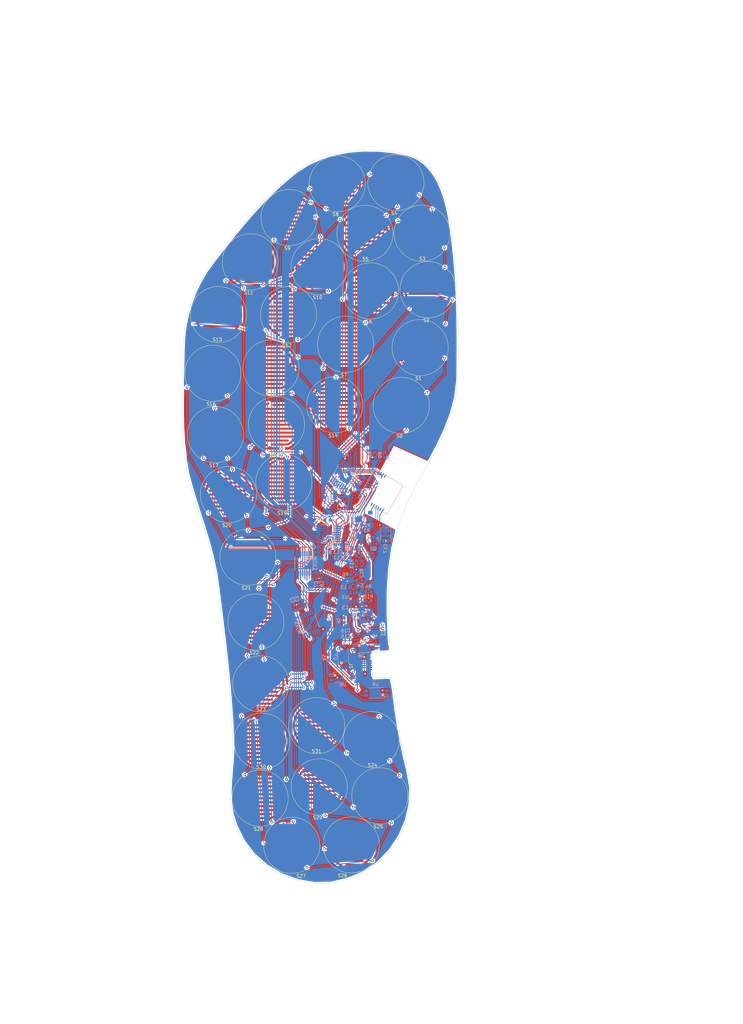
<source format=kicad_pcb>
(kicad_pcb (version 20171130) (host pcbnew "(5.0.0)")
  (layers (0 F.Cu signal) (31 B.Cu signal) (34 B.Paste user hide) (35 F.Paste user hide) (36 B.SilkS user hide) (37 F.SilkS user hide) (38 B.Mask user hide) (39 F.Mask user hide) (44 Edge.Cuts user))
  (net 0 "")
  (net 1 GND)
  (net 2 +3V3)
  (net 3 +5V)
  (net 4 +BATT)
  (net 5 /U1_A7)
  (net 6 /U1_A6)
  (net 7 /U1_A5)
  (net 8 /U1_A4)
  (net 9 /U1_A3)
  (net 10 /U1_A2)
  (net 11 /U1_A1)
  (net 12 /U1_A0)
  (net 13 /U2_A7)
  (net 14 /U2_A6)
  (net 15 /U2_A5)
  (net 16 /U2_A4)
  (net 17 /U2_A3)
  (net 18 /U2_A2)
  (net 19 /U2_A1)
  (net 20 /U2_A0)
  (net 21 /U1_Data)
  (net 22 /U2_Data)
  (net 23 /U3_Data)
  (net 24 /U4_Data)
  (net 25 /U3_A7)
  (net 26 /U3_A6)
  (net 27 /U3_A5)
  (net 28 /U3_A4)
  (net 29 /U3_A3)
  (net 30 /U3_A2)
  (net 31 /U3_A1)
  (net 32 /U3_A0)
  (net 33 /U4_A7)
  (net 34 /U4_A6)
  (net 35 /U4_A5)
  (net 36 /U4_A4)
  (net 37 /U4_A3)
  (net 38 /U4_A2)
  (net 39 /U4_A1)
  (net 40 /U4_A0)
  (net 41 "Net-(L3-Pad1)")
  (net 42 "Net-(R1-Pad1)")
  (net 43 "Net-(R2-Pad2)")
  (net 44 "Net-(R3-Pad2)")
  (net 45 /S0)
  (net 46 /S1)
  (net 47 /S2)
  (net 48 /MUX_E)
  (net 49 -BATT)
  (net 50 "Net-(C1-Pad1)")
  (net 51 Analog_Batt_Lvl)
  (net 52 Enable_Batt_Lvl)
  (net 53 "Net-(R5-Pad1)")
  (net 54 "Net-(R5-Pad2)")
  (net 55 "Net-(R10-Pad1)")
  (net 56 "Net-(R11-Pad1)")
  (net 57 XRES)
  (net 58 P0.6)
  (net 59 P0.7)
  (net 60 /P0.7_USB)
  (net 61 /P0.6_USB)
  (net 62 /XRES_USB)
  (net 63 "Net-(Q2-Pad3)")
  (net 64 /+3V3_VDDR)
  (net 65 /+3V3_VDD)
  (module fsr_footprints:FSR_Circle_7mm (layer F.Cu) (at 158.549453 45.090707 180)
    (fp_text reference S4 (at 0.5 -9.3) (layer F.SilkS))
    (fp_text value FSR)
    (pad 1 smd custom (at -6.7 -1.2 180) (size 0.5 0.5) (layers F.Cu F.Mask) (net 21 /U1_Data) (options (clearance outline) (anchor circle)) (primitives (gr_line (start 12.3 2.4) (end 0.1 2.4) (width 0.6)) (gr_line (start 7.7 7.2) (end 3.3 7.2) (width 0.6)) (gr_line (start 12.3 0) (end 0.1 0) (width 0.6)) (gr_line (start 11.1 4.8) (end 0.9 4.8) (width 0.6)) (gr_line (start 8.1 -4.8) (end 3.3 -4.8) (width 0.6)) (gr_line (start 11.1 -2.4) (end 0.9 -2.4) (width 0.6)) (gr_arc (start 6.7 1.2) (end 3.3 7.2) (angle 120.9) (width 0.6))))
    (pad 2 smd custom (at 6.8 0 180) (size 0.5 0.5) (layers F.Cu F.Mask) (net 8 /U1_A4) (options (clearance outline) (anchor circle)) (primitives (gr_line (start -10.2 -4.8) (end -2 -4.8) (width 0.6)) (gr_line (start -11.8 -2.4) (end -0.4 -2.4) (width 0.6)) (gr_arc (start -6.8 0) (end -3.8 -6.2) (angle 133.6) (width 0.6)) (gr_line (start -12 2.4) (end -0.4 2.4) (width 0.6)) (gr_line (start -12.4 0) (end -0.2 0) (width 0.6)) (gr_line (start -10 4.8) (end -2 4.8) (width 0.6))))
  )
  (module fsr_footprints:FSR_Circle_7mm (layer F.Cu) (at 126.189453 55.680707 180)
    (fp_text reference S9 (at 0.5 -9.3) (layer F.SilkS))
    (fp_text value FSR)
    (pad 1 smd custom (at -6.7 -1.2 180) (size 0.5 0.5) (layers F.Cu F.Mask) (net 22 /U2_Data) (options (clearance outline) (anchor circle)) (primitives (gr_line (start 12.3 2.4) (end 0.1 2.4) (width 0.6)) (gr_line (start 7.7 7.2) (end 3.3 7.2) (width 0.6)) (gr_line (start 12.3 0) (end 0.1 0) (width 0.6)) (gr_line (start 11.1 4.8) (end 0.9 4.8) (width 0.6)) (gr_line (start 8.1 -4.8) (end 3.3 -4.8) (width 0.6)) (gr_line (start 11.1 -2.4) (end 0.9 -2.4) (width 0.6)) (gr_arc (start 6.7 1.2) (end 3.3 7.2) (angle 120.9) (width 0.6))))
    (pad 2 smd custom (at 6.8 0 180) (size 0.5 0.5) (layers F.Cu F.Mask) (net 19 /U2_A1) (options (clearance outline) (anchor circle)) (primitives (gr_line (start -10.2 -4.8) (end -2 -4.8) (width 0.6)) (gr_line (start -11.8 -2.4) (end -0.4 -2.4) (width 0.6)) (gr_arc (start -6.8 0) (end -3.8 -6.2) (angle 133.6) (width 0.6)) (gr_line (start -12 2.4) (end -0.4 2.4) (width 0.6)) (gr_line (start -12.4 0) (end -0.2 0) (width 0.6)) (gr_line (start -10 4.8) (end -2 4.8) (width 0.6))))
  )
  (module Connector_PinHeader_1.00mm:PinHeader_1x02_P1.00mm_Vertical (layer F.Cu) (at 154.549453 180.060707 4)
    (fp_text reference J2 (at 0 1.56 4) (layer F.SilkS))
    (fp_text value 3V7_Battery)
    (pad 2 thru_hole oval (at 0 -1 4) (size 0.85 0.85) (drill 0.5) (layers *.Cu *.Mask) (net 4 +BATT))
    (pad 1 thru_hole rect (at 0 0 4) (size 0.85 0.85) (drill 0.5) (layers *.Cu *.Mask) (net 49 -BATT))
  )
  (module Package_LGA:Bosch_LGA-14_3x2.5mm_P0.5mm (layer B.Cu) (at 145.659453 154.410707)
    (fp_text reference U2 (at 0 -2.5) (layer B.SilkS) (effects (justify mirror)))
    (fp_text value ISM330DLC)
    (pad 11 smd rect (at 1.2625 -0.75) (size 0.675 0.25) (layers B.Cu B.Paste B.Mask))
    (pad 10 smd rect (at 1.2625 -0.25) (size 0.675 0.25) (layers B.Cu B.Paste B.Mask))
    (pad 9 smd rect (at 1.2625 0.25) (size 0.675 0.25) (layers B.Cu B.Paste B.Mask))
    (pad 8 smd rect (at 1.2625 0.75) (size 0.675 0.25) (layers B.Cu B.Paste B.Mask) (net 2 +3V3))
    (pad 4 smd rect (at -1.2625 0.75) (size 0.675 0.25) (layers B.Cu B.Paste B.Mask))
    (pad 3 smd rect (at -1.2625 0.25) (size 0.675 0.25) (layers B.Cu B.Paste B.Mask) (net 1 GND))
    (pad 2 smd rect (at -1.2625 -0.25) (size 0.675 0.25) (layers B.Cu B.Paste B.Mask) (net 1 GND))
    (pad 1 smd rect (at -1.2625 -0.75) (size 0.675 0.25) (layers B.Cu B.Paste B.Mask) (net 1 GND))
    (pad 7 smd rect (at 0.5 1.0125) (size 0.25 0.675) (layers B.Cu B.Paste B.Mask) (net 1 GND))
    (pad 6 smd rect (at 0 1.0125) (size 0.25 0.675) (layers B.Cu B.Paste B.Mask) (net 1 GND))
    (pad 5 smd rect (at -0.5 1.0125) (size 0.25 0.675) (layers B.Cu B.Paste B.Mask) (net 2 +3V3))
    (pad 12 smd rect (at 0.5 -1.0125) (size 0.25 0.675) (layers B.Cu B.Paste B.Mask))
    (pad 14 smd rect (at -0.5 -1.0125) (size 0.25 0.675) (layers B.Cu B.Paste B.Mask) (net 43 "Net-(R2-Pad2)"))
    (pad 13 smd rect (at 0 -1.0125) (size 0.25 0.675) (layers B.Cu B.Paste B.Mask) (net 44 "Net-(R3-Pad2)"))
  )
  (module Capacitor_SMD:C_0603_1608Metric (layer B.Cu) (at 148.959453 180.110707 274)
    (fp_text reference C1 (at 0 -1.43 274) (layer B.SilkS) (effects (justify mirror)))
    (fp_text value 0.1uF)
    (pad 2 smd roundrect (at 0.7875 0 274) (size 0.875 0.95) (layers B.Cu B.Paste B.Mask) (net 49 -BATT))
    (pad 1 smd roundrect (at -0.7875 0 274) (size 0.875 0.95) (layers B.Cu B.Paste B.Mask) (net 50 "Net-(C1-Pad1)"))
  )
  (module Capacitor_SMD:C_0603_1608Metric (layer B.Cu) (at 128.009453 173.860707 290)
    (fp_text reference C2 (at -2.498995 -0.005009 290) (layer B.SilkS) (effects (justify mirror)))
    (fp_text value 1uF)
    (pad 2 smd roundrect (at 0.7875 0 290) (size 0.875 0.95) (layers B.Cu B.Paste B.Mask) (net 2 +3V3))
    (pad 1 smd roundrect (at -0.7875 0 290) (size 0.875 0.95) (layers B.Cu B.Paste B.Mask) (net 1 GND))
  )
  (module Capacitor_SMD:C_0603_1608Metric (layer B.Cu) (at 145.739453 173.520707 183)
    (fp_text reference C3 (at 2.530154 -0.127757 183) (layer B.SilkS) (effects (justify mirror)))
    (fp_text value 4.7uF)
    (pad 2 smd roundrect (at 0.7875 0 183) (size 0.875 0.95) (layers B.Cu B.Paste B.Mask) (net 4 +BATT))
    (pad 1 smd roundrect (at -0.7875 0 183) (size 0.875 0.95) (layers B.Cu B.Paste B.Mask) (net 1 GND))
  )
  (module Capacitor_SMD:C_0603_1608Metric (layer B.Cu) (at 147.445035 165.505774 4)
    (fp_text reference C4 (at 0.144756 1.513785 4) (layer B.SilkS) (effects (justify mirror)))
    (fp_text value 10uF)
    (pad 2 smd roundrect (at 0.7875 0 4) (size 0.875 0.95) (layers B.Cu B.Paste B.Mask) (net 1 GND))
    (pad 1 smd roundrect (at -0.7875 0 4) (size 0.875 0.95) (layers B.Cu B.Paste B.Mask) (net 2 +3V3))
  )
  (module Capacitor_SMD:C_0603_1608Metric (layer B.Cu) (at 129.459453 173.310707 290)
    (fp_text reference C5 (at -2.392243 0.140264 290) (layer B.SilkS) (effects (justify mirror)))
    (fp_text value 0.1uF)
    (pad 2 smd roundrect (at 0.7875 0 290) (size 0.875 0.95) (layers B.Cu B.Paste B.Mask) (net 2 +3V3))
    (pad 1 smd roundrect (at -0.7875 0 290) (size 0.875 0.95) (layers B.Cu B.Paste B.Mask) (net 1 GND))
  )
  (module Capacitor_SMD:C_0603_1608Metric (layer B.Cu) (at 136.059453 164.098207 90)
    (fp_text reference C6 (at -2.5125 0 90) (layer B.SilkS) (effects (justify mirror)))
    (fp_text value 1uF)
    (pad 2 smd roundrect (at 0.7875 0 90) (size 0.875 0.95) (layers B.Cu B.Paste B.Mask) (net 2 +3V3))
    (pad 1 smd roundrect (at -0.7875 0 90) (size 0.875 0.95) (layers B.Cu B.Paste B.Mask) (net 1 GND))
  )
  (module Capacitor_SMD:C_0603_1608Metric (layer B.Cu) (at 134.459453 164.110707 90)
    (fp_text reference C7 (at -2.5 0 90) (layer B.SilkS) (effects (justify mirror)))
    (fp_text value 0.1uF)
    (pad 2 smd roundrect (at 0.7875 0 90) (size 0.875 0.95) (layers B.Cu B.Paste B.Mask) (net 2 +3V3))
    (pad 1 smd roundrect (at -0.7875 0 90) (size 0.875 0.95) (layers B.Cu B.Paste B.Mask) (net 1 GND))
  )
  (module Capacitor_SMD:C_0603_1608Metric (layer B.Cu) (at 135.846953 157.010707 180)
    (fp_text reference C8 (at -2.3125 0 180) (layer B.SilkS))
    (fp_text value 1uF)
    (pad 2 smd roundrect (at 0.7875 0 180) (size 0.875 0.95) (layers B.Cu B.Paste B.Mask) (net 2 +3V3))
    (pad 1 smd roundrect (at -0.7875 0 180) (size 0.875 0.95) (layers B.Cu B.Paste B.Mask) (net 1 GND))
  )
  (module Capacitor_SMD:C_0603_1608Metric (layer B.Cu) (at 135.846953 155.410707 180)
    (fp_text reference C9 (at 2.3875 0 180) (layer B.SilkS) (effects (justify mirror)))
    (fp_text value 0.1uF)
    (pad 2 smd roundrect (at 0.7875 0 180) (size 0.875 0.95) (layers B.Cu B.Paste B.Mask) (net 2 +3V3))
    (pad 1 smd roundrect (at -0.7875 0 180) (size 0.875 0.95) (layers B.Cu B.Paste B.Mask) (net 1 GND))
  )
  (module Capacitor_SMD:C_0603_1608Metric (layer B.Cu) (at 141.434453 140.973207 90)
    (fp_text reference C10 (at -2.9375 -0.075 90) (layer B.SilkS) (effects (justify mirror)))
    (fp_text value 1uF)
    (pad 2 smd roundrect (at 0.7875 0 90) (size 0.875 0.95) (layers B.Cu B.Paste B.Mask) (net 2 +3V3))
    (pad 1 smd roundrect (at -0.7875 0 90) (size 0.875 0.95) (layers B.Cu B.Paste B.Mask) (net 1 GND))
  )
  (module Capacitor_SMD:C_0603_1608Metric (layer B.Cu) (at 143.059453 140.985707 90)
    (fp_text reference C11 (at -2.95 -0.075 90) (layer B.SilkS) (effects (justify mirror)))
    (fp_text value 0.1uF)
    (pad 2 smd roundrect (at 0.7875 0 90) (size 0.875 0.95) (layers B.Cu B.Paste B.Mask) (net 2 +3V3))
    (pad 1 smd roundrect (at -0.7875 0 90) (size 0.875 0.95) (layers B.Cu B.Paste B.Mask) (net 1 GND))
  )
  (module Capacitor_SMD:C_0603_1608Metric (layer B.Cu) (at 143.971953 158.510707)
    (fp_text reference C12 (at -2.9125 0.1) (layer B.SilkS) (effects (justify mirror)))
    (fp_text value 1uF)
    (pad 2 smd roundrect (at 0.7875 0) (size 0.875 0.95) (layers B.Cu B.Paste B.Mask) (net 2 +3V3))
    (pad 1 smd roundrect (at -0.7875 0) (size 0.875 0.95) (layers B.Cu B.Paste B.Mask) (net 1 GND))
  )
  (module Capacitor_SMD:C_0603_1608Metric (layer B.Cu) (at 143.971953 156.910707)
    (fp_text reference C13 (at -2.9225 0.03) (layer B.SilkS) (effects (justify mirror)))
    (fp_text value 0.1uF)
    (pad 2 smd roundrect (at 0.7875 0) (size 0.875 0.95) (layers B.Cu B.Paste B.Mask) (net 2 +3V3))
    (pad 1 smd roundrect (at -0.7875 0) (size 0.875 0.95) (layers B.Cu B.Paste B.Mask) (net 1 GND))
  )
  (module Capacitor_SMD:C_0603_1608Metric (layer B.Cu) (at 147.459453 158.110707 180)
    (fp_text reference C14 (at 0.22 1.35 180) (layer B.SilkS) (effects (justify mirror)))
    (fp_text value 0.1uF)
    (pad 2 smd roundrect (at 0.7875 0 180) (size 0.875 0.95) (layers B.Cu B.Paste B.Mask) (net 1 GND))
    (pad 1 smd roundrect (at -0.7875 0 180) (size 0.875 0.95) (layers B.Cu B.Paste B.Mask) (net 51 Analog_Batt_Lvl))
  )
  (module Inductor_SMD:L_0805_2012Metric_Pad1.15x1.40mm_HandSolder (layer B.Cu) (at 150.789453 146.055707 90)
    (fp_text reference L1 (at 0 -1.65 90) (layer B.SilkS) (effects (justify mirror)))
    (fp_text value "300ohm 100MHz")
    (pad 2 smd roundrect (at 1.025 0 90) (size 1.15 1.4) (layers B.Cu B.Paste B.Mask) (roundrect_rratio 0.217391) (net 64 /+3V3_VDDR))
    (pad 1 smd roundrect (at -1.025 0 90) (size 1.15 1.4) (layers B.Cu B.Paste B.Mask) (roundrect_rratio 0.217391) (net 2 +3V3))
  )
  (module Inductor_SMD:L_0805_2012Metric_Pad1.15x1.40mm_HandSolder (layer B.Cu) (at 148.109453 135.220707 60)
    (fp_text reference L2 (at 0 -1.65 60) (layer B.SilkS))
    (fp_text value "300ohm 100MHz")
    (pad 2 smd roundrect (at 1.025 0 60) (size 1.15 1.4) (layers B.Cu B.Paste B.Mask) (roundrect_rratio 0.217391) (net 65 /+3V3_VDD))
    (pad 1 smd roundrect (at -1.025 0 60) (size 1.15 1.4) (layers B.Cu B.Paste B.Mask) (roundrect_rratio 0.217391) (net 2 +3V3))
  )
  (module Inductor_SMD:L_0805_2012Metric_Pad1.15x1.40mm_HandSolder (layer B.Cu) (at 145.68695 167.460707 3)
    (fp_text reference L3 (at -3.001949 -0.041005 3) (layer B.SilkS) (effects (justify mirror)))
    (fp_text value 1uH)
    (pad 2 smd roundrect (at 1.025 0 3) (size 1.15 1.4) (layers B.Cu B.Paste B.Mask) (roundrect_rratio 0.217391) (net 2 +3V3))
    (pad 1 smd roundrect (at -1.025 0 3) (size 1.15 1.4) (layers B.Cu B.Paste B.Mask) (roundrect_rratio 0.217391) (net 41 "Net-(L3-Pad1)"))
  )
  (module Package_SO:TSSOP-16_4.4x5mm_P0.65mm (layer B.Cu) (at 142.559453 133.610707 240)
    (fp_text reference MUX1 (at 0 -3.55 240) (layer B.SilkS) (effects (justify mirror)))
    (fp_text value CD74HC4051)
    (pad 16 smd rect (at 2.95 -2.275 240) (size 1.5 0.45) (layers B.Cu B.Paste B.Mask) (net 2 +3V3))
    (pad 15 smd rect (at 2.95 -1.625 240) (size 1.5 0.45) (layers B.Cu B.Paste B.Mask) (net 10 /U1_A2))
    (pad 14 smd rect (at 2.95 -0.975 240) (size 1.5 0.45) (layers B.Cu B.Paste B.Mask) (net 11 /U1_A1))
    (pad 13 smd rect (at 2.95 -0.325 240) (size 1.5 0.45) (layers B.Cu B.Paste B.Mask) (net 12 /U1_A0))
    (pad 12 smd rect (at 2.95 0.325 240) (size 1.5 0.45) (layers B.Cu B.Paste B.Mask) (net 9 /U1_A3))
    (pad 11 smd rect (at 2.95 0.975 240) (size 1.5 0.45) (layers B.Cu B.Paste B.Mask) (net 45 /S0))
    (pad 10 smd rect (at 2.95 1.625 240) (size 1.5 0.45) (layers B.Cu B.Paste B.Mask) (net 46 /S1))
    (pad 9 smd rect (at 2.95 2.275 240) (size 1.5 0.45) (layers B.Cu B.Paste B.Mask) (net 47 /S2))
    (pad 8 smd rect (at -2.95 2.275 240) (size 1.5 0.45) (layers B.Cu B.Paste B.Mask) (net 1 GND))
    (pad 7 smd rect (at -2.95 1.625 240) (size 1.5 0.45) (layers B.Cu B.Paste B.Mask) (net 1 GND))
    (pad 6 smd rect (at -2.95 0.975 240) (size 1.5 0.45) (layers B.Cu B.Paste B.Mask) (net 48 /MUX_E))
    (pad 5 smd rect (at -2.95 0.325 240) (size 1.5 0.45) (layers B.Cu B.Paste B.Mask) (net 7 /U1_A5))
    (pad 4 smd rect (at -2.95 -0.325 240) (size 1.5 0.45) (layers B.Cu B.Paste B.Mask) (net 5 /U1_A7))
    (pad 3 smd rect (at -2.95 -0.975 240) (size 1.5 0.45) (layers B.Cu B.Paste B.Mask) (net 2 +3V3))
    (pad 2 smd rect (at -2.95 -1.625 240) (size 1.5 0.45) (layers B.Cu B.Paste B.Mask) (net 6 /U1_A6))
    (pad 1 smd rect (at -2.95 -2.275 240) (size 1.5 0.45) (layers B.Cu B.Paste B.Mask) (net 8 /U1_A4))
  )
  (module Package_SO:TSSOP-16_4.4x5mm_P0.65mm (layer B.Cu) (at 137.959453 151.410707 180)
    (fp_text reference MUX2 (at -1.7 -3.6 180) (layer B.SilkS) (effects (justify mirror)))
    (fp_text value CD74HC4051)
    (pad 16 smd rect (at 2.95 -2.275 180) (size 1.5 0.45) (layers B.Cu B.Paste B.Mask) (net 2 +3V3))
    (pad 15 smd rect (at 2.95 -1.625 180) (size 1.5 0.45) (layers B.Cu B.Paste B.Mask) (net 18 /U2_A2))
    (pad 14 smd rect (at 2.95 -0.975 180) (size 1.5 0.45) (layers B.Cu B.Paste B.Mask) (net 19 /U2_A1))
    (pad 13 smd rect (at 2.95 -0.325 180) (size 1.5 0.45) (layers B.Cu B.Paste B.Mask) (net 20 /U2_A0))
    (pad 12 smd rect (at 2.95 0.325 180) (size 1.5 0.45) (layers B.Cu B.Paste B.Mask) (net 17 /U2_A3))
    (pad 11 smd rect (at 2.95 0.975 180) (size 1.5 0.45) (layers B.Cu B.Paste B.Mask) (net 45 /S0))
    (pad 10 smd rect (at 2.95 1.625 180) (size 1.5 0.45) (layers B.Cu B.Paste B.Mask) (net 46 /S1))
    (pad 9 smd rect (at 2.95 2.275 180) (size 1.5 0.45) (layers B.Cu B.Paste B.Mask) (net 47 /S2))
    (pad 8 smd rect (at -2.95 2.275 180) (size 1.5 0.45) (layers B.Cu B.Paste B.Mask) (net 1 GND))
    (pad 7 smd rect (at -2.95 1.625 180) (size 1.5 0.45) (layers B.Cu B.Paste B.Mask) (net 1 GND))
    (pad 6 smd rect (at -2.95 0.975 180) (size 1.5 0.45) (layers B.Cu B.Paste B.Mask) (net 48 /MUX_E))
    (pad 5 smd rect (at -2.95 0.325 180) (size 1.5 0.45) (layers B.Cu B.Paste B.Mask) (net 15 /U2_A5))
    (pad 4 smd rect (at -2.95 -0.325 180) (size 1.5 0.45) (layers B.Cu B.Paste B.Mask) (net 13 /U2_A7))
    (pad 3 smd rect (at -2.95 -0.975 180) (size 1.5 0.45) (layers B.Cu B.Paste B.Mask) (net 2 +3V3))
    (pad 2 smd rect (at -2.95 -1.625 180) (size 1.5 0.45) (layers B.Cu B.Paste B.Mask) (net 14 /U2_A6))
    (pad 1 smd rect (at -2.95 -2.275 180) (size 1.5 0.45) (layers B.Cu B.Paste B.Mask) (net 16 /U2_A4))
  )
  (module Package_SO:TSSOP-16_4.4x5mm_P0.65mm (layer B.Cu) (at 130.659453 160.360707 270)
    (fp_text reference MUX3 (at 0 -3.55 270) (layer B.SilkS) (effects (justify mirror)))
    (fp_text value CD74HC4051)
    (pad 16 smd rect (at 2.95 -2.275 270) (size 1.5 0.45) (layers B.Cu B.Paste B.Mask) (net 2 +3V3))
    (pad 15 smd rect (at 2.95 -1.625 270) (size 1.5 0.45) (layers B.Cu B.Paste B.Mask) (net 30 /U3_A2))
    (pad 14 smd rect (at 2.95 -0.975 270) (size 1.5 0.45) (layers B.Cu B.Paste B.Mask) (net 31 /U3_A1))
    (pad 13 smd rect (at 2.95 -0.325 270) (size 1.5 0.45) (layers B.Cu B.Paste B.Mask) (net 32 /U3_A0))
    (pad 12 smd rect (at 2.95 0.325 270) (size 1.5 0.45) (layers B.Cu B.Paste B.Mask) (net 29 /U3_A3))
    (pad 11 smd rect (at 2.95 0.975 270) (size 1.5 0.45) (layers B.Cu B.Paste B.Mask) (net 45 /S0))
    (pad 10 smd rect (at 2.95 1.625 270) (size 1.5 0.45) (layers B.Cu B.Paste B.Mask) (net 46 /S1))
    (pad 9 smd rect (at 2.95 2.275 270) (size 1.5 0.45) (layers B.Cu B.Paste B.Mask) (net 47 /S2))
    (pad 8 smd rect (at -2.95 2.275 270) (size 1.5 0.45) (layers B.Cu B.Paste B.Mask) (net 1 GND))
    (pad 7 smd rect (at -2.95 1.625 270) (size 1.5 0.45) (layers B.Cu B.Paste B.Mask) (net 1 GND))
    (pad 6 smd rect (at -2.95 0.975 270) (size 1.5 0.45) (layers B.Cu B.Paste B.Mask) (net 48 /MUX_E))
    (pad 5 smd rect (at -2.95 0.325 270) (size 1.5 0.45) (layers B.Cu B.Paste B.Mask) (net 27 /U3_A5))
    (pad 4 smd rect (at -2.95 -0.325 270) (size 1.5 0.45) (layers B.Cu B.Paste B.Mask) (net 25 /U3_A7))
    (pad 3 smd rect (at -2.95 -0.975 270) (size 1.5 0.45) (layers B.Cu B.Paste B.Mask) (net 2 +3V3))
    (pad 2 smd rect (at -2.95 -1.625 270) (size 1.5 0.45) (layers B.Cu B.Paste B.Mask) (net 26 /U3_A6))
    (pad 1 smd rect (at -2.95 -2.275 270) (size 1.5 0.45) (layers B.Cu B.Paste B.Mask) (net 28 /U3_A4))
  )
  (module Package_SO:TSSOP-16_4.4x5mm_P0.65mm (layer B.Cu) (at 132.109453 178.660707 110)
    (fp_text reference MUX4 (at 0 -3.55 110) (layer B.SilkS) (effects (justify mirror)))
    (fp_text value CD74HC4051)
    (pad 16 smd rect (at 2.95 -2.275 110) (size 1.5 0.45) (layers B.Cu B.Paste B.Mask) (net 2 +3V3))
    (pad 15 smd rect (at 2.95 -1.625 110) (size 1.5 0.45) (layers B.Cu B.Paste B.Mask) (net 38 /U4_A2))
    (pad 14 smd rect (at 2.95 -0.975 110) (size 1.5 0.45) (layers B.Cu B.Paste B.Mask) (net 39 /U4_A1))
    (pad 13 smd rect (at 2.95 -0.325 110) (size 1.5 0.45) (layers B.Cu B.Paste B.Mask) (net 40 /U4_A0))
    (pad 12 smd rect (at 2.95 0.325 110) (size 1.5 0.45) (layers B.Cu B.Paste B.Mask) (net 37 /U4_A3))
    (pad 11 smd rect (at 2.95 0.975 110) (size 1.5 0.45) (layers B.Cu B.Paste B.Mask) (net 45 /S0))
    (pad 10 smd rect (at 2.95 1.625 110) (size 1.5 0.45) (layers B.Cu B.Paste B.Mask) (net 46 /S1))
    (pad 9 smd rect (at 2.95 2.275 110) (size 1.5 0.45) (layers B.Cu B.Paste B.Mask) (net 47 /S2))
    (pad 8 smd rect (at -2.95 2.275 110) (size 1.5 0.45) (layers B.Cu B.Paste B.Mask) (net 1 GND))
    (pad 7 smd rect (at -2.95 1.625 110) (size 1.5 0.45) (layers B.Cu B.Paste B.Mask) (net 1 GND))
    (pad 6 smd rect (at -2.95 0.975 110) (size 1.5 0.45) (layers B.Cu B.Paste B.Mask) (net 48 /MUX_E))
    (pad 5 smd rect (at -2.95 0.325 110) (size 1.5 0.45) (layers B.Cu B.Paste B.Mask) (net 35 /U4_A5))
    (pad 4 smd rect (at -2.95 -0.325 110) (size 1.5 0.45) (layers B.Cu B.Paste B.Mask) (net 33 /U4_A7))
    (pad 3 smd rect (at -2.95 -0.975 110) (size 1.5 0.45) (layers B.Cu B.Paste B.Mask) (net 2 +3V3))
    (pad 2 smd rect (at -2.95 -1.625 110) (size 1.5 0.45) (layers B.Cu B.Paste B.Mask) (net 34 /U4_A6))
    (pad 1 smd rect (at -2.95 -2.275 110) (size 1.5 0.45) (layers B.Cu B.Paste B.Mask) (net 36 /U4_A4))
  )
  (module Package_TO_SOT_SMD:SOT-23 (layer B.Cu) (at 151.759453 153.510707 90)
    (fp_text reference Q2 (at -2.43 -0.03) (layer B.SilkS) (effects (justify mirror)))
    (fp_text value Q_PMOS_GSD)
    (pad 3 smd rect (at 1 0 90) (size 0.9 0.8) (layers B.Cu B.Paste B.Mask) (net 63 "Net-(Q2-Pad3)"))
    (pad 2 smd rect (at -1 0.95 90) (size 0.9 0.8) (layers B.Cu B.Paste B.Mask) (net 4 +BATT))
    (pad 1 smd rect (at -1 -0.95 90) (size 0.9 0.8) (layers B.Cu B.Paste B.Mask) (net 52 Enable_Batt_Lvl))
  )
  (module Resistor_SMD:R_0603_1608Metric (layer B.Cu) (at 142.578238 177.594286 93)
    (fp_text reference R1 (at 0 -1.43 93) (layer B.SilkS) (effects (justify mirror)))
    (fp_text value 10k)
    (pad 2 smd roundrect (at 0.7875 0 93) (size 0.875 0.95) (layers B.Cu B.Paste B.Mask) (net 49 -BATT))
    (pad 1 smd roundrect (at -0.7875 0 93) (size 0.875 0.95) (layers B.Cu B.Paste B.Mask) (net 42 "Net-(R1-Pad1)"))
  )
  (module Resistor_SMD:R_0603_1608Metric (layer B.Cu) (at 147.371953 148.810707 180)
    (fp_text reference R2 (at -2.4875 -0.1 180) (layer B.SilkS) (effects (justify mirror)))
    (fp_text value 10k)
    (pad 2 smd roundrect (at 0.7875 0 180) (size 0.875 0.95) (layers B.Cu B.Paste B.Mask) (net 43 "Net-(R2-Pad2)"))
    (pad 1 smd roundrect (at -0.7875 0 180) (size 0.875 0.95) (layers B.Cu B.Paste B.Mask) (net 2 +3V3))
  )
  (module Resistor_SMD:R_0603_1608Metric (layer B.Cu) (at 147.359453 150.410707 180)
    (fp_text reference R3 (at -2.4 0 180) (layer B.SilkS) (effects (justify mirror)))
    (fp_text value 10k)
    (pad 2 smd roundrect (at 0.7875 0 180) (size 0.875 0.95) (layers B.Cu B.Paste B.Mask) (net 44 "Net-(R3-Pad2)"))
    (pad 1 smd roundrect (at -0.7875 0 180) (size 0.875 0.95) (layers B.Cu B.Paste B.Mask) (net 2 +3V3))
  )
  (module Resistor_SMD:R_0603_1608Metric (layer B.Cu) (at 150.199453 168.858707)
    (fp_text reference R4 (at 0 -1.43) (layer B.SilkS) (effects (justify mirror)))
    (fp_text value "390 ohm")
    (pad 2 smd roundrect (at 0.7875 0) (size 0.875 0.95) (layers B.Cu B.Paste B.Mask) (net 50 "Net-(C1-Pad1)"))
    (pad 1 smd roundrect (at -0.7875 0) (size 0.875 0.95) (layers B.Cu B.Paste B.Mask) (net 4 +BATT))
  )
  (module Resistor_SMD:R_0603_1608Metric (layer B.Cu) (at 138.159453 188.810707 94)
    (fp_text reference R5 (at 0 -1.43 94) (layer B.SilkS) (effects (justify mirror)))
    (fp_text value 0-1k)
    (pad 2 smd roundrect (at 0.7875 0 94) (size 0.875 0.95) (layers B.Cu B.Paste B.Mask) (net 54 "Net-(R5-Pad2)"))
    (pad 1 smd roundrect (at -0.7875 0 94) (size 0.875 0.95) (layers B.Cu B.Paste B.Mask) (net 53 "Net-(R5-Pad1)"))
  )
  (module Resistor_SMD:R_0603_1608Metric (layer B.Cu) (at 145.771953 163.710707 180)
    (fp_text reference R6 (at 2.5125 0 180) (layer B.SilkS) (effects (justify mirror)))
    (fp_text value 10k)
    (pad 2 smd roundrect (at 0.7875 0 180) (size 0.875 0.95) (layers B.Cu B.Paste B.Mask) (net 24 /U4_Data))
    (pad 1 smd roundrect (at -0.7875 0 180) (size 0.875 0.95) (layers B.Cu B.Paste B.Mask) (net 1 GND))
  )
  (module Resistor_SMD:R_0603_1608Metric (layer B.Cu) (at 137.859453 147.260707 180)
    (fp_text reference R7 (at 2.5 -0.05 180) (layer B.SilkS) (effects (justify mirror)))
    (fp_text value 10k)
    (pad 2 smd roundrect (at 0.7875 0 180) (size 0.875 0.95) (layers B.Cu B.Paste B.Mask) (net 23 /U3_Data))
    (pad 1 smd roundrect (at -0.7875 0 180) (size 0.875 0.95) (layers B.Cu B.Paste B.Mask) (net 1 GND))
  )
  (module Resistor_SMD:R_0603_1608Metric (layer B.Cu) (at 152.259453 127.498207 90)
    (fp_text reference R8 (at 0 -1.43 90) (layer B.SilkS) (effects (justify mirror)))
    (fp_text value 10k)
    (pad 2 smd roundrect (at 0.7875 0 90) (size 0.875 0.95) (layers B.Cu B.Paste B.Mask) (net 22 /U2_Data))
    (pad 1 smd roundrect (at -0.7875 0 90) (size 0.875 0.95) (layers B.Cu B.Paste B.Mask) (net 1 GND))
  )
  (module Resistor_SMD:R_0603_1608Metric (layer B.Cu) (at 155.259453 127.510707 90)
    (fp_text reference R9 (at 0 -1.43 90) (layer B.SilkS) (effects (justify mirror)))
    (fp_text value 10k)
    (pad 2 smd roundrect (at 0.7875 0 90) (size 0.875 0.95) (layers B.Cu B.Paste B.Mask) (net 21 /U1_Data))
    (pad 1 smd roundrect (at -0.7875 0 90) (size 0.875 0.95) (layers B.Cu B.Paste B.Mask) (net 1 GND))
  )
  (module Resistor_SMD:R_0603_1608Metric (layer B.Cu) (at 150.224953 171.652707 180)
    (fp_text reference R10 (at 0 1.27 180) (layer B.SilkS) (effects (justify mirror)))
    (fp_text value 2.7k)
    (pad 2 smd roundrect (at 0.7875 0 180) (size 0.875 0.95) (layers B.Cu B.Paste B.Mask) (net 1 GND))
    (pad 1 smd roundrect (at -0.7875 0 180) (size 0.875 0.95) (layers B.Cu B.Paste B.Mask) (net 55 "Net-(R10-Pad1)"))
  )
  (module Resistor_SMD:R_0603_1608Metric (layer B.Cu) (at 151.67495 183.010707 5)
    (fp_text reference R11 (at -2.848361 0.252711 5) (layer B.SilkS) (effects (justify mirror)))
    (fp_text value "100-500 ohm")
    (pad 2 smd roundrect (at 0.7875 0 5) (size 0.875 0.95) (layers B.Cu B.Paste B.Mask) (net 2 +3V3))
    (pad 1 smd roundrect (at -0.7875 0 5) (size 0.875 0.95) (layers B.Cu B.Paste B.Mask) (net 56 "Net-(R11-Pad1)"))
  )
  (module Resistor_SMD:R_0603_1608Metric (layer B.Cu) (at 148.259453 160.398207 90)
    (fp_text reference R12 (at -2.9125 -0.1 90) (layer B.SilkS) (effects (justify mirror)))
    (fp_text value 10k)
    (pad 2 smd roundrect (at 0.7875 0 90) (size 0.875 0.95) (layers B.Cu B.Paste B.Mask) (net 51 Analog_Batt_Lvl))
    (pad 1 smd roundrect (at -0.7875 0 90) (size 0.875 0.95) (layers B.Cu B.Paste B.Mask) (net 63 "Net-(Q2-Pad3)"))
  )
  (module Resistor_SMD:R_0603_1608Metric (layer B.Cu) (at 146.559453 160.410707 270)
    (fp_text reference R13 (at 0.1 1.4 270) (layer B.SilkS) (effects (justify mirror)))
    (fp_text value 10k)
    (pad 2 smd roundrect (at 0.7875 0 270) (size 0.875 0.95) (layers B.Cu B.Paste B.Mask) (net 1 GND))
    (pad 1 smd roundrect (at -0.7875 0 270) (size 0.875 0.95) (layers B.Cu B.Paste B.Mask) (net 51 Analog_Batt_Lvl))
  )
  (module Resistor_SMD:R_0603_1608Metric (layer B.Cu) (at 151.359453 158.123207 90)
    (fp_text reference R14 (at 0 -1.43 90) (layer B.SilkS) (effects (justify mirror)))
    (fp_text value 100k)
    (pad 2 smd roundrect (at 0.7875 0 90) (size 0.875 0.95) (layers B.Cu B.Paste B.Mask) (net 52 Enable_Batt_Lvl))
    (pad 1 smd roundrect (at -0.7875 0 90) (size 0.875 0.95) (layers B.Cu B.Paste B.Mask) (net 4 +BATT))
  )
  (module Package_TO_SOT_SMD:TSOT-23-5 (layer B.Cu) (at 146.159453 177.310707 273)
    (fp_text reference U1 (at -2.60167 -0.036211 183) (layer B.SilkS) (effects (font (size 0.9 0.9)) (justify mirror)))
    (fp_text value STC4054-4.2)
    (pad 5 smd rect (at 1.31 -0.95 273) (size 1.22 0.65) (layers B.Cu B.Paste B.Mask) (net 42 "Net-(R1-Pad1)"))
    (pad 4 smd rect (at 1.31 0.95 273) (size 1.22 0.65) (layers B.Cu B.Paste B.Mask) (net 3 +5V))
    (pad 3 smd rect (at -1.31 0.95 273) (size 1.22 0.65) (layers B.Cu B.Paste B.Mask) (net 4 +BATT))
    (pad 2 smd rect (at -1.31 0 273) (size 1.22 0.65) (layers B.Cu B.Paste B.Mask) (net 49 -BATT))
    (pad 1 smd rect (at -1.31 -0.95 273) (size 1.22 0.65) (layers B.Cu B.Paste B.Mask))
  )
  (module Package_TO_SOT_SMD:TSOT-23-5 (layer B.Cu) (at 145.809453 170.620707 93)
    (fp_text reference U3 (at 0.142354 -2.716272 3) (layer B.SilkS) (effects (font (size 0.9 0.9)) (justify mirror)))
    (fp_text value ADP2108AUJ-3.3)
    (pad 5 smd rect (at 1.31 -0.95 93) (size 1.22 0.65) (layers B.Cu B.Paste B.Mask) (net 41 "Net-(L3-Pad1)"))
    (pad 4 smd rect (at 1.31 0.95 93) (size 1.22 0.65) (layers B.Cu B.Paste B.Mask) (net 2 +3V3))
    (pad 3 smd rect (at -1.31 0.95 93) (size 1.22 0.65) (layers B.Cu B.Paste B.Mask) (net 4 +BATT))
    (pad 2 smd rect (at -1.31 0 93) (size 1.22 0.65) (layers B.Cu B.Paste B.Mask) (net 1 GND))
    (pad 1 smd rect (at -1.31 -0.95 93) (size 1.22 0.65) (layers B.Cu B.Paste B.Mask) (net 4 +BATT))
  )
  (module Digikey_EZ_BLE:CYBLE-222014-01 (layer B.Cu) (at 152.689453 137.750707 240)
    (fp_text reference U4 (at -4 13 240) (layer B.SilkS) (effects (justify mirror)))
    (fp_text value CYBLE-222014-01)
    (pad 1 smd rect (at 4.89 -4.91 240) (size 1 0.41) (layers B.Cu B.Paste B.Mask) (net 1 GND))
    (pad 2 smd rect (at 4.89 -4.14 240) (size 1 0.41) (layers B.Cu B.Paste B.Mask))
    (pad 3 smd rect (at 4.89 -3.38 240) (size 1 0.41) (layers B.Cu B.Paste B.Mask) (net 52 Enable_Batt_Lvl))
    (pad 4 smd rect (at 4.89 -2.62 240) (size 1 0.41) (layers B.Cu B.Paste B.Mask) (net 51 Analog_Batt_Lvl))
    (pad 5 smd rect (at 4.89 -1.86 240) (size 1 0.41) (layers B.Cu B.Paste B.Mask) (net 64 /+3V3_VDDR))
    (pad 7 smd rect (at 4.34 3.19 330) (size 1 0.41) (layers B.Cu B.Paste B.Mask) (net 48 /MUX_E))
    (pad 8 smd rect (at 3.58 3.19 330) (size 1 0.41) (layers B.Cu B.Paste B.Mask) (net 59 P0.7))
    (pad 9 smd rect (at 2.81 3.19 330) (size 1 0.41) (layers B.Cu B.Paste B.Mask) (net 43 "Net-(R2-Pad2)"))
    (pad 10 smd rect (at 2.05 3.19 330) (size 1 0.41) (layers B.Cu B.Paste B.Mask) (net 44 "Net-(R3-Pad2)"))
    (pad 11 smd rect (at 1.29 3.19 330) (size 1 0.41) (layers B.Cu B.Paste B.Mask) (net 1 GND))
    (pad 12 smd rect (at 0.53 3.19 330) (size 1 0.41) (layers B.Cu B.Paste B.Mask) (net 58 P0.6))
    (pad 13 smd rect (at -0.23 3.19 330) (size 1 0.41) (layers B.Cu B.Paste B.Mask) (net 24 /U4_Data))
    (pad 14 smd rect (at -1 3.19 330) (size 1 0.41) (layers B.Cu B.Paste B.Mask) (net 65 /+3V3_VDD))
    (pad 15 smd rect (at -1.76 3.19 330) (size 1 0.41) (layers B.Cu B.Paste B.Mask) (net 57 XRES))
    (pad 16 smd rect (at -2.52 3.19 330) (size 1 0.41) (layers B.Cu B.Paste B.Mask) (net 23 /U3_Data))
    (pad 17 smd rect (at -3.28 3.19 330) (size 1 0.41) (layers B.Cu B.Paste B.Mask) (net 22 /U2_Data))
    (pad 18 smd rect (at -4.04 3.19 330) (size 1 0.41) (layers B.Cu B.Paste B.Mask) (net 21 /U1_Data))
    (pad 19 smd rect (at -4.6 1.95 240) (size 1 0.41) (layers B.Cu B.Paste B.Mask) (net 45 /S0))
    (pad 20 smd rect (at -4.6 1.19 240) (size 1 0.41) (layers B.Cu B.Paste B.Mask) (net 46 /S1))
    (pad 21 smd rect (at -4.6 0.43 240) (size 1 0.41) (layers B.Cu B.Paste B.Mask) (net 47 /S2))
    (pad 22 smd rect (at -4.6 -0.33 240) (size 1 0.41) (layers B.Cu B.Paste B.Mask))
    (pad 6 smd rect (at 4.89 -1.1 240) (size 1 0.41) (layers B.Cu B.Paste B.Mask))
  )
  (module SamacSys_Parts:AP9211SAACHAC7 (layer B.Cu) (at 150.609453 175.460707 4)
    (fp_text reference U5 (at -1.955713 0.013605 -86) (layer B.SilkS) (effects (font (size 0.9 0.9)) (justify mirror)))
    (fp_text value AP9211SA-AN-HAC-7 hide)
    (pad 7 smd rect (at 0 0 94) (size 1.8 1.8) (layers B.Cu B.Paste B.Mask))
    (pad 6 smd rect (at -0.599 -1.35 94) (size 0.5 0.75) (layers B.Cu B.Paste B.Mask) (net 1 GND))
    (pad 5 smd rect (at 0.176 -1.35 4) (size 0.4 0.5) (layers B.Cu B.Paste B.Mask) (net 55 "Net-(R10-Pad1)"))
    (pad 4 smd rect (at 0.776 -1.35 4) (size 0.4 0.5) (layers B.Cu B.Paste B.Mask))
    (pad 3 smd rect (at 0.776 1.35 4) (size 0.4 0.5) (layers B.Cu B.Paste B.Mask) (net 50 "Net-(C1-Pad1)"))
    (pad 2 smd rect (at 0.176004 1.35 4) (size 0.4 0.5) (layers B.Cu B.Paste B.Mask) (net 49 -BATT))
    (pad 1 smd rect (at -0.599 1.35 94) (size 0.5 0.75) (layers B.Cu B.Paste B.Mask) (net 49 -BATT))
  )
  (module Package_SO:SOP-4_4.4x2.8mm_P1.27mm (layer B.Cu) (at 149.359453 185.710707 5)
    (fp_text reference U6 (at -1.521658 2.476804 5) (layer B.SilkS) (effects (justify mirror)))
    (fp_text value TCMT1100)
    (pad 4 smd rect (at 3.15 -0.64 5) (size 1.3 0.8) (layers B.Cu B.Paste B.Mask) (net 2 +3V3))
    (pad 3 smd rect (at 3.15 0.64 5) (size 1.3 0.8) (layers B.Cu B.Paste B.Mask) (net 54 "Net-(R5-Pad2)"))
    (pad 2 smd rect (at -3.15 0.64 5) (size 1.3 0.8) (layers B.Cu B.Paste B.Mask) (net 3 +5V))
    (pad 1 smd rect (at -3.15 -0.64 5) (size 1.3 0.8) (layers B.Cu B.Paste B.Mask) (net 56 "Net-(R11-Pad1)"))
  )
  (module Package_SO:SOP-4_4.4x2.8mm_P1.27mm (layer B.Cu) (at 142.559453 188.610707 94)
    (fp_text reference U7 (at 0 -2.4 94) (layer B.SilkS) (effects (justify mirror)))
    (fp_text value TCMT1100)
    (pad 4 smd rect (at 3.15 -0.64 94) (size 1.3 0.8) (layers B.Cu B.Paste B.Mask) (net 62 /XRES_USB))
    (pad 3 smd rect (at 3.15 0.64 94) (size 1.3 0.8) (layers B.Cu B.Paste B.Mask) (net 57 XRES))
    (pad 2 smd rect (at -3.15 0.64 94) (size 1.3 0.8) (layers B.Cu B.Paste B.Mask) (net 1 GND))
    (pad 1 smd rect (at -3.15 -0.64 94) (size 1.3 0.8) (layers B.Cu B.Paste B.Mask) (net 53 "Net-(R5-Pad1)"))
  )
  (module Package_SO:SOP-4_4.4x2.8mm_P1.27mm (layer B.Cu) (at 142.059453 194.710707 6)
    (fp_text reference U8 (at 0.246393 2.439117 6) (layer B.SilkS) (effects (justify mirror)))
    (fp_text value TCMT1100)
    (pad 4 smd rect (at 3.15 -0.64 6) (size 1.3 0.8) (layers B.Cu B.Paste B.Mask) (net 61 /P0.6_USB))
    (pad 3 smd rect (at 3.15 0.64 6) (size 1.3 0.8) (layers B.Cu B.Paste B.Mask) (net 58 P0.6))
    (pad 2 smd rect (at -3.15 0.64 6) (size 1.3 0.8) (layers B.Cu B.Paste B.Mask) (net 1 GND))
    (pad 1 smd rect (at -3.15 -0.64 6) (size 1.3 0.8) (layers B.Cu B.Paste B.Mask) (net 53 "Net-(R5-Pad1)"))
  )
  (module Package_SO:SOP-4_4.4x2.8mm_P1.27mm (layer B.Cu) (at 152.689453 199.620707 182)
    (fp_text reference U9 (at 0.157364 2.657111 182) (layer B.SilkS) (effects (justify mirror)))
    (fp_text value TCMT1100)
    (pad 4 smd rect (at 3.15 -0.64 182) (size 1.3 0.8) (layers B.Cu B.Paste B.Mask) (net 60 /P0.7_USB))
    (pad 3 smd rect (at 3.15 0.64 182) (size 1.3 0.8) (layers B.Cu B.Paste B.Mask) (net 59 P0.7))
    (pad 2 smd rect (at -3.15 0.64 182) (size 1.3 0.8) (layers B.Cu B.Paste B.Mask) (net 1 GND))
    (pad 1 smd rect (at -3.15 -0.64 182) (size 1.3 0.8) (layers B.Cu B.Paste B.Mask) (net 53 "Net-(R5-Pad1)"))
  )
  (module Capacitor_SMD:C_0603_1608Metric (layer B.Cu) (at 146.473871 182.11564 184)
    (fp_text reference C15 (at 3.094999 -0.155001 184) (layer B.SilkS) (effects (justify mirror)))
    (fp_text value 1uF)
    (pad 2 smd roundrect (at 0.7875 0 184) (size 0.875 0.95) (layers B.Cu B.Paste B.Mask) (net 3 +5V))
    (pad 1 smd roundrect (at -0.7875 0 184) (size 0.875 0.95) (layers B.Cu B.Paste B.Mask) (net 49 -BATT))
  )
  (module Capacitor_SMD:C_0603_1608Metric (layer B.Cu) (at 146.354452 180.545706 184)
    (fp_text reference C16 (at 3.044999 -0.015001 184) (layer B.SilkS) (effects (justify mirror)))
    (fp_text value 0.1uF)
    (pad 2 smd roundrect (at 0.7875 0 184) (size 0.875 0.95) (layers B.Cu B.Paste B.Mask) (net 3 +5V))
    (pad 1 smd roundrect (at -0.7875 0 184) (size 0.875 0.95) (layers B.Cu B.Paste B.Mask) (net 49 -BATT))
  )
  (module Connector_USB:USB_Micro_CustomV2 (layer F.Cu) (at 153.639453 191.130707 272)
    (fp_text reference J1 (at 0 8.7 272) (layer F.SilkS))
    (fp_text value Conn_Micro_USB)
    (pad 6 smd custom (at -5.2 2.6 272) (size 1.6 2.4) (layers F.Cu F.Paste F.Mask) (net 49 -BATT) (options (clearance outline) (anchor rect)) (primitives (gr_poly (pts (xy 0.8 1.2) (xy 1.025 1.2) (xy 1.75 0.6) (xy 1.75 -0.2) (xy 0.8 -0.2)) (width 0))))
    (pad 6 smd custom (at 5.2 2.6 272) (size 1.6 2.4) (layers F.Cu F.Paste F.Mask) (net 49 -BATT) (options (clearance outline) (anchor rect)) (primitives (gr_poly (pts (xy -0.8 1.2) (xy -1.025 1.2) (xy -1.75 0.6) (xy -1.75 -0.2) (xy -0.8 -0.2)) (width 0))))
    (pad 6 smd rect (at 2.55 4.55 272) (size 1.8 1.5) (layers F.Cu F.Paste F.Mask) (net 49 -BATT))
    (pad 6 smd rect (at -2.55 4.55 272) (size 1.8 1.5) (layers F.Cu F.Paste F.Mask) (net 49 -BATT))
    (pad 6 smd rect (at 5.15 -1.7 272) (size 1.6 2.4) (layers F.Cu F.Paste F.Mask) (net 49 -BATT))
    (pad 6 smd rect (at -5.15 -1.7 272) (size 1.6 2.4) (layers F.Cu F.Paste F.Mask) (net 49 -BATT))
    (pad 5 smd rect (at 1.3 2.925 272) (size 0.4 1.05) (layers F.Cu F.Paste F.Mask) (net 49 -BATT))
    (pad 4 smd rect (at 0.65 2.925 272) (size 0.4 1.05) (layers F.Cu F.Paste F.Mask) (net 60 /P0.7_USB))
    (pad 3 smd rect (at 0 2.925 272) (size 0.4 1.05) (layers F.Cu F.Paste F.Mask) (net 61 /P0.6_USB))
    (pad 2 smd rect (at -0.65 2.925 272) (size 0.4 1.05) (layers F.Cu F.Paste F.Mask) (net 62 /XRES_USB))
    (pad 1 smd rect (at -1.3 2.925 272) (size 0.4 1.05) (layers F.Cu F.Paste F.Mask) (net 3 +5V))
  )
  (module Capacitor_Tantalum_SMD:CP_EIA-3528-12_Kemet-T (layer B.Cu) (at 155.509453 152.000707 270)
    (fp_text reference C17 (at 3.82 0.12 270) (layer B.SilkS) (effects (justify mirror)))
    (fp_text value 100uF)
    (pad 2 smd roundrect (at 1.5375 0 270) (size 1.325 2.35) (layers B.Cu B.Paste B.Mask) (roundrect_rratio 0.188679) (net 1 GND))
    (pad 1 smd roundrect (at -1.5375 0 270) (size 1.325 2.35) (layers B.Cu B.Paste B.Mask) (roundrect_rratio 0.188679) (net 2 +3V3))
  )
  (module fsr_footprints:FSR_Circle_7mm (layer F.Cu) (at 160.149453 112.550707 180)
    (fp_text reference S0 (at 0.5 -9.3) (layer F.SilkS))
    (fp_text value FSR)
    (pad 1 smd custom (at -6.7 -1.2 180) (size 0.5 0.5) (layers F.Cu F.Mask) (net 21 /U1_Data) (options (clearance outline) (anchor circle)) (primitives (gr_line (start 12.3 2.4) (end 0.1 2.4) (width 0.6)) (gr_line (start 7.7 7.2) (end 3.3 7.2) (width 0.6)) (gr_line (start 12.3 0) (end 0.1 0) (width 0.6)) (gr_line (start 11.1 4.8) (end 0.9 4.8) (width 0.6)) (gr_line (start 8.1 -4.8) (end 3.3 -4.8) (width 0.6)) (gr_line (start 11.1 -2.4) (end 0.9 -2.4) (width 0.6)) (gr_arc (start 6.7 1.2) (end 3.3 7.2) (angle 120.9) (width 0.6))))
    (pad 2 smd custom (at 6.8 0 180) (size 0.5 0.5) (layers F.Cu F.Mask) (net 12 /U1_A0) (options (clearance outline) (anchor circle)) (primitives (gr_line (start -10.2 -4.8) (end -2 -4.8) (width 0.6)) (gr_line (start -11.8 -2.4) (end -0.4 -2.4) (width 0.6)) (gr_arc (start -6.8 0) (end -3.8 -6.2) (angle 133.6) (width 0.6)) (gr_line (start -12 2.4) (end -0.4 2.4) (width 0.6)) (gr_line (start -12.4 0) (end -0.2 0) (width 0.6)) (gr_line (start -10 4.8) (end -2 4.8) (width 0.6))))
  )
  (module fsr_footprints:FSR_Circle_7mm (layer F.Cu) (at 165.889453 95.060707 180)
    (fp_text reference S1 (at 0.5 -9.3) (layer F.SilkS))
    (fp_text value FSR)
    (pad 1 smd custom (at -6.7 -1.2 180) (size 0.5 0.5) (layers F.Cu F.Mask) (net 21 /U1_Data) (options (clearance outline) (anchor circle)) (primitives (gr_line (start 12.3 2.4) (end 0.1 2.4) (width 0.6)) (gr_line (start 7.7 7.2) (end 3.3 7.2) (width 0.6)) (gr_line (start 12.3 0) (end 0.1 0) (width 0.6)) (gr_line (start 11.1 4.8) (end 0.9 4.8) (width 0.6)) (gr_line (start 8.1 -4.8) (end 3.3 -4.8) (width 0.6)) (gr_line (start 11.1 -2.4) (end 0.9 -2.4) (width 0.6)) (gr_arc (start 6.7 1.2) (end 3.3 7.2) (angle 120.9) (width 0.6))))
    (pad 2 smd custom (at 6.8 0 180) (size 0.5 0.5) (layers F.Cu F.Mask) (net 11 /U1_A1) (options (clearance outline) (anchor circle)) (primitives (gr_line (start -10.2 -4.8) (end -2 -4.8) (width 0.6)) (gr_line (start -11.8 -2.4) (end -0.4 -2.4) (width 0.6)) (gr_arc (start -6.8 0) (end -3.8 -6.2) (angle 133.6) (width 0.6)) (gr_line (start -12 2.4) (end -0.4 2.4) (width 0.6)) (gr_line (start -12.4 0) (end -0.2 0) (width 0.6)) (gr_line (start -10 4.8) (end -2 4.8) (width 0.6))))
  )
  (module fsr_footprints:FSR_Circle_7mm (layer F.Cu) (at 168.289453 77.510707 180)
    (fp_text reference S2 (at 0.5 -9.3) (layer F.SilkS))
    (fp_text value FSR)
    (pad 1 smd custom (at -6.7 -1.2 180) (size 0.5 0.5) (layers F.Cu F.Mask) (net 21 /U1_Data) (options (clearance outline) (anchor circle)) (primitives (gr_line (start 12.3 2.4) (end 0.1 2.4) (width 0.6)) (gr_line (start 7.7 7.2) (end 3.3 7.2) (width 0.6)) (gr_line (start 12.3 0) (end 0.1 0) (width 0.6)) (gr_line (start 11.1 4.8) (end 0.9 4.8) (width 0.6)) (gr_line (start 8.1 -4.8) (end 3.3 -4.8) (width 0.6)) (gr_line (start 11.1 -2.4) (end 0.9 -2.4) (width 0.6)) (gr_arc (start 6.7 1.2) (end 3.3 7.2) (angle 120.9) (width 0.6))))
    (pad 2 smd custom (at 6.8 0 180) (size 0.5 0.5) (layers F.Cu F.Mask) (net 10 /U1_A2) (options (clearance outline) (anchor circle)) (primitives (gr_line (start -10.2 -4.8) (end -2 -4.8) (width 0.6)) (gr_line (start -11.8 -2.4) (end -0.4 -2.4) (width 0.6)) (gr_arc (start -6.8 0) (end -3.8 -6.2) (angle 133.6) (width 0.6)) (gr_line (start -12 2.4) (end -0.4 2.4) (width 0.6)) (gr_line (start -12.4 0) (end -0.2 0) (width 0.6)) (gr_line (start -10 4.8) (end -2 4.8) (width 0.6))))
  )
  (module fsr_footprints:FSR_Circle_7mm (layer F.Cu) (at 166.459453 60.420707 180)
    (fp_text reference S3 (at -0.06 -7.7) (layer F.SilkS))
    (fp_text value FSR)
    (pad 1 smd custom (at -6.7 -1.2 180) (size 0.5 0.5) (layers F.Cu F.Mask) (net 21 /U1_Data) (options (clearance outline) (anchor circle)) (primitives (gr_line (start 12.3 2.4) (end 0.1 2.4) (width 0.6)) (gr_line (start 7.7 7.2) (end 3.3 7.2) (width 0.6)) (gr_line (start 12.3 0) (end 0.1 0) (width 0.6)) (gr_line (start 11.1 4.8) (end 0.9 4.8) (width 0.6)) (gr_line (start 8.1 -4.8) (end 3.3 -4.8) (width 0.6)) (gr_line (start 11.1 -2.4) (end 0.9 -2.4) (width 0.6)) (gr_arc (start 6.7 1.2) (end 3.3 7.2) (angle 120.9) (width 0.6))))
    (pad 2 smd custom (at 6.8 0 180) (size 0.5 0.5) (layers F.Cu F.Mask) (net 9 /U1_A3) (options (clearance outline) (anchor circle)) (primitives (gr_line (start -10.2 -4.8) (end -2 -4.8) (width 0.6)) (gr_line (start -11.8 -2.4) (end -0.4 -2.4) (width 0.6)) (gr_arc (start -6.8 0) (end -3.8 -6.2) (angle 133.6) (width 0.6)) (gr_line (start -12 2.4) (end -0.4 2.4) (width 0.6)) (gr_line (start -12.4 0) (end -0.2 0) (width 0.6)) (gr_line (start -10 4.8) (end -2 4.8) (width 0.6))))
  )
  (module fsr_footprints:FSR_Circle_7mm (layer F.Cu) (at 149.159453 60.460707 180)
    (fp_text reference S5 (at -0.17 -7.76) (layer F.SilkS))
    (fp_text value FSR)
    (pad 1 smd custom (at -6.7 -1.2 180) (size 0.5 0.5) (layers F.Cu F.Mask) (net 21 /U1_Data) (options (clearance outline) (anchor circle)) (primitives (gr_line (start 12.3 2.4) (end 0.1 2.4) (width 0.6)) (gr_line (start 7.7 7.2) (end 3.3 7.2) (width 0.6)) (gr_line (start 12.3 0) (end 0.1 0) (width 0.6)) (gr_line (start 11.1 4.8) (end 0.9 4.8) (width 0.6)) (gr_line (start 8.1 -4.8) (end 3.3 -4.8) (width 0.6)) (gr_line (start 11.1 -2.4) (end 0.9 -2.4) (width 0.6)) (gr_arc (start 6.7 1.2) (end 3.3 7.2) (angle 120.9) (width 0.6))))
    (pad 2 smd custom (at 6.8 0 180) (size 0.5 0.5) (layers F.Cu F.Mask) (net 7 /U1_A5) (options (clearance outline) (anchor circle)) (primitives (gr_line (start -10.2 -4.8) (end -2 -4.8) (width 0.6)) (gr_line (start -11.8 -2.4) (end -0.4 -2.4) (width 0.6)) (gr_arc (start -6.8 0) (end -3.8 -6.2) (angle 133.6) (width 0.6)) (gr_line (start -12 2.4) (end -0.4 2.4) (width 0.6)) (gr_line (start -12.4 0) (end -0.2 0) (width 0.6)) (gr_line (start -10 4.8) (end -2 4.8) (width 0.6))))
  )
  (module fsr_footprints:FSR_Circle_7mm (layer F.Cu) (at 150.859453 77.890707 180)
    (fp_text reference S6 (at 0.5 -9.3) (layer F.SilkS))
    (fp_text value FSR)
    (pad 1 smd custom (at -6.7 -1.2 180) (size 0.5 0.5) (layers F.Cu F.Mask) (net 21 /U1_Data) (options (clearance outline) (anchor circle)) (primitives (gr_line (start 12.3 2.4) (end 0.1 2.4) (width 0.6)) (gr_line (start 7.7 7.2) (end 3.3 7.2) (width 0.6)) (gr_line (start 12.3 0) (end 0.1 0) (width 0.6)) (gr_line (start 11.1 4.8) (end 0.9 4.8) (width 0.6)) (gr_line (start 8.1 -4.8) (end 3.3 -4.8) (width 0.6)) (gr_line (start 11.1 -2.4) (end 0.9 -2.4) (width 0.6)) (gr_arc (start 6.7 1.2) (end 3.3 7.2) (angle 120.9) (width 0.6))))
    (pad 2 smd custom (at 6.8 0 180) (size 0.5 0.5) (layers F.Cu F.Mask) (net 6 /U1_A6) (options (clearance outline) (anchor circle)) (primitives (gr_line (start -10.2 -4.8) (end -2 -4.8) (width 0.6)) (gr_line (start -11.8 -2.4) (end -0.4 -2.4) (width 0.6)) (gr_arc (start -6.8 0) (end -3.8 -6.2) (angle 133.6) (width 0.6)) (gr_line (start -12 2.4) (end -0.4 2.4) (width 0.6)) (gr_line (start -12.4 0) (end -0.2 0) (width 0.6)) (gr_line (start -10 4.8) (end -2 4.8) (width 0.6))))
  )
  (module fsr_footprints:FSR_Circle_7mm (layer F.Cu) (at 143.299453 94.050707 180)
    (fp_text reference S7 (at 0.5 -9.3) (layer F.SilkS))
    (fp_text value FSR)
    (pad 1 smd custom (at -6.7 -1.2 180) (size 0.5 0.5) (layers F.Cu F.Mask) (net 21 /U1_Data) (options (clearance outline) (anchor circle)) (primitives (gr_line (start 12.3 2.4) (end 0.1 2.4) (width 0.6)) (gr_line (start 7.7 7.2) (end 3.3 7.2) (width 0.6)) (gr_line (start 12.3 0) (end 0.1 0) (width 0.6)) (gr_line (start 11.1 4.8) (end 0.9 4.8) (width 0.6)) (gr_line (start 8.1 -4.8) (end 3.3 -4.8) (width 0.6)) (gr_line (start 11.1 -2.4) (end 0.9 -2.4) (width 0.6)) (gr_arc (start 6.7 1.2) (end 3.3 7.2) (angle 120.9) (width 0.6))))
    (pad 2 smd custom (at 6.8 0 180) (size 0.5 0.5) (layers F.Cu F.Mask) (net 5 /U1_A7) (options (clearance outline) (anchor circle)) (primitives (gr_line (start -10.2 -4.8) (end -2 -4.8) (width 0.6)) (gr_line (start -11.8 -2.4) (end -0.4 -2.4) (width 0.6)) (gr_arc (start -6.8 0) (end -3.8 -6.2) (angle 133.6) (width 0.6)) (gr_line (start -12 2.4) (end -0.4 2.4) (width 0.6)) (gr_line (start -12.4 0) (end -0.2 0) (width 0.6)) (gr_line (start -10 4.8) (end -2 4.8) (width 0.6))))
  )
  (module fsr_footprints:FSR_Circle_7mm (layer F.Cu) (at 140.789453 45.440707 180)
    (fp_text reference S8 (at 0.5 -9.3) (layer F.SilkS))
    (fp_text value FSR)
    (pad 1 smd custom (at -6.7 -1.2 180) (size 0.5 0.5) (layers F.Cu F.Mask) (net 22 /U2_Data) (options (clearance outline) (anchor circle)) (primitives (gr_line (start 12.3 2.4) (end 0.1 2.4) (width 0.6)) (gr_line (start 7.7 7.2) (end 3.3 7.2) (width 0.6)) (gr_line (start 12.3 0) (end 0.1 0) (width 0.6)) (gr_line (start 11.1 4.8) (end 0.9 4.8) (width 0.6)) (gr_line (start 8.1 -4.8) (end 3.3 -4.8) (width 0.6)) (gr_line (start 11.1 -2.4) (end 0.9 -2.4) (width 0.6)) (gr_arc (start 6.7 1.2) (end 3.3 7.2) (angle 120.9) (width 0.6))))
    (pad 2 smd custom (at 6.8 0 180) (size 0.5 0.5) (layers F.Cu F.Mask) (net 20 /U2_A0) (options (clearance outline) (anchor circle)) (primitives (gr_line (start -10.2 -4.8) (end -2 -4.8) (width 0.6)) (gr_line (start -11.8 -2.4) (end -0.4 -2.4) (width 0.6)) (gr_arc (start -6.8 0) (end -3.8 -6.2) (angle 133.6) (width 0.6)) (gr_line (start -12 2.4) (end -0.4 2.4) (width 0.6)) (gr_line (start -12.4 0) (end -0.2 0) (width 0.6)) (gr_line (start -10 4.8) (end -2 4.8) (width 0.6))))
  )
  (module fsr_footprints:FSR_Circle_7mm (layer F.Cu) (at 135.309453 70.550707 180)
    (fp_text reference S10 (at 0.5 -9.3) (layer F.SilkS))
    (fp_text value FSR)
    (pad 1 smd custom (at -6.7 -1.2 180) (size 0.5 0.5) (layers F.Cu F.Mask) (net 22 /U2_Data) (options (clearance outline) (anchor circle)) (primitives (gr_line (start 12.3 2.4) (end 0.1 2.4) (width 0.6)) (gr_line (start 7.7 7.2) (end 3.3 7.2) (width 0.6)) (gr_line (start 12.3 0) (end 0.1 0) (width 0.6)) (gr_line (start 11.1 4.8) (end 0.9 4.8) (width 0.6)) (gr_line (start 8.1 -4.8) (end 3.3 -4.8) (width 0.6)) (gr_line (start 11.1 -2.4) (end 0.9 -2.4) (width 0.6)) (gr_arc (start 6.7 1.2) (end 3.3 7.2) (angle 120.9) (width 0.6))))
    (pad 2 smd custom (at 6.8 0 180) (size 0.5 0.5) (layers F.Cu F.Mask) (net 18 /U2_A2) (options (clearance outline) (anchor circle)) (primitives (gr_line (start -10.2 -4.8) (end -2 -4.8) (width 0.6)) (gr_line (start -11.8 -2.4) (end -0.4 -2.4) (width 0.6)) (gr_arc (start -6.8 0) (end -3.8 -6.2) (angle 133.6) (width 0.6)) (gr_line (start -12 2.4) (end -0.4 2.4) (width 0.6)) (gr_line (start -12.4 0) (end -0.2 0) (width 0.6)) (gr_line (start -10 4.8) (end -2 4.8) (width 0.6))))
  )
  (module fsr_footprints:FSR_Circle_7mm (layer F.Cu) (at 114.449453 69.100707 180)
    (fp_text reference S11 (at 0.5 -9.3) (layer F.SilkS))
    (fp_text value FSR)
    (pad 1 smd custom (at -6.7 -1.2 180) (size 0.5 0.5) (layers F.Cu F.Mask) (net 22 /U2_Data) (options (clearance outline) (anchor circle)) (primitives (gr_line (start 12.3 2.4) (end 0.1 2.4) (width 0.6)) (gr_line (start 7.7 7.2) (end 3.3 7.2) (width 0.6)) (gr_line (start 12.3 0) (end 0.1 0) (width 0.6)) (gr_line (start 11.1 4.8) (end 0.9 4.8) (width 0.6)) (gr_line (start 8.1 -4.8) (end 3.3 -4.8) (width 0.6)) (gr_line (start 11.1 -2.4) (end 0.9 -2.4) (width 0.6)) (gr_arc (start 6.7 1.2) (end 3.3 7.2) (angle 120.9) (width 0.6))))
    (pad 2 smd custom (at 6.8 0 180) (size 0.5 0.5) (layers F.Cu F.Mask) (net 17 /U2_A3) (options (clearance outline) (anchor circle)) (primitives (gr_line (start -10.2 -4.8) (end -2 -4.8) (width 0.6)) (gr_line (start -11.8 -2.4) (end -0.4 -2.4) (width 0.6)) (gr_arc (start -6.8 0) (end -3.8 -6.2) (angle 133.6) (width 0.6)) (gr_line (start -12 2.4) (end -0.4 2.4) (width 0.6)) (gr_line (start -12.4 0) (end -0.2 0) (width 0.6)) (gr_line (start -10 4.8) (end -2 4.8) (width 0.6))))
  )
  (module fsr_footprints:FSR_Circle_7mm (layer F.Cu) (at 126.049453 85.030707 180)
    (fp_text reference S12 (at 0.5 -9.3) (layer F.SilkS))
    (fp_text value FSR)
    (pad 1 smd custom (at -6.7 -1.2 180) (size 0.5 0.5) (layers F.Cu F.Mask) (net 22 /U2_Data) (options (clearance outline) (anchor circle)) (primitives (gr_line (start 12.3 2.4) (end 0.1 2.4) (width 0.6)) (gr_line (start 7.7 7.2) (end 3.3 7.2) (width 0.6)) (gr_line (start 12.3 0) (end 0.1 0) (width 0.6)) (gr_line (start 11.1 4.8) (end 0.9 4.8) (width 0.6)) (gr_line (start 8.1 -4.8) (end 3.3 -4.8) (width 0.6)) (gr_line (start 11.1 -2.4) (end 0.9 -2.4) (width 0.6)) (gr_arc (start 6.7 1.2) (end 3.3 7.2) (angle 120.9) (width 0.6))))
    (pad 2 smd custom (at 6.8 0 180) (size 0.5 0.5) (layers F.Cu F.Mask) (net 16 /U2_A4) (options (clearance outline) (anchor circle)) (primitives (gr_line (start -10.2 -4.8) (end -2 -4.8) (width 0.6)) (gr_line (start -11.8 -2.4) (end -0.4 -2.4) (width 0.6)) (gr_arc (start -6.8 0) (end -3.8 -6.2) (angle 133.6) (width 0.6)) (gr_line (start -12 2.4) (end -0.4 2.4) (width 0.6)) (gr_line (start -12.4 0) (end -0.2 0) (width 0.6)) (gr_line (start -10 4.8) (end -2 4.8) (width 0.6))))
  )
  (module fsr_footprints:FSR_Circle_7mm (layer F.Cu) (at 104.809453 85.030707 180)
    (fp_text reference S13 (at 0.34 -7.61) (layer F.SilkS))
    (fp_text value FSR)
    (pad 1 smd custom (at -6.7 -1.2 180) (size 0.5 0.5) (layers F.Cu F.Mask) (net 22 /U2_Data) (options (clearance outline) (anchor circle)) (primitives (gr_line (start 12.3 2.4) (end 0.1 2.4) (width 0.6)) (gr_line (start 7.7 7.2) (end 3.3 7.2) (width 0.6)) (gr_line (start 12.3 0) (end 0.1 0) (width 0.6)) (gr_line (start 11.1 4.8) (end 0.9 4.8) (width 0.6)) (gr_line (start 8.1 -4.8) (end 3.3 -4.8) (width 0.6)) (gr_line (start 11.1 -2.4) (end 0.9 -2.4) (width 0.6)) (gr_arc (start 6.7 1.2) (end 3.3 7.2) (angle 120.9) (width 0.6))))
    (pad 2 smd custom (at 6.8 0 180) (size 0.5 0.5) (layers F.Cu F.Mask) (net 15 /U2_A5) (options (clearance outline) (anchor circle)) (primitives (gr_line (start -10.2 -4.8) (end -2 -4.8) (width 0.6)) (gr_line (start -11.8 -2.4) (end -0.4 -2.4) (width 0.6)) (gr_arc (start -6.8 0) (end -3.8 -6.2) (angle 133.6) (width 0.6)) (gr_line (start -12 2.4) (end -0.4 2.4) (width 0.6)) (gr_line (start -12.4 0) (end -0.2 0) (width 0.6)) (gr_line (start -10 4.8) (end -2 4.8) (width 0.6))))
  )
  (module fsr_footprints:FSR_Circle_7mm (layer F.Cu) (at 140.029453 112.390707 180)
    (fp_text reference S14 (at 0.5 -9.3) (layer F.SilkS))
    (fp_text value FSR)
    (pad 1 smd custom (at -6.7 -1.2 180) (size 0.5 0.5) (layers F.Cu F.Mask) (net 22 /U2_Data) (options (clearance outline) (anchor circle)) (primitives (gr_line (start 12.3 2.4) (end 0.1 2.4) (width 0.6)) (gr_line (start 7.7 7.2) (end 3.3 7.2) (width 0.6)) (gr_line (start 12.3 0) (end 0.1 0) (width 0.6)) (gr_line (start 11.1 4.8) (end 0.9 4.8) (width 0.6)) (gr_line (start 8.1 -4.8) (end 3.3 -4.8) (width 0.6)) (gr_line (start 11.1 -2.4) (end 0.9 -2.4) (width 0.6)) (gr_arc (start 6.7 1.2) (end 3.3 7.2) (angle 120.9) (width 0.6))))
    (pad 2 smd custom (at 6.8 0 180) (size 0.5 0.5) (layers F.Cu F.Mask) (net 14 /U2_A6) (options (clearance outline) (anchor circle)) (primitives (gr_line (start -10.2 -4.8) (end -2 -4.8) (width 0.6)) (gr_line (start -11.8 -2.4) (end -0.4 -2.4) (width 0.6)) (gr_arc (start -6.8 0) (end -3.8 -6.2) (angle 133.6) (width 0.6)) (gr_line (start -12 2.4) (end -0.4 2.4) (width 0.6)) (gr_line (start -12.4 0) (end -0.2 0) (width 0.6)) (gr_line (start -10 4.8) (end -2 4.8) (width 0.6))))
  )
  (module fsr_footprints:FSR_Circle_7mm (layer F.Cu) (at 120.709453 101.260707 180)
    (fp_text reference S15 (at -0.04 -7.69) (layer F.SilkS))
    (fp_text value FSR)
    (pad 1 smd custom (at -6.7 -1.2 180) (size 0.5 0.5) (layers F.Cu F.Mask) (net 22 /U2_Data) (options (clearance outline) (anchor circle)) (primitives (gr_line (start 12.3 2.4) (end 0.1 2.4) (width 0.6)) (gr_line (start 7.7 7.2) (end 3.3 7.2) (width 0.6)) (gr_line (start 12.3 0) (end 0.1 0) (width 0.6)) (gr_line (start 11.1 4.8) (end 0.9 4.8) (width 0.6)) (gr_line (start 8.1 -4.8) (end 3.3 -4.8) (width 0.6)) (gr_line (start 11.1 -2.4) (end 0.9 -2.4) (width 0.6)) (gr_arc (start 6.7 1.2) (end 3.3 7.2) (angle 120.9) (width 0.6))))
    (pad 2 smd custom (at 6.8 0 180) (size 0.5 0.5) (layers F.Cu F.Mask) (net 13 /U2_A7) (options (clearance outline) (anchor circle)) (primitives (gr_line (start -10.2 -4.8) (end -2 -4.8) (width 0.6)) (gr_line (start -11.8 -2.4) (end -0.4 -2.4) (width 0.6)) (gr_arc (start -6.8 0) (end -3.8 -6.2) (angle 133.6) (width 0.6)) (gr_line (start -12 2.4) (end -0.4 2.4) (width 0.6)) (gr_line (start -12.4 0) (end -0.2 0) (width 0.6)) (gr_line (start -10 4.8) (end -2 4.8) (width 0.6))))
  )
  (module fsr_footprints:FSR_Circle_7mm (layer F.Cu) (at 103.109453 102.840707 180)
    (fp_text reference S16 (at 0.5 -9.3) (layer F.SilkS))
    (fp_text value FSR)
    (pad 1 smd custom (at -6.7 -1.2 180) (size 0.5 0.5) (layers F.Cu F.Mask) (net 23 /U3_Data) (options (clearance outline) (anchor circle)) (primitives (gr_line (start 12.3 2.4) (end 0.1 2.4) (width 0.6)) (gr_line (start 7.7 7.2) (end 3.3 7.2) (width 0.6)) (gr_line (start 12.3 0) (end 0.1 0) (width 0.6)) (gr_line (start 11.1 4.8) (end 0.9 4.8) (width 0.6)) (gr_line (start 8.1 -4.8) (end 3.3 -4.8) (width 0.6)) (gr_line (start 11.1 -2.4) (end 0.9 -2.4) (width 0.6)) (gr_arc (start 6.7 1.2) (end 3.3 7.2) (angle 120.9) (width 0.6))))
    (pad 2 smd custom (at 6.8 0 180) (size 0.5 0.5) (layers F.Cu F.Mask) (net 32 /U3_A0) (options (clearance outline) (anchor circle)) (primitives (gr_line (start -10.2 -4.8) (end -2 -4.8) (width 0.6)) (gr_line (start -11.8 -2.4) (end -0.4 -2.4) (width 0.6)) (gr_arc (start -6.8 0) (end -3.8 -6.2) (angle 133.6) (width 0.6)) (gr_line (start -12 2.4) (end -0.4 2.4) (width 0.6)) (gr_line (start -12.4 0) (end -0.2 0) (width 0.6)) (gr_line (start -10 4.8) (end -2 4.8) (width 0.6))))
  )
  (module fsr_footprints:FSR_Circle_7mm (layer F.Cu) (at 103.899453 121.390707 180)
    (fp_text reference S17 (at 0.5 -9.3) (layer F.SilkS))
    (fp_text value FSR)
    (pad 1 smd custom (at -6.7 -1.2 180) (size 0.5 0.5) (layers F.Cu F.Mask) (net 23 /U3_Data) (options (clearance outline) (anchor circle)) (primitives (gr_line (start 12.3 2.4) (end 0.1 2.4) (width 0.6)) (gr_line (start 7.7 7.2) (end 3.3 7.2) (width 0.6)) (gr_line (start 12.3 0) (end 0.1 0) (width 0.6)) (gr_line (start 11.1 4.8) (end 0.9 4.8) (width 0.6)) (gr_line (start 8.1 -4.8) (end 3.3 -4.8) (width 0.6)) (gr_line (start 11.1 -2.4) (end 0.9 -2.4) (width 0.6)) (gr_arc (start 6.7 1.2) (end 3.3 7.2) (angle 120.9) (width 0.6))))
    (pad 2 smd custom (at 6.8 0 180) (size 0.5 0.5) (layers F.Cu F.Mask) (net 31 /U3_A1) (options (clearance outline) (anchor circle)) (primitives (gr_line (start -10.2 -4.8) (end -2 -4.8) (width 0.6)) (gr_line (start -11.8 -2.4) (end -0.4 -2.4) (width 0.6)) (gr_arc (start -6.8 0) (end -3.8 -6.2) (angle 133.6) (width 0.6)) (gr_line (start -12 2.4) (end -0.4 2.4) (width 0.6)) (gr_line (start -12.4 0) (end -0.2 0) (width 0.6)) (gr_line (start -10 4.8) (end -2 4.8) (width 0.6))))
  )
  (module fsr_footprints:FSR_Circle_7mm (layer F.Cu) (at 122.379453 118.390707 180)
    (fp_text reference S18 (at 0.5 -9.3) (layer F.SilkS))
    (fp_text value FSR)
    (pad 1 smd custom (at -6.7 -1.2 180) (size 0.5 0.5) (layers F.Cu F.Mask) (net 23 /U3_Data) (options (clearance outline) (anchor circle)) (primitives (gr_line (start 12.3 2.4) (end 0.1 2.4) (width 0.6)) (gr_line (start 7.7 7.2) (end 3.3 7.2) (width 0.6)) (gr_line (start 12.3 0) (end 0.1 0) (width 0.6)) (gr_line (start 11.1 4.8) (end 0.9 4.8) (width 0.6)) (gr_line (start 8.1 -4.8) (end 3.3 -4.8) (width 0.6)) (gr_line (start 11.1 -2.4) (end 0.9 -2.4) (width 0.6)) (gr_arc (start 6.7 1.2) (end 3.3 7.2) (angle 120.9) (width 0.6))))
    (pad 2 smd custom (at 6.8 0 180) (size 0.5 0.5) (layers F.Cu F.Mask) (net 30 /U3_A2) (options (clearance outline) (anchor circle)) (primitives (gr_line (start -10.2 -4.8) (end -2 -4.8) (width 0.6)) (gr_line (start -11.8 -2.4) (end -0.4 -2.4) (width 0.6)) (gr_arc (start -6.8 0) (end -3.8 -6.2) (angle 133.6) (width 0.6)) (gr_line (start -12 2.4) (end -0.4 2.4) (width 0.6)) (gr_line (start -12.4 0) (end -0.2 0) (width 0.6)) (gr_line (start -10 4.8) (end -2 4.8) (width 0.6))))
  )
  (module fsr_footprints:FSR_Circle_7mm (layer F.Cu) (at 124.599453 135.850707 180)
    (fp_text reference S19 (at 0.5 -9.3) (layer F.SilkS))
    (fp_text value FSR)
    (pad 1 smd custom (at -6.7 -1.2 180) (size 0.5 0.5) (layers F.Cu F.Mask) (net 23 /U3_Data) (options (clearance outline) (anchor circle)) (primitives (gr_line (start 12.3 2.4) (end 0.1 2.4) (width 0.6)) (gr_line (start 7.7 7.2) (end 3.3 7.2) (width 0.6)) (gr_line (start 12.3 0) (end 0.1 0) (width 0.6)) (gr_line (start 11.1 4.8) (end 0.9 4.8) (width 0.6)) (gr_line (start 8.1 -4.8) (end 3.3 -4.8) (width 0.6)) (gr_line (start 11.1 -2.4) (end 0.9 -2.4) (width 0.6)) (gr_arc (start 6.7 1.2) (end 3.3 7.2) (angle 120.9) (width 0.6))))
    (pad 2 smd custom (at 6.8 0 180) (size 0.5 0.5) (layers F.Cu F.Mask) (net 29 /U3_A3) (options (clearance outline) (anchor circle)) (primitives (gr_line (start -10.2 -4.8) (end -2 -4.8) (width 0.6)) (gr_line (start -11.8 -2.4) (end -0.4 -2.4) (width 0.6)) (gr_arc (start -6.8 0) (end -3.8 -6.2) (angle 133.6) (width 0.6)) (gr_line (start -12 2.4) (end -0.4 2.4) (width 0.6)) (gr_line (start -12.4 0) (end -0.2 0) (width 0.6)) (gr_line (start -10 4.8) (end -2 4.8) (width 0.6))))
  )
  (module fsr_footprints:FSR_Circle_7mm (layer F.Cu) (at 107.839453 139.540707 180)
    (fp_text reference S20 (at 0.5 -9.3) (layer F.SilkS))
    (fp_text value FSR)
    (pad 1 smd custom (at -6.7 -1.2 180) (size 0.5 0.5) (layers F.Cu F.Mask) (net 23 /U3_Data) (options (clearance outline) (anchor circle)) (primitives (gr_line (start 12.3 2.4) (end 0.1 2.4) (width 0.6)) (gr_line (start 7.7 7.2) (end 3.3 7.2) (width 0.6)) (gr_line (start 12.3 0) (end 0.1 0) (width 0.6)) (gr_line (start 11.1 4.8) (end 0.9 4.8) (width 0.6)) (gr_line (start 8.1 -4.8) (end 3.3 -4.8) (width 0.6)) (gr_line (start 11.1 -2.4) (end 0.9 -2.4) (width 0.6)) (gr_arc (start 6.7 1.2) (end 3.3 7.2) (angle 120.9) (width 0.6))))
    (pad 2 smd custom (at 6.8 0 180) (size 0.5 0.5) (layers F.Cu F.Mask) (net 28 /U3_A4) (options (clearance outline) (anchor circle)) (primitives (gr_line (start -10.2 -4.8) (end -2 -4.8) (width 0.6)) (gr_line (start -11.8 -2.4) (end -0.4 -2.4) (width 0.6)) (gr_arc (start -6.8 0) (end -3.8 -6.2) (angle 133.6) (width 0.6)) (gr_line (start -12 2.4) (end -0.4 2.4) (width 0.6)) (gr_line (start -12.4 0) (end -0.2 0) (width 0.6)) (gr_line (start -10 4.8) (end -2 4.8) (width 0.6))))
  )
  (module fsr_footprints:FSR_Circle_7mm (layer F.Cu) (at 113.709453 158.530707 180)
    (fp_text reference S21 (at 0.5 -9.3) (layer F.SilkS))
    (fp_text value FSR)
    (pad 1 smd custom (at -6.7 -1.2 180) (size 0.5 0.5) (layers F.Cu F.Mask) (net 23 /U3_Data) (options (clearance outline) (anchor circle)) (primitives (gr_line (start 12.3 2.4) (end 0.1 2.4) (width 0.6)) (gr_line (start 7.7 7.2) (end 3.3 7.2) (width 0.6)) (gr_line (start 12.3 0) (end 0.1 0) (width 0.6)) (gr_line (start 11.1 4.8) (end 0.9 4.8) (width 0.6)) (gr_line (start 8.1 -4.8) (end 3.3 -4.8) (width 0.6)) (gr_line (start 11.1 -2.4) (end 0.9 -2.4) (width 0.6)) (gr_arc (start 6.7 1.2) (end 3.3 7.2) (angle 120.9) (width 0.6))))
    (pad 2 smd custom (at 6.8 0 180) (size 0.5 0.5) (layers F.Cu F.Mask) (net 27 /U3_A5) (options (clearance outline) (anchor circle)) (primitives (gr_line (start -10.2 -4.8) (end -2 -4.8) (width 0.6)) (gr_line (start -11.8 -2.4) (end -0.4 -2.4) (width 0.6)) (gr_arc (start -6.8 0) (end -3.8 -6.2) (angle 133.6) (width 0.6)) (gr_line (start -12 2.4) (end -0.4 2.4) (width 0.6)) (gr_line (start -12.4 0) (end -0.2 0) (width 0.6)) (gr_line (start -10 4.8) (end -2 4.8) (width 0.6))))
  )
  (module fsr_footprints:FSR_Circle_7mm (layer F.Cu) (at 116.149453 178.120707 180)
    (fp_text reference S22 (at 0.5 -9.3) (layer F.SilkS))
    (fp_text value FSR)
    (pad 1 smd custom (at -6.7 -1.2 180) (size 0.5 0.5) (layers F.Cu F.Mask) (net 23 /U3_Data) (options (clearance outline) (anchor circle)) (primitives (gr_line (start 12.3 2.4) (end 0.1 2.4) (width 0.6)) (gr_line (start 7.7 7.2) (end 3.3 7.2) (width 0.6)) (gr_line (start 12.3 0) (end 0.1 0) (width 0.6)) (gr_line (start 11.1 4.8) (end 0.9 4.8) (width 0.6)) (gr_line (start 8.1 -4.8) (end 3.3 -4.8) (width 0.6)) (gr_line (start 11.1 -2.4) (end 0.9 -2.4) (width 0.6)) (gr_arc (start 6.7 1.2) (end 3.3 7.2) (angle 120.9) (width 0.6))))
    (pad 2 smd custom (at 6.8 0 180) (size 0.5 0.5) (layers F.Cu F.Mask) (net 26 /U3_A6) (options (clearance outline) (anchor circle)) (primitives (gr_line (start -10.2 -4.8) (end -2 -4.8) (width 0.6)) (gr_line (start -11.8 -2.4) (end -0.4 -2.4) (width 0.6)) (gr_arc (start -6.8 0) (end -3.8 -6.2) (angle 133.6) (width 0.6)) (gr_line (start -12 2.4) (end -0.4 2.4) (width 0.6)) (gr_line (start -12.4 0) (end -0.2 0) (width 0.6)) (gr_line (start -10 4.8) (end -2 4.8) (width 0.6))))
  )
  (module fsr_footprints:FSR_Circle_7mm (layer F.Cu) (at 117.599453 196.840707 180)
    (fp_text reference S23 (at -0.14 -7.74) (layer F.SilkS))
    (fp_text value FSR)
    (pad 1 smd custom (at -6.7 -1.2 180) (size 0.5 0.5) (layers F.Cu F.Mask) (net 23 /U3_Data) (options (clearance outline) (anchor circle)) (primitives (gr_line (start 12.3 2.4) (end 0.1 2.4) (width 0.6)) (gr_line (start 7.7 7.2) (end 3.3 7.2) (width 0.6)) (gr_line (start 12.3 0) (end 0.1 0) (width 0.6)) (gr_line (start 11.1 4.8) (end 0.9 4.8) (width 0.6)) (gr_line (start 8.1 -4.8) (end 3.3 -4.8) (width 0.6)) (gr_line (start 11.1 -2.4) (end 0.9 -2.4) (width 0.6)) (gr_arc (start 6.7 1.2) (end 3.3 7.2) (angle 120.9) (width 0.6))))
    (pad 2 smd custom (at 6.8 0 180) (size 0.5 0.5) (layers F.Cu F.Mask) (net 25 /U3_A7) (options (clearance outline) (anchor circle)) (primitives (gr_line (start -10.2 -4.8) (end -2 -4.8) (width 0.6)) (gr_line (start -11.8 -2.4) (end -0.4 -2.4) (width 0.6)) (gr_arc (start -6.8 0) (end -3.8 -6.2) (angle 133.6) (width 0.6)) (gr_line (start -12 2.4) (end -0.4 2.4) (width 0.6)) (gr_line (start -12.4 0) (end -0.2 0) (width 0.6)) (gr_line (start -10 4.8) (end -2 4.8) (width 0.6))))
  )
  (module fsr_footprints:FSR_Circle_7mm (layer F.Cu) (at 151.099453 213.740707 180)
    (fp_text reference S24 (at -0.38 -7.72) (layer F.SilkS))
    (fp_text value FSR)
    (pad 1 smd custom (at -6.7 -1.2 180) (size 0.5 0.5) (layers F.Cu F.Mask) (net 24 /U4_Data) (options (clearance outline) (anchor circle)) (primitives (gr_line (start 12.3 2.4) (end 0.1 2.4) (width 0.6)) (gr_line (start 7.7 7.2) (end 3.3 7.2) (width 0.6)) (gr_line (start 12.3 0) (end 0.1 0) (width 0.6)) (gr_line (start 11.1 4.8) (end 0.9 4.8) (width 0.6)) (gr_line (start 8.1 -4.8) (end 3.3 -4.8) (width 0.6)) (gr_line (start 11.1 -2.4) (end 0.9 -2.4) (width 0.6)) (gr_arc (start 6.7 1.2) (end 3.3 7.2) (angle 120.9) (width 0.6))))
    (pad 2 smd custom (at 6.8 0 180) (size 0.5 0.5) (layers F.Cu F.Mask) (net 40 /U4_A0) (options (clearance outline) (anchor circle)) (primitives (gr_line (start -10.2 -4.8) (end -2 -4.8) (width 0.6)) (gr_line (start -11.8 -2.4) (end -0.4 -2.4) (width 0.6)) (gr_arc (start -6.8 0) (end -3.8 -6.2) (angle 133.6) (width 0.6)) (gr_line (start -12 2.4) (end -0.4 2.4) (width 0.6)) (gr_line (start -12.4 0) (end -0.2 0) (width 0.6)) (gr_line (start -10 4.8) (end -2 4.8) (width 0.6))))
  )
  (module fsr_footprints:FSR_Circle_7mm (layer F.Cu) (at 153.699453 230.760707 180)
    (fp_text reference S25 (at 0.5 -9.3) (layer F.SilkS))
    (fp_text value FSR)
    (pad 1 smd custom (at -6.7 -1.2 180) (size 0.5 0.5) (layers F.Cu F.Mask) (net 24 /U4_Data) (options (clearance outline) (anchor circle)) (primitives (gr_line (start 12.3 2.4) (end 0.1 2.4) (width 0.6)) (gr_line (start 7.7 7.2) (end 3.3 7.2) (width 0.6)) (gr_line (start 12.3 0) (end 0.1 0) (width 0.6)) (gr_line (start 11.1 4.8) (end 0.9 4.8) (width 0.6)) (gr_line (start 8.1 -4.8) (end 3.3 -4.8) (width 0.6)) (gr_line (start 11.1 -2.4) (end 0.9 -2.4) (width 0.6)) (gr_arc (start 6.7 1.2) (end 3.3 7.2) (angle 120.9) (width 0.6))))
    (pad 2 smd custom (at 6.8 0 180) (size 0.5 0.5) (layers F.Cu F.Mask) (net 39 /U4_A1) (options (clearance outline) (anchor circle)) (primitives (gr_line (start -10.2 -4.8) (end -2 -4.8) (width 0.6)) (gr_line (start -11.8 -2.4) (end -0.4 -2.4) (width 0.6)) (gr_arc (start -6.8 0) (end -3.8 -6.2) (angle 133.6) (width 0.6)) (gr_line (start -12 2.4) (end -0.4 2.4) (width 0.6)) (gr_line (start -12.4 0) (end -0.2 0) (width 0.6)) (gr_line (start -10 4.8) (end -2 4.8) (width 0.6))))
  )
  (module fsr_footprints:FSR_Circle_7mm (layer F.Cu) (at 145.009453 245.610707 180)
    (fp_text reference S26 (at 2.63 -9.27) (layer F.SilkS))
    (fp_text value FSR)
    (pad 1 smd custom (at -6.7 -1.2 180) (size 0.5 0.5) (layers F.Cu F.Mask) (net 24 /U4_Data) (options (clearance outline) (anchor circle)) (primitives (gr_line (start 12.3 2.4) (end 0.1 2.4) (width 0.6)) (gr_line (start 7.7 7.2) (end 3.3 7.2) (width 0.6)) (gr_line (start 12.3 0) (end 0.1 0) (width 0.6)) (gr_line (start 11.1 4.8) (end 0.9 4.8) (width 0.6)) (gr_line (start 8.1 -4.8) (end 3.3 -4.8) (width 0.6)) (gr_line (start 11.1 -2.4) (end 0.9 -2.4) (width 0.6)) (gr_arc (start 6.7 1.2) (end 3.3 7.2) (angle 120.9) (width 0.6))))
    (pad 2 smd custom (at 6.8 0 180) (size 0.5 0.5) (layers F.Cu F.Mask) (net 38 /U4_A2) (options (clearance outline) (anchor circle)) (primitives (gr_line (start -10.2 -4.8) (end -2 -4.8) (width 0.6)) (gr_line (start -11.8 -2.4) (end -0.4 -2.4) (width 0.6)) (gr_arc (start -6.8 0) (end -3.8 -6.2) (angle 133.6) (width 0.6)) (gr_line (start -12 2.4) (end -0.4 2.4) (width 0.6)) (gr_line (start -12.4 0) (end -0.2 0) (width 0.6)) (gr_line (start -10 4.8) (end -2 4.8) (width 0.6))))
  )
  (module fsr_footprints:FSR_Circle_7mm (layer F.Cu) (at 126.999453 245.740707 180)
    (fp_text reference S27 (at -2.86 -9.35) (layer F.SilkS))
    (fp_text value FSR)
    (pad 1 smd custom (at -6.7 -1.2 180) (size 0.5 0.5) (layers F.Cu F.Mask) (net 24 /U4_Data) (options (clearance outline) (anchor circle)) (primitives (gr_line (start 12.3 2.4) (end 0.1 2.4) (width 0.6)) (gr_line (start 7.7 7.2) (end 3.3 7.2) (width 0.6)) (gr_line (start 12.3 0) (end 0.1 0) (width 0.6)) (gr_line (start 11.1 4.8) (end 0.9 4.8) (width 0.6)) (gr_line (start 8.1 -4.8) (end 3.3 -4.8) (width 0.6)) (gr_line (start 11.1 -2.4) (end 0.9 -2.4) (width 0.6)) (gr_arc (start 6.7 1.2) (end 3.3 7.2) (angle 120.9) (width 0.6))))
    (pad 2 smd custom (at 6.8 0 180) (size 0.5 0.5) (layers F.Cu F.Mask) (net 37 /U4_A3) (options (clearance outline) (anchor circle)) (primitives (gr_line (start -10.2 -4.8) (end -2 -4.8) (width 0.6)) (gr_line (start -11.8 -2.4) (end -0.4 -2.4) (width 0.6)) (gr_arc (start -6.8 0) (end -3.8 -6.2) (angle 133.6) (width 0.6)) (gr_line (start -12 2.4) (end -0.4 2.4) (width 0.6)) (gr_line (start -12.4 0) (end -0.2 0) (width 0.6)) (gr_line (start -10 4.8) (end -2 4.8) (width 0.6))))
  )
  (module fsr_footprints:FSR_Circle_7mm (layer F.Cu) (at 117.409453 231.490707 180)
    (fp_text reference S28 (at 0.5 -9.3) (layer F.SilkS))
    (fp_text value FSR)
    (pad 1 smd custom (at -6.7 -1.2 180) (size 0.5 0.5) (layers F.Cu F.Mask) (net 24 /U4_Data) (options (clearance outline) (anchor circle)) (primitives (gr_line (start 12.3 2.4) (end 0.1 2.4) (width 0.6)) (gr_line (start 7.7 7.2) (end 3.3 7.2) (width 0.6)) (gr_line (start 12.3 0) (end 0.1 0) (width 0.6)) (gr_line (start 11.1 4.8) (end 0.9 4.8) (width 0.6)) (gr_line (start 8.1 -4.8) (end 3.3 -4.8) (width 0.6)) (gr_line (start 11.1 -2.4) (end 0.9 -2.4) (width 0.6)) (gr_arc (start 6.7 1.2) (end 3.3 7.2) (angle 120.9) (width 0.6))))
    (pad 2 smd custom (at 6.8 0 180) (size 0.5 0.5) (layers F.Cu F.Mask) (net 36 /U4_A4) (options (clearance outline) (anchor circle)) (primitives (gr_line (start -10.2 -4.8) (end -2 -4.8) (width 0.6)) (gr_line (start -11.8 -2.4) (end -0.4 -2.4) (width 0.6)) (gr_arc (start -6.8 0) (end -3.8 -6.2) (angle 133.6) (width 0.6)) (gr_line (start -12 2.4) (end -0.4 2.4) (width 0.6)) (gr_line (start -12.4 0) (end -0.2 0) (width 0.6)) (gr_line (start -10 4.8) (end -2 4.8) (width 0.6))))
  )
  (module fsr_footprints:FSR_Circle_7mm (layer F.Cu) (at 135.319453 228.060707 180)
    (fp_text reference S29 (at 0.5 -9.3) (layer F.SilkS))
    (fp_text value FSR)
    (pad 1 smd custom (at -6.7 -1.2 180) (size 0.5 0.5) (layers F.Cu F.Mask) (net 24 /U4_Data) (options (clearance outline) (anchor circle)) (primitives (gr_line (start 12.3 2.4) (end 0.1 2.4) (width 0.6)) (gr_line (start 7.7 7.2) (end 3.3 7.2) (width 0.6)) (gr_line (start 12.3 0) (end 0.1 0) (width 0.6)) (gr_line (start 11.1 4.8) (end 0.9 4.8) (width 0.6)) (gr_line (start 8.1 -4.8) (end 3.3 -4.8) (width 0.6)) (gr_line (start 11.1 -2.4) (end 0.9 -2.4) (width 0.6)) (gr_arc (start 6.7 1.2) (end 3.3 7.2) (angle 120.9) (width 0.6))))
    (pad 2 smd custom (at 6.8 0 180) (size 0.5 0.5) (layers F.Cu F.Mask) (net 35 /U4_A5) (options (clearance outline) (anchor circle)) (primitives (gr_line (start -10.2 -4.8) (end -2 -4.8) (width 0.6)) (gr_line (start -11.8 -2.4) (end -0.4 -2.4) (width 0.6)) (gr_arc (start -6.8 0) (end -3.8 -6.2) (angle 133.6) (width 0.6)) (gr_line (start -12 2.4) (end -0.4 2.4) (width 0.6)) (gr_line (start -12.4 0) (end -0.2 0) (width 0.6)) (gr_line (start -10 4.8) (end -2 4.8) (width 0.6))))
  )
  (module fsr_footprints:FSR_Circle_7mm (layer F.Cu) (at 117.979453 214.210707 180)
    (fp_text reference S30 (at 0.26 -7.79) (layer F.SilkS))
    (fp_text value FSR)
    (pad 1 smd custom (at -6.7 -1.2 180) (size 0.5 0.5) (layers F.Cu F.Mask) (net 24 /U4_Data) (options (clearance outline) (anchor circle)) (primitives (gr_line (start 12.3 2.4) (end 0.1 2.4) (width 0.6)) (gr_line (start 7.7 7.2) (end 3.3 7.2) (width 0.6)) (gr_line (start 12.3 0) (end 0.1 0) (width 0.6)) (gr_line (start 11.1 4.8) (end 0.9 4.8) (width 0.6)) (gr_line (start 8.1 -4.8) (end 3.3 -4.8) (width 0.6)) (gr_line (start 11.1 -2.4) (end 0.9 -2.4) (width 0.6)) (gr_arc (start 6.7 1.2) (end 3.3 7.2) (angle 120.9) (width 0.6))))
    (pad 2 smd custom (at 6.8 0 180) (size 0.5 0.5) (layers F.Cu F.Mask) (net 34 /U4_A6) (options (clearance outline) (anchor circle)) (primitives (gr_line (start -10.2 -4.8) (end -2 -4.8) (width 0.6)) (gr_line (start -11.8 -2.4) (end -0.4 -2.4) (width 0.6)) (gr_arc (start -6.8 0) (end -3.8 -6.2) (angle 133.6) (width 0.6)) (gr_line (start -12 2.4) (end -0.4 2.4) (width 0.6)) (gr_line (start -12.4 0) (end -0.2 0) (width 0.6)) (gr_line (start -10 4.8) (end -2 4.8) (width 0.6))))
  )
  (module fsr_footprints:FSR_Circle_7mm (layer F.Cu) (at 134.539453 209.520707 180)
    (fp_text reference S31 (at -0.01 -7.71) (layer F.SilkS))
    (fp_text value FSR)
    (pad 1 smd custom (at -6.7 -1.2 180) (size 0.5 0.5) (layers F.Cu F.Mask) (net 24 /U4_Data) (options (clearance outline) (anchor circle)) (primitives (gr_line (start 12.3 2.4) (end 0.1 2.4) (width 0.6)) (gr_line (start 7.7 7.2) (end 3.3 7.2) (width 0.6)) (gr_line (start 12.3 0) (end 0.1 0) (width 0.6)) (gr_line (start 11.1 4.8) (end 0.9 4.8) (width 0.6)) (gr_line (start 8.1 -4.8) (end 3.3 -4.8) (width 0.6)) (gr_line (start 11.1 -2.4) (end 0.9 -2.4) (width 0.6)) (gr_arc (start 6.7 1.2) (end 3.3 7.2) (angle 120.9) (width 0.6))))
    (pad 2 smd custom (at 6.8 0 180) (size 0.5 0.5) (layers F.Cu F.Mask) (net 33 /U4_A7) (options (clearance outline) (anchor circle)) (primitives (gr_line (start -10.2 -4.8) (end -2 -4.8) (width 0.6)) (gr_line (start -11.8 -2.4) (end -0.4 -2.4) (width 0.6)) (gr_arc (start -6.8 0) (end -3.8 -6.2) (angle 133.6) (width 0.6)) (gr_line (start -12 2.4) (end -0.4 2.4) (width 0.6)) (gr_line (start -12.4 0) (end -0.2 0) (width 0.6)) (gr_line (start -10 4.8) (end -2 4.8) (width 0.6))))
  )
  (gr_line (start 161.639923 238.330985) (end 159.575952 243.069597) (layer Edge.Cuts) (width 0.1))
  (gr_line (start 162.088507 223.007145) (end 162.981609 228.14249) (layer Edge.Cuts) (width 0.1))
  (gr_line (start 148.836429 253.97566) (end 144.025413 255.98352) (layer Edge.Cuts) (width 0.1))
  (gr_line (start 109.080439 219.402871) (end 109.23971 215.964548) (layer Edge.Cuts) (width 0.1))
  (gr_line (start 144.025413 255.98352) (end 138.951986 257.16087) (layer Edge.Cuts) (width 0.1))
  (gr_line (start 108.794514 222.847912) (end 109.080439 219.402871) (layer Edge.Cuts) (width 0.1))
  (gr_line (start 156.697107 247.36143) (end 153.088796 251.0492) (layer Edge.Cuts) (width 0.1))
  (gr_line (start 106.67843 184.041731) (end 105.999858 178.357554) (layer Edge.Cuts) (width 0.1))
  (gr_line (start 107.314777 189.730787) (end 106.67843 184.041731) (layer Edge.Cuts) (width 0.1))
  (gr_line (start 107.893955 195.425146) (end 107.314777 189.730787) (layer Edge.Cuts) (width 0.1))
  (gr_line (start 108.821046 206.831484) (end 108.401026 201.125237) (layer Edge.Cuts) (width 0.1))
  (gr_line (start 109.23971 215.964548) (end 109.139075 212.544314) (layer Edge.Cuts) (width 0.1))
  (gr_line (start 128.71318 256.38359) (end 123.871334 254.58347) (layer Edge.Cuts) (width 0.1))
  (gr_line (start 159.575952 243.069597) (end 156.697107 247.36143) (layer Edge.Cuts) (width 0.1))
  (gr_line (start 162.803612 233.302859) (end 161.639923 238.330985) (layer Edge.Cuts) (width 0.1))
  (gr_line (start 123.871334 254.58347) (end 119.430214 251.9454) (layer Edge.Cuts) (width 0.1))
  (gr_line (start 109.049301 236.467879) (end 108.509329 233.109656) (layer Edge.Cuts) (width 0.1))
  (gr_line (start 138.951986 257.16087) (end 133.793986 257.26847) (layer Edge.Cuts) (width 0.1))
  (gr_line (start 119.430214 251.9454) (end 115.551587 248.54662) (layer Edge.Cuts) (width 0.1))
  (gr_line (start 110.128876 239.775975) (end 109.049301 236.467879) (layer Edge.Cuts) (width 0.1))
  (gr_line (start 112.397219 244.464388) (end 110.128876 239.775975) (layer Edge.Cuts) (width 0.1))
  (gr_line (start 162.981609 228.14249) (end 162.803612 233.302859) (layer Edge.Cuts) (width 0.1))
  (gr_line (start 109.139075 212.544314) (end 108.821046 206.831484) (layer Edge.Cuts) (width 0.1))
  (gr_line (start 108.375708 229.712674) (end 108.515187 226.288303) (layer Edge.Cuts) (width 0.1))
  (gr_line (start 115.551587 248.54662) (end 112.397219 244.464388) (layer Edge.Cuts) (width 0.1))
  (gr_line (start 153.088796 251.0492) (end 148.836429 253.97566) (layer Edge.Cuts) (width 0.1))
  (gr_line (start 108.509329 233.109656) (end 108.375708 229.712674) (layer Edge.Cuts) (width 0.1))
  (gr_line (start 105.294 172.677829) (end 104.575799 167.00213) (layer Edge.Cuts) (width 0.1))
  (gr_line (start 105.999858 178.357554) (end 105.294 172.677829) (layer Edge.Cuts) (width 0.1))
  (gr_line (start 108.401026 201.125237) (end 107.893955 195.425146) (layer Edge.Cuts) (width 0.1))
  (gr_line (start 108.515187 226.288303) (end 108.794514 222.847912) (layer Edge.Cuts) (width 0.1))
  (gr_line (start 133.793986 257.26847) (end 128.71318 256.38359) (layer Edge.Cuts) (width 0.1))
  (gr_line (start 156.594704 162.26997) (end 156.16853 168.790448) (layer Edge.Cuts) (width 0.1))
  (gr_line (start 160.47644 216.073795) (end 161.238443 219.5501) (layer Edge.Cuts) (width 0.1))
  (gr_line (start 159.795658 212.580755) (end 160.47644 216.073795) (layer Edge.Cuts) (width 0.1))
  (gr_line (start 157.530816 155.830622) (end 156.594704 162.26997) (layer Edge.Cuts) (width 0.1))
  (gr_line (start 161.238443 219.5501) (end 162.088507 223.007145) (layer Edge.Cuts) (width 0.1))
  (gr_line (start 158.65043 205.554699) (end 159.189266 209.073538) (layer Edge.Cuts) (width 0.1))
  (gr_line (start 158.172319 202.026795) (end 158.65043 205.554699) (layer Edge.Cuts) (width 0.1))
  (gr_line (start 159.086478 149.508887) (end 157.530816 155.830622) (layer Edge.Cuts) (width 0.1))
  (gr_line (start 157.748101 198.49238) (end 158.172319 202.026795) (layer Edge.Cuts) (width 0.1))
  (gr_line (start 161.371305 143.341246) (end 159.086478 149.508887) (layer Edge.Cuts) (width 0.1))
  (gr_line (start 159.189266 209.073538) (end 159.795658 212.580755) (layer Edge.Cuts) (width 0.1))
  (gr_line (start 156.16853 168.790448) (end 156.14268 175.355573) (layer Edge.Cuts) (width 0.1))
  (gr_line (start 156.14268 175.355573) (end 156.407541 181.928864) (layer Edge.Cuts) (width 0.1))
  (gr_line (start 94.160461 95.377301) (end 94.333261 91.811449) (layer Edge.Cuts) (width 0.1))
  (gr_line (start 103.015999 158.467641) (end 101.911484 154.281587) (layer Edge.Cuts) (width 0.1))
  (gr_line (start 172.327238 46.833999) (end 173.356705 49.773547) (layer Edge.Cuts) (width 0.1))
  (gr_line (start 93.831134 109.736934) (end 93.937507 104.94218) (layer Edge.Cuts) (width 0.1))
  (gr_line (start 157.685916 35.75762) (end 161.959168 36.49601) (layer Edge.Cuts) (width 0.1))
  (gr_line (start 101.178293 71.844027) (end 103.272942 68.94606) (layer Edge.Cuts) (width 0.1))
  (gr_line (start 140.239587 36.36526) (end 144.540346 35.59525) (layer Edge.Cuts) (width 0.1))
  (gr_line (start 98.039241 141.862816) (end 96.767748 137.718196) (layer Edge.Cuts) (width 0.1))
  (gr_line (start 101.911484 154.281587) (end 100.672756 150.129064) (layer Edge.Cuts) (width 0.1))
  (gr_line (start 95.608626 133.545314) (end 94.757021 128.829733) (layer Edge.Cuts) (width 0.1))
  (gr_line (start 96.767748 137.718196) (end 95.608626 133.545314) (layer Edge.Cuts) (width 0.1))
  (gr_line (start 103.924652 162.702672) (end 103.015999 158.467641) (layer Edge.Cuts) (width 0.1))
  (gr_line (start 171.01199 44.04545) (end 172.327238 46.833999) (layer Edge.Cuts) (width 0.1))
  (gr_line (start 176.312606 67.864022) (end 176.792491 73.984988) (layer Edge.Cuts) (width 0.1))
  (gr_line (start 136.074226 37.61729) (end 140.239587 36.36526) (layer Edge.Cuts) (width 0.1))
  (gr_line (start 132.101175 39.3933) (end 136.074226 37.61729) (layer Edge.Cuts) (width 0.1))
  (gr_line (start 93.910888 119.315002) (end 93.803444 114.530279) (layer Edge.Cuts) (width 0.1))
  (gr_line (start 124.793118 44.68144) (end 128.377344 41.73526) (layer Edge.Cuts) (width 0.1))
  (gr_line (start 109.006527 61.656471) (end 111.953359 58.060049) (layer Edge.Cuts) (width 0.1))
  (gr_line (start 94.757021 128.829733) (end 94.209927 124.083891) (layer Edge.Cuts) (width 0.1))
  (gr_line (start 96.520302 81.398383) (end 97.800448 78.090759) (layer Edge.Cuts) (width 0.1))
  (gr_line (start 177.338049 98.552276) (end 177.270619 104.68668) (layer Edge.Cuts) (width 0.1))
  (gr_line (start 106.120467 65.294921) (end 109.006527 61.656471) (layer Edge.Cuts) (width 0.1))
  (gr_line (start 128.377344 41.73526) (end 132.101175 39.3933) (layer Edge.Cuts) (width 0.1))
  (gr_line (start 94.209927 124.083891) (end 93.910888 119.315002) (layer Edge.Cuts) (width 0.1))
  (gr_line (start 94.333261 91.811449) (end 94.785184 88.279298) (layer Edge.Cuts) (width 0.1))
  (gr_line (start 174.745098 55.686698) (end 175.639453 61.762707) (layer Edge.Cuts) (width 0.1))
  (gr_line (start 94.066101 100.153232) (end 94.160461 95.377301) (layer Edge.Cuts) (width 0.1))
  (gr_line (start 104.575799 167.00213) (end 103.924652 162.702672) (layer Edge.Cuts) (width 0.1))
  (gr_line (start 114.983198 54.534996) (end 118.11828 51.110651) (layer Edge.Cuts) (width 0.1))
  (gr_line (start 94.785184 88.279298) (end 95.514706 84.80142) (layer Edge.Cuts) (width 0.1))
  (gr_line (start 163.657243 138.629393) (end 161.371305 143.341246) (layer Edge.Cuts) (width 0.1))
  (gr_line (start 175.301466 115.034836) (end 173.441991 119.918072) (layer Edge.Cuts) (width 0.1))
  (gr_line (start 100.672756 150.129064) (end 99.361459 145.994623) (layer Edge.Cuts) (width 0.1))
  (gr_line (start 176.627473 109.973668) (end 175.301466 115.034836) (layer Edge.Cuts) (width 0.1))
  (gr_line (start 99.361459 145.994623) (end 98.039241 141.862816) (layer Edge.Cuts) (width 0.1))
  (gr_line (start 169.36426 41.51264) (end 171.01199 44.04545) (layer Edge.Cuts) (width 0.1))
  (gr_line (start 153.320421 35.33339) (end 157.685916 35.75762) (layer Edge.Cuts) (width 0.1))
  (gr_line (start 164.88455 37.63318) (end 167.337347 39.34031) (layer Edge.Cuts) (width 0.1))
  (gr_line (start 93.803444 114.530279) (end 93.831134 109.736934) (layer Edge.Cuts) (width 0.1))
  (gr_line (start 121.380842 47.816353) (end 124.793118 44.68144) (layer Edge.Cuts) (width 0.1))
  (gr_line (start 93.937507 104.94218) (end 94.066101 100.153232) (layer Edge.Cuts) (width 0.1))
  (gr_line (start 166.156673 133.979035) (end 163.657243 138.629393) (layer Edge.Cuts) (width 0.1))
  (gr_line (start 168.720202 129.342286) (end 166.156673 133.979035) (layer Edge.Cuts) (width 0.1))
  (gr_line (start 171.198439 124.67126) (end 168.720202 129.342286) (layer Edge.Cuts) (width 0.1))
  (gr_line (start 173.441991 119.918072) (end 171.198439 124.67126) (layer Edge.Cuts) (width 0.1))
  (gr_line (start 144.540346 35.59525) (end 148.919594 35.26529) (layer Edge.Cuts) (width 0.1))
  (gr_line (start 173.356705 49.773547) (end 174.147091 52.759359) (layer Edge.Cuts) (width 0.1))
  (gr_line (start 118.11828 51.110651) (end 121.380842 47.816353) (layer Edge.Cuts) (width 0.1))
  (gr_line (start 167.337347 39.34031) (end 169.36426 41.51264) (layer Edge.Cuts) (width 0.1))
  (gr_line (start 97.800448 78.090759) (end 99.35362 74.899116) (layer Edge.Cuts) (width 0.1))
  (gr_line (start 177.270619 104.68668) (end 176.627473 109.973668) (layer Edge.Cuts) (width 0.1))
  (gr_line (start 177.351889 92.40925) (end 177.338049 98.552276) (layer Edge.Cuts) (width 0.1))
  (gr_line (start 177.284199 86.263257) (end 177.351889 92.40925) (layer Edge.Cuts) (width 0.1))
  (gr_line (start 174.147091 52.759359) (end 174.745098 55.686698) (layer Edge.Cuts) (width 0.1))
  (gr_line (start 95.514706 84.80142) (end 96.520302 81.398383) (layer Edge.Cuts) (width 0.1))
  (gr_line (start 161.959168 36.49601) (end 164.88455 37.63318) (layer Edge.Cuts) (width 0.1))
  (gr_line (start 148.919594 35.26529) (end 153.320421 35.33339) (layer Edge.Cuts) (width 0.1))
  (gr_line (start 111.953359 58.060049) (end 114.983198 54.534996) (layer Edge.Cuts) (width 0.1))
  (gr_line (start 99.35362 74.899116) (end 101.178293 71.844027) (layer Edge.Cuts) (width 0.1))
  (gr_line (start 177.107044 80.119951) (end 177.284199 86.263257) (layer Edge.Cuts) (width 0.1))
  (gr_line (start 176.792491 73.984988) (end 177.107044 80.119951) (layer Edge.Cuts) (width 0.1))
  (gr_line (start 103.272942 68.94606) (end 106.120467 65.294921) (layer Edge.Cuts) (width 0.1))
  (gr_line (start 175.639453 61.762707) (end 176.312606 67.864022) (layer Edge.Cuts) (width 0.1))
  (gr_line (start 157.245453 195.890707) (end 157.749453 198.500707) (layer Edge.Cuts) (width 0.1))
  (gr_line (start 151.505453 194.720707) (end 151.255453 187.590707) (layer Edge.Cuts) (width 0.1))
  (gr_arc (start 151.906515 194.680281) (end 151.951647 195.080707) (angle 90.86524726) (layer Edge.Cuts) (width 0.1))
  (gr_line (start 156.695453 194.910707) (end 151.945453 195.080707) (layer Edge.Cuts) (width 0.1))
  (gr_arc (start 151.562398 187.599145) (end 151.255453 187.580707) (angle 81.56973778) (layer Edge.Cuts) (width 0.1))
  (gr_arc (start 156.725453 195.230707) (end 156.695453 194.910707) (angle 91.0584055) (layer Edge.Cuts) (width 0.1))
  (gr_arc (start 156.375453 186.800207) (end 156.695453 186.770207) (angle 91.0584055) (layer Edge.Cuts) (width 0.1))
  (gr_line (start 157.045453 195.210707) (end 157.245453 195.890707) (layer Edge.Cuts) (width 0.1))
  (gr_line (start 156.395453 187.120707) (end 151.535453 187.290707) (layer Edge.Cuts) (width 0.1))
  (gr_line (start 156.409453 181.930707) (end 156.695453 186.760707) (layer Edge.Cuts) (width 0.1))
  (via (at 143.559453 192.660707) (size 0.8) (drill 0.4) (layers F.Cu B.Cu) (net 1))
  (segment (start 143.417627 191.70839) (end 143.417627 192.518881) (width 0.25) (layer B.Cu) (net 1))
  (segment (start 143.417627 192.518881) (end 143.559453 192.660707) (width 0.25) (layer B.Cu) (net 1))
  (via (at 140.859453 195.010707) (size 0.8) (drill 0.4) (layers F.Cu B.Cu) (net 1))
  (segment (start 140.043694 195.676466) (end 138.993607 195.676466) (width 0.25) (layer B.Cu) (net 1))
  (segment (start 140.859453 195.010707) (end 140.043694 195.676466) (width 0.25) (layer B.Cu) (net 1))
  (via (at 149.609453 173.260707) (size 0.8) (drill 0.4) (layers F.Cu B.Cu) (net 1))
  (segment (start 149.917741 174.15578) (end 149.917741 173.568995) (width 0.25) (layer B.Cu) (net 1))
  (segment (start 149.917741 173.568995) (end 149.609453 173.260707) (width 0.25) (layer B.Cu) (net 1))
  (segment (start 149.437453 173.088707) (end 149.609453 173.260707) (width 0.16) (layer B.Cu) (net 1))
  (segment (start 149.437453 171.652707) (end 149.437453 173.088707) (width 0.16) (layer B.Cu) (net 1))
  (via (at 146.559453 162.210707) (size 0.5) (drill 0.37) (layers F.Cu B.Cu) (net 1))
  (segment (start 146.559453 161.198207) (end 146.559453 162.210707) (width 0.16) (layer B.Cu) (net 1))
  (segment (start 128.459453 172.860707) (end 129.190112 172.570699) (width 0.25) (layer B.Cu) (net 1))
  (segment (start 127.740112 173.120699) (end 128.459453 172.860707) (width 0.25) (layer B.Cu) (net 1))
  (via (at 128.459453 172.860707) (size 0.5) (drill 0.37) (layers F.Cu B.Cu) (net 1))
  (segment (start 135.559453 181.510707) (end 135.259453 180.660707) (width 0.25) (layer B.Cu) (net 1))
  (segment (start 135.659453 181.760707) (end 135.559453 181.510707) (width 0.25) (layer B.Cu) (net 1))
  (segment (start 135.459453 182.110707) (end 135.659453 181.760707) (width 0.25) (layer B.Cu) (net 1))
  (segment (start 134.659453 180.910707) (end 135.059453 181.960707) (width 0.25) (layer B.Cu) (net 1))
  (segment (start 135.059453 181.960707) (end 135.459453 182.110707) (width 0.25) (layer B.Cu) (net 1))
  (via (at 136.509453 180.310707) (size 0.8) (drill 0.4) (layers F.Cu B.Cu) (net 1))
  (segment (start 135.959453 180.460707) (end 136.509453 180.310707) (width 0.25) (layer B.Cu) (net 1))
  (segment (start 135.256214 180.654704) (end 135.959453 180.460707) (width 0.25) (layer B.Cu) (net 1))
  (segment (start 136.046953 164.898207) (end 136.059453 164.885707) (width 0.25) (layer B.Cu) (net 1))
  (via (at 135.259453 164.898207) (size 0.5) (drill 0.37) (layers F.Cu B.Cu) (net 1))
  (segment (start 135.259453 164.898207) (end 136.046953 164.898207) (width 0.25) (layer B.Cu) (net 1))
  (segment (start 134.459453 164.898207) (end 135.259453 164.898207) (width 0.25) (layer B.Cu) (net 1))
  (segment (start 129.034453 156.360707) (end 129.034453 157.410707) (width 0.25) (layer B.Cu) (net 1))
  (segment (start 128.709453 156.010707) (end 129.034453 156.360707) (width 0.25) (layer B.Cu) (net 1))
  (segment (start 128.384453 157.410707) (end 128.384453 156.410707) (width 0.25) (layer B.Cu) (net 1))
  (segment (start 128.384453 156.410707) (end 128.709453 156.010707) (width 0.25) (layer B.Cu) (net 1))
  (via (at 128.709453 156.010707) (size 0.5) (drill 0.37) (layers F.Cu B.Cu) (net 1))
  (segment (start 136.634453 157.010707) (end 136.634453 155.410707) (width 0.25) (layer B.Cu) (net 1))
  (via (at 136.659453 157.860707) (size 0.5) (drill 0.37) (layers F.Cu B.Cu) (net 1))
  (segment (start 136.634453 157.010707) (end 136.634453 157.835707) (width 0.25) (layer B.Cu) (net 1))
  (segment (start 136.634453 157.835707) (end 136.659453 157.860707) (width 0.25) (layer B.Cu) (net 1))
  (segment (start 141.446953 141.773207) (end 141.434453 141.760707) (width 0.25) (layer B.Cu) (net 1))
  (segment (start 143.059453 141.773207) (end 141.446953 141.773207) (width 0.25) (layer B.Cu) (net 1))
  (via (at 140.609453 141.710707) (size 0.5) (drill 0.37) (layers F.Cu B.Cu) (net 1))
  (segment (start 141.434453 141.760707) (end 140.659453 141.760707) (width 0.25) (layer B.Cu) (net 1))
  (segment (start 140.659453 141.760707) (end 140.609453 141.710707) (width 0.25) (layer B.Cu) (net 1))
  (via (at 155.959453 128.310707) (size 0.8) (drill 0.4) (layers F.Cu B.Cu) (net 1))
  (segment (start 155.259453 128.298207) (end 155.946953 128.298207) (width 0.25) (layer B.Cu) (net 1))
  (segment (start 155.946953 128.298207) (end 155.959453 128.310707) (width 0.25) (layer B.Cu) (net 1))
  (segment (start 151.384453 128.285707) (end 152.259453 128.285707) (width 0.25) (layer B.Cu) (net 1))
  (via (at 151.459453 128.310707) (size 0.8) (drill 0.4) (layers F.Cu B.Cu) (net 1))
  (segment (start 143.159453 129.210707) (end 142.659453 130.210707) (width 0.25) (layer B.Cu) (net 1))
  (segment (start 143.159453 128.710707) (end 143.159453 129.210707) (width 0.25) (layer B.Cu) (net 1))
  (segment (start 142.064244 129.918432) (end 142.659453 128.910707) (width 0.25) (layer B.Cu) (net 1))
  (segment (start 142.659453 128.910707) (end 143.159453 128.710707) (width 0.25) (layer B.Cu) (net 1))
  (segment (start 143.809453 154.660707) (end 144.396953 154.660707) (width 0.25) (layer B.Cu) (net 1))
  (segment (start 143.459453 154.510707) (end 143.809453 154.660707) (width 0.25) (layer B.Cu) (net 1))
  (segment (start 143.184453 157.710707) (end 143.184453 158.510707) (width 0.25) (layer B.Cu) (net 1))
  (segment (start 143.184453 156.910707) (end 143.184453 157.710707) (width 0.25) (layer B.Cu) (net 1))
  (segment (start 146.559453 163.710707) (end 146.559453 162.210707) (width 0.25) (layer B.Cu) (net 1))
  (segment (start 143.184453 154.785707) (end 143.459453 154.510707) (width 0.25) (layer B.Cu) (net 1))
  (segment (start 143.184453 156.910707) (end 143.184453 154.785707) (width 0.25) (layer B.Cu) (net 1))
  (via (at 142.709453 149.600707) (size 0.5) (drill 0.37) (layers F.Cu B.Cu) (net 1))
  (segment (start 141.909453 149.135707) (end 140.909453 149.135707) (width 0.25) (layer B.Cu) (net 1))
  (segment (start 142.699453 149.600707) (end 141.909453 149.135707) (width 0.25) (layer B.Cu) (net 1))
  (segment (start 140.909453 149.785707) (end 141.909453 149.785707) (width 0.25) (layer B.Cu) (net 1))
  (segment (start 141.909453 149.785707) (end 142.699453 149.600707) (width 0.25) (layer B.Cu) (net 1))
  (segment (start 143.229453 154.090707) (end 143.509453 154.160707) (width 0.25) (layer B.Cu) (net 1))
  (segment (start 143.509453 154.160707) (end 144.396953 154.160707) (width 0.25) (layer B.Cu) (net 1))
  (segment (start 143.229453 154.090707) (end 143.459453 154.510707) (width 0.25) (layer B.Cu) (net 1))
  (segment (start 143.709453 153.660707) (end 144.396953 153.660707) (width 0.25) (layer B.Cu) (net 1))
  (segment (start 143.229453 154.090707) (end 143.459453 153.810707) (width 0.25) (layer B.Cu) (net 1))
  (segment (start 143.459453 153.810707) (end 143.709453 153.660707) (width 0.25) (layer B.Cu) (net 1))
  (via (at 143.229453 154.090707) (size 0.5) (drill 0.37) (layers F.Cu B.Cu) (net 1))
  (segment (start 146.671953 157.023207) (end 146.671953 158.110707) (width 0.25) (layer B.Cu) (net 1))
  (segment (start 146.259453 156.640707) (end 146.671953 157.023207) (width 0.25) (layer B.Cu) (net 1))
  (segment (start 145.659453 156.110707) (end 145.659453 155.423207) (width 0.25) (layer B.Cu) (net 1))
  (segment (start 146.259453 156.640707) (end 145.759453 156.310707) (width 0.25) (layer B.Cu) (net 1))
  (segment (start 145.759453 156.310707) (end 145.659453 156.110707) (width 0.25) (layer B.Cu) (net 1))
  (via (at 146.259453 156.640707) (size 0.5) (drill 0.37) (layers F.Cu B.Cu) (net 1))
  (segment (start 146.159453 156.110707) (end 146.159453 155.423207) (width 0.25) (layer B.Cu) (net 1))
  (segment (start 146.259453 156.640707) (end 146.159453 156.110707) (width 0.25) (layer B.Cu) (net 1))
  (via (at 153.659453 148.810707) (size 0.5) (drill 0.37) (layers F.Cu B.Cu) (net 1))
  (segment (start 153.659453 145.810707) (end 154.488624 144.444833) (width 0.25) (layer B.Cu) (net 1))
  (segment (start 153.659453 148.810707) (end 153.659453 145.810707) (width 0.25) (layer B.Cu) (net 1))
  (via (at 139.639453 146.820707) (size 0.5) (drill 0.37) (layers F.Cu B.Cu) (net 1))
  (segment (start 139.484453 147.260707) (end 138.646953 147.260707) (width 0.25) (layer B.Cu) (net 1))
  (segment (start 139.639453 146.820707) (end 139.484453 147.260707) (width 0.25) (layer B.Cu) (net 1))
  (segment (start 147.689453 163.710707) (end 146.559453 163.710707) (width 0.25) (layer B.Cu) (net 1))
  (segment (start 148.230617 165.450841) (end 148.230617 164.251871) (width 0.25) (layer B.Cu) (net 1))
  (segment (start 148.230617 164.251871) (end 147.689453 163.710707) (width 0.25) (layer B.Cu) (net 1))
  (via (at 154.489453 198.820707) (size 0.8) (drill 0.4) (layers F.Cu B.Cu) (net 1))
  (segment (start 155.815198 198.871163) (end 154.539909 198.871163) (width 0.25) (layer B.Cu) (net 1))
  (segment (start 154.539909 198.871163) (end 154.489453 198.820707) (width 0.25) (layer B.Cu) (net 1))
  (segment (start 145.878013 172.831631) (end 145.878013 171.928912) (width 0.25) (layer B.Cu) (net 1))
  (segment (start 146.525874 173.479492) (end 145.878013 172.831631) (width 0.25) (layer B.Cu) (net 1))
  (via (at 146.525874 173.479492) (size 0.8) (drill 0.4) (layers F.Cu B.Cu) (net 1))
  (segment (start 149.281832 137.27288) (end 150.239453 137.810707) (width 0.25) (layer B.Cu) (net 1))
  (segment (start 150.239453 137.810707) (end 150.239453 137.810707) (width 0.25) (layer B.Cu) (net 1))
  (via (at 150.239453 137.810707) (size 0.6) (drill 0.37) (layers F.Cu B.Cu) (net 1))
  (via (at 155.509453 153.538207) (size 0.8) (drill 0.4) (layers F.Cu B.Cu) (net 1))
  (segment (start 140.909453 148.660707) (end 140.909453 149.135707) (width 0.25) (layer B.Cu) (net 1))
  (segment (start 139.509453 147.260707) (end 140.909453 148.660707) (width 0.25) (layer B.Cu) (net 1))
  (segment (start 139.484453 147.260707) (end 139.509453 147.260707) (width 0.25) (layer B.Cu) (net 1))
  (via (at 143.159453 128.710707) (size 0.5) (drill 0.37) (layers F.Cu B.Cu) (net 1))
  (segment (start 152.441687 182.959838) (end 152.459453 182.942072) (width 0.25) (layer B.Cu) (net 2))
  (segment (start 152.441687 184.798602) (end 152.441687 182.959838) (width 0.25) (layer B.Cu) (net 2))
  (via (at 150.759453 164.710707) (size 0.5) (drill 0.37) (layers F.Cu B.Cu) (net 2))
  (segment (start 148.059453 170.310707) (end 148.059453 167.410707) (width 0.25) (layer B.Cu) (net 2))
  (segment (start 148.059453 167.410707) (end 150.759453 164.710707) (width 0.25) (layer B.Cu) (net 2))
  (segment (start 129.009453 174.310707) (end 128.278794 174.600715) (width 0.25) (layer B.Cu) (net 2))
  (segment (start 129.728794 174.050715) (end 129.009453 174.310707) (width 0.25) (layer B.Cu) (net 2))
  (segment (start 128.609453 175.710707) (end 128.278794 174.600715) (width 0.25) (layer B.Cu) (net 2))
  (segment (start 128.962692 176.66671) (end 128.609453 175.710707) (width 0.25) (layer B.Cu) (net 2))
  (segment (start 132.759453 183.210707) (end 132.159453 181.660707) (width 0.25) (layer B.Cu) (net 2))
  (via (at 132.759453 183.210707) (size 0.5) (drill 0.37) (layers F.Cu B.Cu) (net 2))
  (segment (start 129.509453 178.310707) (end 128.559453 175.460707) (width 0.25) (layer F.Cu) (net 2))
  (segment (start 132.759453 183.210707) (end 130.259453 180.710707) (width 0.25) (layer F.Cu) (net 2))
  (segment (start 130.259453 180.710707) (end 129.509453 178.310707) (width 0.25) (layer F.Cu) (net 2))
  (via (at 128.559453 175.460707) (size 0.5) (drill 0.37) (layers F.Cu B.Cu) (net 2))
  (segment (start 143.83037 165.810707) (end 145.209453 165.710707) (width 0.25) (layer B.Cu) (net 2))
  (segment (start 134.471953 163.310707) (end 134.459453 163.323207) (width 0.25) (layer B.Cu) (net 2))
  (segment (start 136.059453 163.310707) (end 134.471953 163.310707) (width 0.25) (layer B.Cu) (net 2))
  (segment (start 134.446953 163.310707) (end 134.459453 163.323207) (width 0.25) (layer B.Cu) (net 2))
  (segment (start 132.934453 163.310707) (end 134.446953 163.310707) (width 0.25) (layer B.Cu) (net 2))
  (segment (start 135.059453 157.010707) (end 135.059453 155.410707) (width 0.25) (layer B.Cu) (net 2))
  (segment (start 135.059453 153.735707) (end 135.009453 153.685707) (width 0.25) (layer B.Cu) (net 2))
  (segment (start 135.059453 155.410707) (end 135.059453 153.735707) (width 0.25) (layer B.Cu) (net 2))
  (via (at 131.609453 160.860707) (size 0.5) (drill 0.37) (layers F.Cu B.Cu) (net 2))
  (segment (start 134.459453 163.323207) (end 131.996953 160.860707) (width 0.25) (layer B.Cu) (net 2))
  (segment (start 131.996953 160.860707) (end 131.609453 160.860707) (width 0.25) (layer B.Cu) (net 2))
  (via (at 131.659453 158.885707) (size 0.5) (drill 0.37) (layers F.Cu B.Cu) (net 2))
  (segment (start 131.609453 159.060707) (end 131.609453 160.860707) (width 0.25) (layer F.Cu) (net 2))
  (segment (start 131.659453 158.885707) (end 131.609453 159.060707) (width 0.25) (layer F.Cu) (net 2))
  (segment (start 131.634453 157.985707) (end 131.634453 157.410707) (width 0.25) (layer B.Cu) (net 2))
  (segment (start 131.659453 158.885707) (end 131.634453 157.985707) (width 0.25) (layer B.Cu) (net 2))
  (via (at 139.834453 152.385707) (size 0.5) (drill 0.37) (layers F.Cu B.Cu) (net 2))
  (segment (start 140.909453 152.385707) (end 139.834453 152.385707) (width 0.25) (layer B.Cu) (net 2))
  (via (at 136.709453 153.710707) (size 0.5) (drill 0.37) (layers F.Cu B.Cu) (net 2))
  (segment (start 139.834453 152.385707) (end 138.034453 152.385707) (width 0.25) (layer F.Cu) (net 2))
  (segment (start 138.034453 152.385707) (end 136.709453 153.710707) (width 0.25) (layer F.Cu) (net 2))
  (segment (start 135.034453 153.710707) (end 135.009453 153.685707) (width 0.25) (layer B.Cu) (net 2))
  (segment (start 136.709453 153.710707) (end 135.034453 153.710707) (width 0.25) (layer B.Cu) (net 2))
  (segment (start 143.046953 140.185707) (end 143.059453 140.198207) (width 0.25) (layer B.Cu) (net 2))
  (segment (start 141.434453 140.185707) (end 143.046953 140.185707) (width 0.25) (layer B.Cu) (net 2))
  (segment (start 143.290083 137.538403) (end 143.290083 138.655077) (width 0.25) (layer B.Cu) (net 2))
  (segment (start 143.054662 137.302982) (end 143.290083 137.538403) (width 0.25) (layer B.Cu) (net 2))
  (segment (start 143.059453 138.885707) (end 143.059453 140.198207) (width 0.25) (layer B.Cu) (net 2))
  (segment (start 143.290083 138.655077) (end 143.059453 138.885707) (width 0.25) (layer B.Cu) (net 2))
  (segment (start 144.759453 158.510707) (end 144.759453 156.910707) (width 0.25) (layer B.Cu) (net 2))
  (segment (start 144.759453 156.910707) (end 144.759453 156.710707) (width 0.25) (layer B.Cu) (net 2))
  (segment (start 145.159453 156.310707) (end 145.159453 155.423207) (width 0.25) (layer B.Cu) (net 2))
  (segment (start 144.759453 156.710707) (end 145.159453 156.310707) (width 0.25) (layer B.Cu) (net 2))
  (segment (start 148.159453 150.398207) (end 148.146953 150.410707) (width 0.25) (layer B.Cu) (net 2))
  (segment (start 148.159453 148.810707) (end 148.159453 150.398207) (width 0.25) (layer B.Cu) (net 2))
  (segment (start 148.149453 154.583001) (end 148.100725 154.879435) (width 0.25) (layer B.Cu) (net 2))
  (segment (start 147.819453 155.160707) (end 146.921953 155.160707) (width 0.25) (layer B.Cu) (net 2))
  (segment (start 135.059453 159.540707) (end 135.059453 157.010707) (width 0.25) (layer B.Cu) (net 2))
  (segment (start 136.059453 160.540707) (end 135.059453 159.540707) (width 0.25) (layer B.Cu) (net 2))
  (segment (start 141.435454 154.735706) (end 141.909453 155.209705) (width 0.25) (layer B.Cu) (net 2))
  (segment (start 140.39945 154.735706) (end 141.435454 154.735706) (width 0.25) (layer B.Cu) (net 2))
  (segment (start 139.584454 153.92071) (end 140.39945 154.735706) (width 0.25) (layer B.Cu) (net 2))
  (segment (start 139.834453 152.385707) (end 139.584454 152.635706) (width 0.25) (layer B.Cu) (net 2))
  (segment (start 139.584454 152.635706) (end 139.584454 153.92071) (width 0.25) (layer B.Cu) (net 2))
  (segment (start 141.909453 155.209705) (end 141.909453 159.060707) (width 0.25) (layer B.Cu) (net 2))
  (segment (start 141.909453 159.060707) (end 142.409453 159.560707) (width 0.25) (layer B.Cu) (net 2))
  (segment (start 142.409453 159.560707) (end 143.709453 159.560707) (width 0.25) (layer B.Cu) (net 2))
  (segment (start 143.709453 159.560707) (end 144.759453 158.510707) (width 0.25) (layer B.Cu) (net 2))
  (via (at 143.83037 165.810707) (size 0.5) (drill 0.37) (layers F.Cu B.Cu) (net 2))
  (segment (start 143.83037 165.810707) (end 136.059453 162.370707) (width 0.25) (layer F.Cu) (net 2))
  (via (at 136.059453 162.390707) (size 0.5) (drill 0.37) (layers F.Cu B.Cu) (net 2))
  (segment (start 136.059453 162.390707) (end 136.059453 160.540707) (width 0.25) (layer B.Cu) (net 2))
  (segment (start 136.059453 163.310707) (end 136.059453 162.390707) (width 0.25) (layer B.Cu) (net 2))
  (segment (start 131.849453 180.840707) (end 132.219453 181.790707) (width 0.25) (layer B.Cu) (net 2))
  (segment (start 135.579453 174.920707) (end 132.949453 178.740707) (width 0.25) (layer B.Cu) (net 2))
  (segment (start 132.949453 178.740707) (end 131.989453 180.160707) (width 0.25) (layer B.Cu) (net 2))
  (segment (start 131.989453 180.160707) (end 131.849453 180.840707) (width 0.25) (layer B.Cu) (net 2))
  (segment (start 135.929453 173.430707) (end 135.579453 174.920707) (width 0.25) (layer B.Cu) (net 2))
  (via (at 135.929453 173.430707) (size 0.5) (drill 0.37) (layers F.Cu B.Cu) (net 2))
  (via (at 140.429453 174.750707) (size 0.5) (drill 0.37) (layers F.Cu B.Cu) (net 2))
  (segment (start 140.429453 174.750707) (end 135.929453 173.430707) (width 0.25) (layer F.Cu) (net 2))
  (via (at 152.149453 182.430707) (size 0.5) (drill 0.37) (layers F.Cu B.Cu) (net 2))
  (segment (start 152.459453 182.942072) (end 152.459453 182.740707) (width 0.25) (layer B.Cu) (net 2))
  (segment (start 152.459453 182.740707) (end 152.149453 182.430707) (width 0.25) (layer B.Cu) (net 2))
  (segment (start 151.7959 182.430707) (end 148.489453 179.12426) (width 0.25) (layer F.Cu) (net 2))
  (segment (start 152.149453 182.430707) (end 151.7959 182.430707) (width 0.25) (layer F.Cu) (net 2))
  (segment (start 148.489453 179.12426) (end 148.489453 176.220707) (width 0.25) (layer F.Cu) (net 2))
  (via (at 148.489453 176.220707) (size 0.5) (drill 0.37) (layers F.Cu B.Cu) (net 2))
  (via (at 148.179453 173.370707) (size 0.5) (drill 0.37) (layers F.Cu B.Cu) (net 2))
  (via (at 148.059453 170.310707) (size 0.5) (drill 0.37) (layers F.Cu B.Cu) (net 2))
  (segment (start 148.489453 176.220707) (end 148.169453 173.350707) (width 0.25) (layer B.Cu) (net 2))
  (segment (start 148.049453 170.900707) (end 148.059453 170.310707) (width 0.25) (layer F.Cu) (net 2))
  (segment (start 148.179453 173.370707) (end 148.049453 170.900707) (width 0.25) (layer F.Cu) (net 2))
  (segment (start 139.499453 141.130707) (end 140.294453 140.185707) (width 0.25) (layer B.Cu) (net 2))
  (segment (start 140.294453 140.185707) (end 141.434453 140.185707) (width 0.25) (layer B.Cu) (net 2))
  (via (at 139.499453 141.130707) (size 0.5) (drill 0.37) (layers F.Cu B.Cu) (net 2))
  (segment (start 148.146953 150.410707) (end 148.146953 150.985707) (width 0.25) (layer B.Cu) (net 2))
  (segment (start 148.149453 150.988207) (end 148.149453 154.583001) (width 0.25) (layer B.Cu) (net 2))
  (segment (start 148.146953 150.985707) (end 148.149453 150.988207) (width 0.25) (layer B.Cu) (net 2))
  (via (at 147.952922 155.00799) (size 0.5) (drill 0.37) (layers F.Cu B.Cu) (net 2))
  (segment (start 148.100725 154.879435) (end 147.952922 155.00799) (width 0.25) (layer B.Cu) (net 2))
  (segment (start 147.952922 155.00799) (end 147.819453 155.160707) (width 0.25) (layer B.Cu) (net 2))
  (segment (start 145.209453 165.710707) (end 146.669453 165.550707) (width 0.25) (layer B.Cu) (net 2))
  (segment (start 141.599453 167.950349) (end 143.819453 165.790707) (width 0.25) (layer B.Cu) (net 2))
  (segment (start 141.599453 167.970707) (end 141.599453 167.950349) (width 0.25) (layer B.Cu) (net 2))
  (segment (start 140.429453 174.750707) (end 140.998363 170.870707) (width 0.25) (layer B.Cu) (net 2))
  (segment (start 140.998363 170.870707) (end 141.599453 167.970707) (width 0.25) (layer B.Cu) (net 2))
  (segment (start 147.389977 167.410707) (end 148.059453 167.410707) (width 0.25) (layer B.Cu) (net 2))
  (segment (start 147.386333 167.407063) (end 147.389977 167.410707) (width 0.25) (layer B.Cu) (net 2))
  (segment (start 146.710545 167.407063) (end 147.386333 167.407063) (width 0.25) (layer B.Cu) (net 2))
  (segment (start 146.710545 165.611799) (end 146.659453 165.560707) (width 0.25) (layer B.Cu) (net 2))
  (segment (start 146.710545 167.407063) (end 146.710545 165.611799) (width 0.25) (layer B.Cu) (net 2))
  (segment (start 146.710545 167.407063) (end 146.689453 169.290707) (width 0.25) (layer B.Cu) (net 2))
  (segment (start 150.729453 159.950707) (end 150.759453 164.710707) (width 0.25) (layer F.Cu) (net 2))
  (segment (start 147.939453 155.000707) (end 150.729453 159.950707) (width 0.25) (layer F.Cu) (net 2))
  (segment (start 150.469453 148.810707) (end 148.159453 148.810707) (width 0.25) (layer B.Cu) (net 2))
  (segment (start 150.789453 147.080707) (end 150.789453 148.490707) (width 0.25) (layer B.Cu) (net 2))
  (segment (start 150.789453 148.490707) (end 150.469453 148.810707) (width 0.25) (layer B.Cu) (net 2))
  (via (at 147.596953 136.108383) (size 0.5) (drill 0.37) (layers F.Cu B.Cu) (net 2))
  (via (at 145.449681 133.696507) (size 0.5) (drill 0.37) (layers F.Cu B.Cu) (net 2))
  (segment (start 147.596953 136.108383) (end 145.449681 133.961111) (width 0.25) (layer F.Cu) (net 2))
  (segment (start 145.449681 133.961111) (end 145.449681 133.696507) (width 0.25) (layer F.Cu) (net 2))
  (segment (start 144.469453 132.210707) (end 144.879453 131.540707) (width 0.25) (layer B.Cu) (net 2))
  (segment (start 145.449681 133.696507) (end 144.519453 132.730707) (width 0.25) (layer B.Cu) (net 2))
  (segment (start 144.519453 132.730707) (end 144.469453 132.210707) (width 0.25) (layer B.Cu) (net 2))
  (segment (start 143.054661 137.302982) (end 145.449453 133.680707) (width 0.25) (layer B.Cu) (net 2))
  (segment (start 137.789453 143.220707) (end 137.789453 143.220707) (width 0.25) (layer F.Cu) (net 2))
  (segment (start 139.499453 141.130707) (end 137.664453 143.320707) (width 0.25) (layer F.Cu) (net 2))
  (via (at 137.664453 143.320707) (size 0.5) (drill 0.37) (layers F.Cu B.Cu) (net 2))
  (via (at 138.239453 145.745707) (size 0.5) (drill 0.37) (layers F.Cu B.Cu) (net 2))
  (segment (start 139.834453 152.032154) (end 139.834453 152.385707) (width 0.25) (layer F.Cu) (net 2))
  (segment (start 139.849453 149.020707) (end 139.834453 152.032154) (width 0.25) (layer F.Cu) (net 2))
  (segment (start 138.239453 145.745707) (end 139.849453 149.020707) (width 0.25) (layer F.Cu) (net 2))
  (segment (start 137.664453 145.170707) (end 137.664453 143.320707) (width 0.25) (layer B.Cu) (net 2))
  (segment (start 138.239453 145.745707) (end 137.664453 145.170707) (width 0.25) (layer B.Cu) (net 2))
  (via (at 145.459453 186.810707) (size 0.8) (drill 0.4) (layers F.Cu B.Cu) (net 3))
  (segment (start 146.089324 186.810707) (end 146.277219 186.622812) (width 0.25) (layer B.Cu) (net 3))
  (segment (start 145.459453 186.810707) (end 146.089324 186.810707) (width 0.25) (layer B.Cu) (net 3))
  (via (at 144.459453 184.310707) (size 0.5) (drill 0.37) (layers F.Cu B.Cu) (net 3))
  (segment (start 145.459453 186.810707) (end 144.459453 185.810707) (width 0.25) (layer B.Cu) (net 3))
  (segment (start 144.459453 185.810707) (end 144.459453 184.310707) (width 0.25) (layer B.Cu) (net 3))
  (segment (start 145.359453 179.710707) (end 145.279315 178.668631) (width 0.25) (layer B.Cu) (net 3))
  (segment (start 145.56887 180.600639) (end 145.359453 179.710707) (width 0.25) (layer B.Cu) (net 3))
  (segment (start 145.609453 181.410707) (end 145.56887 180.600639) (width 0.25) (layer B.Cu) (net 3))
  (segment (start 145.688289 182.170573) (end 145.609453 181.410707) (width 0.25) (layer B.Cu) (net 3))
  (via (at 145.159453 182.210707) (size 0.5) (drill 0.37) (layers F.Cu B.Cu) (net 3))
  (segment (start 144.459453 183.060707) (end 144.459453 184.310707) (width 0.25) (layer F.Cu) (net 3))
  (segment (start 145.159453 182.210707) (end 144.459453 183.060707) (width 0.25) (layer F.Cu) (net 3))
  (segment (start 145.159453 182.210707) (end 145.688289 182.170573) (width 0.25) (layer B.Cu) (net 3))
  (segment (start 147.359453 190.110707) (end 150.669453 189.930707) (width 0.25) (layer F.Cu) (net 3))
  (segment (start 146.299453 189.370707) (end 147.359453 190.110707) (width 0.25) (layer F.Cu) (net 3))
  (segment (start 145.719453 188.950707) (end 146.299453 189.370707) (width 0.25) (layer F.Cu) (net 3))
  (segment (start 145.459453 186.810707) (end 145.459453 187.510707) (width 0.25) (layer F.Cu) (net 3))
  (segment (start 145.459453 187.510707) (end 145.719453 188.950707) (width 0.25) (layer F.Cu) (net 3))
  (segment (start 149.411953 168.858707) (end 149.411953 166.958207) (width 0.16) (layer B.Cu) (net 4))
  (segment (start 151.359453 165.010707) (end 151.359453 161.110707) (width 0.16) (layer B.Cu) (net 4))
  (segment (start 149.411953 166.958207) (end 151.359453 165.010707) (width 0.16) (layer B.Cu) (net 4))
  (segment (start 151.359453 161.110707) (end 151.359453 158.910707) (width 0.16) (layer B.Cu) (net 4))
  (segment (start 152.709453 157.560707) (end 152.709453 154.510707) (width 0.16) (layer B.Cu) (net 4))
  (segment (start 151.359453 158.910707) (end 152.709453 157.560707) (width 0.16) (layer B.Cu) (net 4))
  (segment (start 144.953032 172.002348) (end 144.929315 171.978631) (width 0.25) (layer B.Cu) (net 4))
  (segment (start 144.953032 173.561922) (end 144.953032 172.002348) (width 0.25) (layer B.Cu) (net 4))
  (segment (start 144.889453 170.920707) (end 144.939453 172.050707) (width 0.25) (layer B.Cu) (net 4))
  (segment (start 145.319453 170.570707) (end 144.889453 170.920707) (width 0.25) (layer B.Cu) (net 4))
  (segment (start 146.189453 170.530707) (end 145.319453 170.570707) (width 0.25) (layer B.Cu) (net 4))
  (segment (start 146.826711 171.879193) (end 146.759453 170.850707) (width 0.25) (layer B.Cu) (net 4))
  (segment (start 146.759453 170.850707) (end 146.189453 170.530707) (width 0.25) (layer B.Cu) (net 4))
  (segment (start 149.411953 169.878207) (end 149.411953 168.858707) (width 0.25) (layer B.Cu) (net 4))
  (segment (start 146.826711 171.879193) (end 147.410967 171.879193) (width 0.25) (layer B.Cu) (net 4))
  (segment (start 147.410967 171.879193) (end 149.411953 169.878207) (width 0.25) (layer B.Cu) (net 4))
  (via (at 145.037358 174.680707) (size 0.8) (drill 0.4) (layers F.Cu B.Cu) (net 4))
  (segment (start 150.097261 174.680707) (end 145.037358 174.680707) (width 0.25) (layer F.Cu) (net 4))
  (segment (start 154.479697 179.063143) (end 150.097261 174.680707) (width 0.25) (layer F.Cu) (net 4))
  (segment (start 145.142195 176.052221) (end 145.037358 174.680707) (width 0.25) (layer B.Cu) (net 4))
  (segment (start 145.037358 174.680707) (end 144.949453 173.530707) (width 0.25) (layer B.Cu) (net 4))
  (segment (start 136.469453 101.320707) (end 136.489453 101.645707) (width 0.25) (layer B.Cu) (net 5))
  (segment (start 136.489453 101.645707) (end 136.489453 118.320707) (width 0.25) (layer B.Cu) (net 5))
  (segment (start 136.489453 118.320707) (end 144.864453 126.695707) (width 0.25) (layer B.Cu) (net 5))
  (segment (start 144.864453 126.695707) (end 144.864453 130.295707) (width 0.25) (layer B.Cu) (net 5))
  (segment (start 144.864453 130.295707) (end 144.352995 131.168432) (width 0.25) (layer B.Cu) (net 5))
  (via (at 136.469453 101.320707) (size 0.8) (drill 0.4) (layers F.Cu B.Cu) (net 5))
  (segment (start 136.469453 101.320707) (end 137.409453 97.680707) (width 0.25) (layer F.Cu) (net 5))
  (segment (start 146.014453 130.920707) (end 146.014453 130.345707) (width 0.25) (layer B.Cu) (net 6))
  (segment (start 145.502995 131.793432) (end 146.014453 130.920707) (width 0.25) (layer B.Cu) (net 6))
  (segment (start 146.014453 130.345707) (end 146.014453 126.720707) (width 0.25) (layer B.Cu) (net 6))
  (segment (start 146.014453 126.720707) (end 141.989453 122.695707) (width 0.25) (layer B.Cu) (net 6))
  (segment (start 141.989453 122.695707) (end 141.989453 112.470707) (width 0.25) (layer B.Cu) (net 6))
  (via (at 142.389453 80.345707) (size 0.8) (drill 0.4) (layers F.Cu B.Cu) (net 6))
  (segment (start 141.989453 112.470707) (end 142.389453 112.070707) (width 0.25) (layer B.Cu) (net 6))
  (segment (start 142.389453 112.070707) (end 142.389453 80.345707) (width 0.25) (layer B.Cu) (net 6))
  (segment (start 142.879453 79.270707) (end 143.959453 77.820707) (width 0.25) (layer F.Cu) (net 6))
  (segment (start 142.389453 80.345707) (end 142.879453 79.270707) (width 0.25) (layer F.Cu) (net 6))
  (via (at 141.689453 56.245707) (size 0.8) (drill 0.4) (layers F.Cu B.Cu) (net 7))
  (segment (start 141.664453 56.245707) (end 141.689453 56.245707) (width 0.25) (layer B.Cu) (net 7))
  (segment (start 144.264453 130.020707) (end 144.264453 128.095707) (width 0.25) (layer B.Cu) (net 7))
  (segment (start 143.752995 130.893432) (end 144.264453 130.020707) (width 0.25) (layer B.Cu) (net 7))
  (segment (start 144.264453 128.095707) (end 135.689453 119.520707) (width 0.25) (layer B.Cu) (net 7))
  (segment (start 135.689453 119.520707) (end 135.689453 110.220707) (width 0.25) (layer B.Cu) (net 7))
  (segment (start 126.801453 72.472707) (end 141.664453 56.245707) (width 0.25) (layer B.Cu) (net 7))
  (segment (start 135.689453 110.220707) (end 126.801453 99.650707) (width 0.25) (layer B.Cu) (net 7))
  (segment (start 126.801453 99.650707) (end 126.801453 72.472707) (width 0.25) (layer B.Cu) (net 7))
  (segment (start 141.689453 56.245707) (end 142.889453 57.400707) (width 0.25) (layer F.Cu) (net 7))
  (segment (start 150.669453 42.530707) (end 143.339452 51.295708) (width 0.25) (layer B.Cu) (net 8))
  (segment (start 143.339452 51.295708) (end 143.339452 122.595706) (width 0.25) (layer B.Cu) (net 8))
  (segment (start 143.339452 122.595706) (end 146.564453 125.820707) (width 0.25) (layer B.Cu) (net 8))
  (segment (start 146.564453 125.820707) (end 146.564453 131.270707) (width 0.25) (layer B.Cu) (net 8))
  (segment (start 146.564453 131.270707) (end 146.052995 132.143432) (width 0.25) (layer B.Cu) (net 8))
  (via (at 150.669453 42.530707) (size 0.8) (drill 0.4) (layers F.Cu B.Cu) (net 8))
  (segment (start 150.669453 42.530707) (end 152.119453 42.510707) (width 0.25) (layer F.Cu) (net 8))
  (segment (start 140.164453 137.070707) (end 140.064453 137.245707) (width 0.25) (layer B.Cu) (net 9))
  (segment (start 140.839453 135.920707) (end 140.164453 137.070707) (width 0.25) (layer B.Cu) (net 9))
  (via (at 140.064453 137.245707) (size 0.5) (drill 0.37) (layers F.Cu B.Cu) (net 9))
  (segment (start 140.064453 137.245707) (end 140.064453 136.745707) (width 0.25) (layer F.Cu) (net 9))
  (segment (start 140.064453 136.745707) (end 137.839453 134.520707) (width 0.25) (layer F.Cu) (net 9))
  (segment (start 137.839453 134.520707) (end 137.839453 129.620707) (width 0.25) (layer F.Cu) (net 9))
  (via (at 146.289453 120.995707) (size 0.5) (drill 0.37) (layers F.Cu B.Cu) (net 9))
  (segment (start 146.289453 121.170707) (end 146.289453 120.995707) (width 0.25) (layer F.Cu) (net 9))
  (segment (start 137.839453 129.620707) (end 146.289453 121.170707) (width 0.25) (layer F.Cu) (net 9))
  (via (at 159.129453 56.640707) (size 0.8) (drill 0.4) (layers F.Cu B.Cu) (net 9))
  (segment (start 146.289453 66.620707) (end 146.289453 120.995707) (width 0.25) (layer B.Cu) (net 9))
  (segment (start 159.129453 56.640707) (end 146.289453 66.620707) (width 0.25) (layer B.Cu) (net 9))
  (segment (start 159.129453 56.640707) (end 160.429453 57.130707) (width 0.25) (layer F.Cu) (net 9))
  (segment (start 142.489453 136.970707) (end 141.414453 138.720707) (width 0.25) (layer B.Cu) (net 10))
  (via (at 141.414453 138.720707) (size 0.5) (drill 0.37) (layers F.Cu B.Cu) (net 10))
  (via (at 144.014453 139.070707) (size 0.5) (drill 0.37) (layers F.Cu B.Cu) (net 10))
  (segment (start 141.414453 138.720707) (end 143.664453 138.720707) (width 0.25) (layer F.Cu) (net 10))
  (segment (start 143.664453 138.720707) (end 144.014453 139.070707) (width 0.25) (layer F.Cu) (net 10))
  (segment (start 144.014453 139.070707) (end 149.289453 130.920707) (width 0.25) (layer B.Cu) (net 10))
  (via (at 149.289453 130.920707) (size 0.5) (drill 0.37) (layers F.Cu B.Cu) (net 10))
  (segment (start 149.289453 130.920707) (end 148.464453 130.095707) (width 0.25) (layer F.Cu) (net 10))
  (via (at 148.414453 123.620707) (size 0.5) (drill 0.37) (layers F.Cu B.Cu) (net 10))
  (segment (start 148.464453 130.095707) (end 148.464453 123.670707) (width 0.25) (layer F.Cu) (net 10))
  (segment (start 148.464453 123.670707) (end 148.414453 123.620707) (width 0.25) (layer F.Cu) (net 10))
  (via (at 162.759453 83.300707) (size 0.5) (drill 0.37) (layers F.Cu B.Cu) (net 10))
  (segment (start 148.164454 123.370708) (end 148.414453 123.620707) (width 0.25) (layer B.Cu) (net 10))
  (segment (start 148.164454 100.320706) (end 148.164454 123.370708) (width 0.25) (layer B.Cu) (net 10))
  (segment (start 162.759453 83.300707) (end 148.164454 100.320706) (width 0.25) (layer B.Cu) (net 10))
  (segment (start 162.759453 83.300707) (end 163.209453 82.210707) (width 0.25) (layer F.Cu) (net 10))
  (segment (start 141.889453 136.720707) (end 141.264453 137.770707) (width 0.25) (layer B.Cu) (net 11))
  (via (at 141.264453 137.770707) (size 0.5) (drill 0.37) (layers F.Cu B.Cu) (net 11))
  (via (at 149.814453 129.045707) (size 0.5) (drill 0.37) (layers F.Cu B.Cu) (net 11))
  (via (at 149.814453 125.445707) (size 0.5) (drill 0.37) (layers F.Cu B.Cu) (net 11))
  (segment (start 149.814453 129.045707) (end 149.814453 125.445707) (width 0.25) (layer F.Cu) (net 11))
  (via (at 144.189453 137.295707) (size 0.5) (drill 0.37) (layers F.Cu B.Cu) (net 11))
  (segment (start 143.614453 137.770707) (end 141.264453 137.770707) (width 0.25) (layer F.Cu) (net 11))
  (segment (start 144.189453 137.295707) (end 143.614453 137.770707) (width 0.25) (layer F.Cu) (net 11))
  (segment (start 144.189453 137.295707) (end 147.514453 131.995707) (width 0.25) (layer B.Cu) (net 11))
  (segment (start 147.514453 131.995707) (end 149.814453 129.045707) (width 0.25) (layer B.Cu) (net 11))
  (via (at 160.439453 99.380707) (size 0.5) (drill 0.37) (layers F.Cu B.Cu) (net 11))
  (segment (start 149.814453 112.120707) (end 149.814453 125.445707) (width 0.25) (layer B.Cu) (net 11))
  (segment (start 160.439453 99.380707) (end 149.814453 112.120707) (width 0.25) (layer B.Cu) (net 11))
  (segment (start 160.439453 99.380707) (end 160.999453 97.910707) (width 0.25) (layer F.Cu) (net 11))
  (segment (start 141.264453 136.495707) (end 140.464453 137.770707) (width 0.25) (layer B.Cu) (net 12))
  (via (at 140.464453 137.770707) (size 0.5) (drill 0.37) (layers F.Cu B.Cu) (net 12))
  (segment (start 139.384452 130.400708) (end 154.429453 115.200707) (width 0.25) (layer F.Cu) (net 12))
  (segment (start 139.384452 134.062708) (end 139.384452 130.400708) (width 0.25) (layer F.Cu) (net 12))
  (segment (start 140.639453 135.317709) (end 139.384452 134.062708) (width 0.25) (layer F.Cu) (net 12))
  (segment (start 140.464453 137.770707) (end 140.739453 137.370707) (width 0.25) (layer F.Cu) (net 12))
  (segment (start 140.739453 137.370707) (end 140.639453 135.317709) (width 0.25) (layer F.Cu) (net 12))
  (segment (start 140.909453 151.735707) (end 139.054453 151.735707) (width 0.25) (layer B.Cu) (net 13))
  (segment (start 139.054453 151.735707) (end 138.499453 151.180707) (width 0.25) (layer B.Cu) (net 13))
  (segment (start 137.439453 148.647857) (end 137.444203 148.643107) (width 0.25) (layer B.Cu) (net 13))
  (segment (start 137.439453 148.650707) (end 137.439453 148.647857) (width 0.25) (layer B.Cu) (net 13))
  (segment (start 138.499453 151.180707) (end 137.444203 148.643107) (width 0.25) (layer B.Cu) (net 13))
  (segment (start 127.049453 108.840707) (end 133.914453 115.120707) (width 0.25) (layer B.Cu) (net 13))
  (segment (start 133.914453 115.120707) (end 133.914453 147.545707) (width 0.25) (layer B.Cu) (net 13))
  (segment (start 133.914453 147.545707) (end 134.689453 148.320707) (width 0.25) (layer B.Cu) (net 13))
  (segment (start 134.689453 148.320707) (end 137.121803 148.320707) (width 0.25) (layer B.Cu) (net 13))
  (segment (start 137.121803 148.320707) (end 137.444203 148.643107) (width 0.25) (layer B.Cu) (net 13))
  (via (at 127.049453 108.840707) (size 0.8) (drill 0.4) (layers F.Cu B.Cu) (net 13))
  (segment (start 120.089453 109.000707) (end 117.699453 107.450707) (width 0.25) (layer F.Cu) (net 13))
  (segment (start 127.049453 108.840707) (end 125.189453 108.880707) (width 0.25) (layer F.Cu) (net 13))
  (segment (start 125.189453 108.880707) (end 120.089453 109.000707) (width 0.25) (layer F.Cu) (net 13))
  (segment (start 134.859453 118.810707) (end 135.414453 140.258705) (width 0.25) (layer B.Cu) (net 14))
  (segment (start 135.414453 140.258705) (end 143.234454 148.078706) (width 0.25) (layer B.Cu) (net 14))
  (segment (start 143.234454 148.078706) (end 143.234454 151.710706) (width 0.25) (layer B.Cu) (net 14))
  (segment (start 143.234454 151.710706) (end 141.909453 153.035707) (width 0.25) (layer B.Cu) (net 14))
  (segment (start 141.909453 153.035707) (end 140.909453 153.035707) (width 0.25) (layer B.Cu) (net 14))
  (via (at 134.859453 118.810707) (size 0.5) (drill 0.37) (layers F.Cu B.Cu) (net 14))
  (segment (start 134.859453 118.810707) (end 134.819453 116.930707) (width 0.25) (layer F.Cu) (net 14))
  (via (at 131.464453 146.120707) (size 0.5) (drill 0.37) (layers F.Cu B.Cu) (net 15))
  (via (at 138.014453 148.445707) (size 0.5) (drill 0.37) (layers F.Cu B.Cu) (net 15))
  (segment (start 140.909453 151.085707) (end 139.114453 151.095707) (width 0.25) (layer B.Cu) (net 15))
  (segment (start 131.464453 146.120707) (end 134.839453 146.120707) (width 0.25) (layer F.Cu) (net 15))
  (segment (start 134.839453 146.120707) (end 138.014453 148.445707) (width 0.25) (layer F.Cu) (net 15))
  (segment (start 139.114453 151.095707) (end 138.014453 148.445707) (width 0.25) (layer B.Cu) (net 15))
  (via (at 97.089453 87.880707) (size 0.5) (drill 0.37) (layers F.Cu B.Cu) (net 15))
  (segment (start 97.089453 87.880707) (end 98.629453 87.880707) (width 0.25) (layer F.Cu) (net 15))
  (via (at 111.307453 88.982707) (size 0.5) (drill 0.37) (layers F.Cu B.Cu) (net 15))
  (segment (start 97.089453 87.880707) (end 111.307453 88.982707) (width 0.25) (layer B.Cu) (net 15))
  (via (at 124.319453 93.030707) (size 0.5) (drill 0.37) (layers F.Cu B.Cu) (net 15))
  (segment (start 111.307453 88.982707) (end 124.319453 93.030707) (width 0.25) (layer F.Cu) (net 15))
  (segment (start 127.114453 141.770707) (end 131.464453 146.120707) (width 0.25) (layer B.Cu) (net 15))
  (segment (start 127.114453 119.895707) (end 127.114453 141.770707) (width 0.25) (layer B.Cu) (net 15))
  (segment (start 124.239453 117.020707) (end 127.114453 119.895707) (width 0.25) (layer B.Cu) (net 15))
  (segment (start 124.319453 93.030707) (end 124.239453 117.020707) (width 0.25) (layer B.Cu) (net 15))
  (segment (start 142.314453 142.620707) (end 143.639453 145.658282) (width 0.25) (layer B.Cu) (net 16))
  (segment (start 143.639453 145.658282) (end 143.859454 145.878283) (width 0.25) (layer B.Cu) (net 16))
  (segment (start 143.859454 145.878283) (end 143.859454 151.735706) (width 0.25) (layer B.Cu) (net 16))
  (segment (start 143.859454 151.735706) (end 141.909453 153.685707) (width 0.25) (layer B.Cu) (net 16))
  (segment (start 141.909453 153.685707) (end 140.909453 153.685707) (width 0.25) (layer B.Cu) (net 16))
  (via (at 142.314453 142.620707) (size 0.5) (drill 0.37) (layers F.Cu B.Cu) (net 16))
  (via (at 119.689453 126.570707) (size 0.5) (drill 0.37) (layers F.Cu B.Cu) (net 16))
  (via (at 132.419453 131.700707) (size 0.5) (drill 0.37) (layers F.Cu B.Cu) (net 16))
  (segment (start 142.314453 142.620707) (end 132.419453 131.700707) (width 0.25) (layer F.Cu) (net 16))
  (via (at 129.769453 126.660707) (size 0.5) (drill 0.37) (layers F.Cu B.Cu) (net 16))
  (segment (start 132.419453 131.700707) (end 129.769453 126.660707) (width 0.25) (layer B.Cu) (net 16))
  (segment (start 129.769453 126.660707) (end 119.689453 126.570707) (width 0.25) (layer F.Cu) (net 16))
  (via (at 119.079453 89.680707) (size 0.5) (drill 0.37) (layers F.Cu B.Cu) (net 16))
  (segment (start 119.749453 90.700707) (end 119.689453 126.570707) (width 0.25) (layer B.Cu) (net 16))
  (segment (start 119.079453 89.680707) (end 119.749453 90.700707) (width 0.25) (layer B.Cu) (net 16))
  (segment (start 119.079453 89.680707) (end 120.319453 88.970707) (width 0.25) (layer F.Cu) (net 16))
  (via (at 118.269453 127.570707) (size 0.8) (drill 0.4) (layers F.Cu B.Cu) (net 17))
  (via (at 123.939453 127.540707) (size 0.8) (drill 0.4) (layers F.Cu B.Cu) (net 17))
  (segment (start 118.269453 127.570707) (end 123.939453 127.540707) (width 0.25) (layer F.Cu) (net 17))
  (segment (start 134.009453 151.085707) (end 135.009453 151.085707) (width 0.25) (layer B.Cu) (net 17))
  (segment (start 123.914453 140.990707) (end 134.009453 151.085707) (width 0.25) (layer B.Cu) (net 17))
  (segment (start 123.939453 127.540707) (end 123.914453 140.990707) (width 0.25) (layer B.Cu) (net 17))
  (segment (start 112.414453 122.424081) (end 118.269453 127.570707) (width 0.25) (layer B.Cu) (net 17))
  (via (at 112.409453 77.000707) (size 0.8) (drill 0.4) (layers F.Cu B.Cu) (net 17))
  (segment (start 112.409453 77.000707) (end 112.414453 122.424081) (width 0.25) (layer B.Cu) (net 17))
  (segment (start 112.409453 77.000707) (end 111.339453 75.270707) (width 0.25) (layer F.Cu) (net 17))
  (via (at 120.749453 75.160707) (size 0.8) (drill 0.4) (layers F.Cu B.Cu) (net 18))
  (segment (start 120.749453 75.160707) (end 128.619453 72.310707) (width 0.25) (layer F.Cu) (net 18))
  (segment (start 134.009453 153.035707) (end 135.009453 153.035707) (width 0.25) (layer B.Cu) (net 18))
  (segment (start 120.864453 139.890707) (end 134.009453 153.035707) (width 0.25) (layer B.Cu) (net 18))
  (segment (start 120.749453 75.160707) (end 120.864453 139.890707) (width 0.25) (layer B.Cu) (net 18))
  (segment (start 134.009453 152.385707) (end 135.009453 152.385707) (width 0.25) (layer B.Cu) (net 19))
  (segment (start 121.714453 140.090707) (end 134.009453 152.385707) (width 0.25) (layer B.Cu) (net 19))
  (via (at 121.639453 62.490707) (size 0.8) (drill 0.4) (layers F.Cu B.Cu) (net 19))
  (segment (start 121.639453 62.490707) (end 121.714453 140.090707) (width 0.25) (layer B.Cu) (net 19))
  (segment (start 121.639453 62.490707) (end 121.639453 60.790707) (width 0.25) (layer F.Cu) (net 19))
  (via (at 132.499453 46.910707) (size 0.8) (drill 0.4) (layers F.Cu B.Cu) (net 20))
  (segment (start 132.499453 46.910707) (end 134.039453 46.940707) (width 0.25) (layer F.Cu) (net 20))
  (segment (start 134.009453 151.735707) (end 135.009453 151.735707) (width 0.25) (layer B.Cu) (net 20))
  (segment (start 123.139452 140.865706) (end 134.009453 151.735707) (width 0.25) (layer B.Cu) (net 20))
  (segment (start 132.499453 46.910707) (end 123.529453 65.970707) (width 0.25) (layer B.Cu) (net 20))
  (segment (start 123.529453 65.970707) (end 123.139452 140.865706) (width 0.25) (layer B.Cu) (net 20))
  (via (at 173.539453 87.845707) (size 0.8) (drill 0.4) (layers F.Cu B.Cu) (net 21))
  (segment (start 153.959453 129.210707) (end 151.959453 132.610707) (width 0.25) (layer B.Cu) (net 21))
  (segment (start 153.959453 127.448207) (end 153.959453 129.210707) (width 0.25) (layer B.Cu) (net 21))
  (segment (start 155.259453 126.723207) (end 154.684453 126.723207) (width 0.25) (layer B.Cu) (net 21))
  (segment (start 154.684453 126.723207) (end 153.959453 127.448207) (width 0.25) (layer B.Cu) (net 21))
  (via (at 149.289453 87.520707) (size 0.8) (drill 0.4) (layers F.Cu B.Cu) (net 21))
  (segment (start 149.289453 87.520707) (end 147.664453 88.620707) (width 0.25) (layer F.Cu) (net 21))
  (via (at 158.179453 78.950707) (size 0.8) (drill 0.4) (layers F.Cu B.Cu) (net 21))
  (segment (start 158.179453 78.950707) (end 156.959453 78.950707) (width 0.25) (layer F.Cu) (net 21))
  (segment (start 154.409453 82.740707) (end 149.289453 87.520707) (width 0.25) (layer B.Cu) (net 21))
  (segment (start 158.179453 78.950707) (end 154.409453 82.740707) (width 0.25) (layer B.Cu) (net 21))
  (via (at 161.669453 120.060707) (size 0.8) (drill 0.4) (layers F.Cu B.Cu) (net 21))
  (segment (start 161.669453 120.060707) (end 161.659453 118.540707) (width 0.25) (layer F.Cu) (net 21))
  (segment (start 155.259453 124.650707) (end 155.259453 126.723207) (width 0.25) (layer B.Cu) (net 21))
  (segment (start 161.669453 120.060707) (end 158.679453 121.150707) (width 0.25) (layer B.Cu) (net 21))
  (segment (start 158.679453 121.150707) (end 155.259453 124.650707) (width 0.25) (layer B.Cu) (net 21))
  (via (at 167.909453 108.690707) (size 0.8) (drill 0.4) (layers F.Cu B.Cu) (net 21))
  (segment (start 167.909453 108.690707) (end 166.349453 109.500707) (width 0.25) (layer F.Cu) (net 21))
  (via (at 173.299453 98.230707) (size 0.8) (drill 0.4) (layers F.Cu B.Cu) (net 21))
  (segment (start 173.364453 102.970707) (end 167.909453 108.690707) (width 0.25) (layer B.Cu) (net 21))
  (segment (start 173.299453 98.230707) (end 173.364453 102.970707) (width 0.25) (layer B.Cu) (net 21))
  (segment (start 173.299453 98.230707) (end 172.279453 97.640707) (width 0.25) (layer F.Cu) (net 21))
  (via (at 169.549453 53.130707) (size 0.8) (drill 0.4) (layers F.Cu B.Cu) (net 21))
  (segment (start 169.549453 53.130707) (end 169.659453 54.390707) (width 0.25) (layer F.Cu) (net 21))
  (segment (start 169.549453 53.130707) (end 165.599453 48.800707) (width 0.25) (layer B.Cu) (net 21))
  (via (at 165.599453 48.800707) (size 0.8) (drill 0.4) (layers F.Cu B.Cu) (net 21))
  (segment (start 165.599453 48.800707) (end 164.659453 48.200707) (width 0.25) (layer F.Cu) (net 21))
  (segment (start 173.289453 64.770707) (end 172.899453 62.690707) (width 0.25) (layer F.Cu) (net 21))
  (via (at 173.289453 64.770707) (size 0.8) (drill 0.4) (layers F.Cu B.Cu) (net 21))
  (via (at 173.399453 70.760707) (size 0.8) (drill 0.4) (layers F.Cu B.Cu) (net 21))
  (segment (start 173.289453 64.760707) (end 173.399453 70.760707) (width 0.25) (layer B.Cu) (net 21))
  (segment (start 173.399453 70.760707) (end 172.399453 71.970707) (width 0.25) (layer F.Cu) (net 21))
  (via (at 155.619453 54.990707) (size 0.8) (drill 0.4) (layers F.Cu B.Cu) (net 21))
  (segment (start 154.269453 55.870707) (end 155.619453 54.990707) (width 0.25) (layer F.Cu) (net 21))
  (segment (start 155.619453 54.990707) (end 159.039453 52.400707) (width 0.25) (layer B.Cu) (net 21))
  (via (at 159.039453 52.400707) (size 0.8) (drill 0.4) (layers F.Cu B.Cu) (net 21))
  (segment (start 159.039453 52.400707) (end 159.019453 51.070707) (width 0.25) (layer F.Cu) (net 21))
  (via (at 175.709453 80.590707) (size 0.8) (drill 0.4) (layers F.Cu B.Cu) (net 21))
  (segment (start 170.389453 78.980707) (end 158.179453 78.950707) (width 0.25) (layer B.Cu) (net 21))
  (segment (start 175.709453 80.590707) (end 170.389453 78.980707) (width 0.25) (layer B.Cu) (net 21))
  (segment (start 174.139453 83.400707) (end 173.539453 87.845707) (width 0.25) (layer B.Cu) (net 21))
  (segment (start 175.709453 80.590707) (end 174.139453 83.400707) (width 0.25) (layer B.Cu) (net 21))
  (segment (start 175.709453 80.590707) (end 174.599453 80.260707) (width 0.25) (layer F.Cu) (net 21))
  (segment (start 173.539453 87.845707) (end 170.679453 90.110707) (width 0.25) (layer F.Cu) (net 21))
  (segment (start 150.659453 132.810707) (end 151.559453 133.310707) (width 0.25) (layer B.Cu) (net 22))
  (segment (start 150.659453 127.810707) (end 150.659453 132.810707) (width 0.25) (layer B.Cu) (net 22))
  (segment (start 152.259453 126.710707) (end 151.684453 126.710707) (width 0.25) (layer B.Cu) (net 22))
  (segment (start 151.684453 126.710707) (end 150.659453 127.810707) (width 0.25) (layer B.Cu) (net 22))
  (via (at 107.049453 74.820707) (size 0.8) (drill 0.4) (layers F.Cu B.Cu) (net 22))
  (via (at 128.869453 97.900707) (size 0.8) (drill 0.4) (layers F.Cu B.Cu) (net 22))
  (segment (start 128.869453 97.900707) (end 126.799453 97.780707) (width 0.25) (layer F.Cu) (net 22))
  (segment (start 144.414452 121.565706) (end 150.659453 127.810707) (width 0.25) (layer B.Cu) (net 22))
  (segment (start 144.414452 121.220706) (end 144.414452 121.565706) (width 0.25) (layer B.Cu) (net 22))
  (via (at 144.429453 119.460707) (size 0.8) (drill 0.4) (layers F.Cu B.Cu) (net 22))
  (segment (start 144.429453 119.460707) (end 144.414452 121.220706) (width 0.25) (layer B.Cu) (net 22))
  (segment (start 144.429453 119.460707) (end 144.429453 117.630707) (width 0.25) (layer F.Cu) (net 22))
  (segment (start 107.049453 74.820707) (end 107.009453 79.030707) (width 0.25) (layer F.Cu) (net 22))
  (via (at 138.159453 77.940707) (size 0.8) (drill 0.4) (layers F.Cu B.Cu) (net 22))
  (segment (start 138.159453 77.940707) (end 138.099453 76.610707) (width 0.25) (layer F.Cu) (net 22))
  (segment (start 138.159453 77.940707) (end 127.759453 77.250707) (width 0.25) (layer B.Cu) (net 22))
  (via (at 127.759453 77.250707) (size 0.8) (drill 0.4) (layers F.Cu B.Cu) (net 22))
  (segment (start 127.759453 77.250707) (end 127.769453 78.980707) (width 0.25) (layer F.Cu) (net 22))
  (via (at 134.259453 55.510707) (size 0.8) (drill 0.4) (layers F.Cu B.Cu) (net 22))
  (segment (start 134.259453 55.510707) (end 133.059453 55.510707) (width 0.25) (layer F.Cu) (net 22))
  (via (at 132.729453 51.030707) (size 0.8) (drill 0.4) (layers F.Cu B.Cu) (net 22))
  (segment (start 132.729453 51.030707) (end 131.239453 51.020707) (width 0.25) (layer F.Cu) (net 22))
  (via (at 135.689453 61.500707) (size 0.8) (drill 0.4) (layers F.Cu B.Cu) (net 22))
  (segment (start 134.829453 55.860707) (end 134.259453 55.510707) (width 0.25) (layer B.Cu) (net 22))
  (segment (start 135.689453 61.500707) (end 134.829453 55.860707) (width 0.25) (layer B.Cu) (net 22))
  (segment (start 135.689453 61.500707) (end 135.869453 64.520707) (width 0.25) (layer F.Cu) (net 22))
  (via (at 140.429453 104.040707) (size 0.8) (drill 0.4) (layers F.Cu B.Cu) (net 22))
  (segment (start 134.189453 97.945707) (end 128.869453 97.900707) (width 0.25) (layer B.Cu) (net 22))
  (segment (start 140.429453 104.040707) (end 134.189453 97.945707) (width 0.25) (layer B.Cu) (net 22))
  (segment (start 140.429453 104.040707) (end 140.469453 106.320707) (width 0.25) (layer F.Cu) (net 22))
  (via (at 137.409453 53.020707) (size 0.8) (drill 0.4) (layers F.Cu B.Cu) (net 22))
  (segment (start 137.409453 53.020707) (end 132.729453 51.030707) (width 0.25) (layer B.Cu) (net 22))
  (segment (start 139.179453 52.990707) (end 140.209453 51.480707) (width 0.25) (layer F.Cu) (net 22))
  (segment (start 137.409453 53.020707) (end 139.179453 52.990707) (width 0.25) (layer F.Cu) (net 22))
  (via (at 128.849453 92.570707) (size 0.8) (drill 0.4) (layers F.Cu B.Cu) (net 22))
  (segment (start 128.849453 92.570707) (end 128.869453 97.880707) (width 0.25) (layer B.Cu) (net 22))
  (segment (start 128.849453 92.570707) (end 128.859453 90.950707) (width 0.25) (layer F.Cu) (net 22))
  (via (at 118.289453 75.980707) (size 0.8) (drill 0.4) (layers F.Cu B.Cu) (net 22))
  (segment (start 107.049453 74.820707) (end 118.289453 75.980707) (width 0.25) (layer B.Cu) (net 22))
  (segment (start 118.289453 75.980707) (end 118.289453 74.780707) (width 0.25) (layer F.Cu) (net 22))
  (segment (start 126.489453 75.980707) (end 127.759453 77.250707) (width 0.25) (layer F.Cu) (net 22))
  (segment (start 118.289453 75.980707) (end 126.489453 75.980707) (width 0.25) (layer F.Cu) (net 22))
  (via (at 153.316728 136.225133) (size 0.5) (drill 0.37) (layers F.Cu B.Cu) (net 23))
  (segment (start 152.059453 134.485707) (end 151.159453 133.960707) (width 0.25) (layer B.Cu) (net 23))
  (segment (start 153.316728 136.225133) (end 153.066729 135.975134) (width 0.25) (layer B.Cu) (net 23))
  (segment (start 153.066729 135.975134) (end 152.059453 134.485707) (width 0.25) (layer B.Cu) (net 23))
  (segment (start 146.359453 145.010707) (end 142.119453 144.800707) (width 0.25) (layer F.Cu) (net 23))
  (segment (start 147.659453 144.410707) (end 146.359453 145.010707) (width 0.25) (layer F.Cu) (net 23))
  (segment (start 152.234453 136.535707) (end 147.659453 144.410707) (width 0.25) (layer F.Cu) (net 23))
  (segment (start 153.316728 136.225133) (end 152.545027 136.225133) (width 0.25) (layer F.Cu) (net 23))
  (segment (start 152.545027 136.225133) (end 152.234453 136.535707) (width 0.25) (layer F.Cu) (net 23))
  (segment (start 137.071953 146.498207) (end 137.071953 147.260707) (width 0.25) (layer B.Cu) (net 23))
  (via (at 117.089453 167.995707) (size 0.8) (drill 0.4) (layers F.Cu B.Cu) (net 23))
  (segment (start 137.056953 147.245707) (end 137.071953 147.260707) (width 0.25) (layer B.Cu) (net 23))
  (via (at 137.064453 146.495707) (size 0.8) (drill 0.4) (layers F.Cu B.Cu) (net 23))
  (via (at 140.164453 145.970707) (size 0.5) (drill 0.37) (layers F.Cu B.Cu) (net 23))
  (segment (start 140.164453 145.970707) (end 137.064453 146.495707) (width 0.25) (layer B.Cu) (net 23))
  (segment (start 140.164453 145.970707) (end 142.109453 144.800707) (width 0.25) (layer F.Cu) (net 23))
  (via (at 118.659453 189.480707) (size 0.8) (drill 0.4) (layers F.Cu B.Cu) (net 23))
  (via (at 119.964453 149.470707) (size 0.8) (drill 0.4) (layers F.Cu B.Cu) (net 23))
  (via (at 103.687453 113.366707) (size 0.8) (drill 0.4) (layers F.Cu B.Cu) (net 23))
  (via (at 125.789453 128.210707) (size 0.8) (drill 0.4) (layers F.Cu B.Cu) (net 23))
  (segment (start 118.659453 189.480707) (end 118.759453 190.750707) (width 0.25) (layer F.Cu) (net 23))
  (segment (start 117.969453 185.690707) (end 118.659453 189.480707) (width 0.25) (layer B.Cu) (net 23))
  (via (at 117.969453 185.690707) (size 0.8) (drill 0.4) (layers F.Cu B.Cu) (net 23))
  (segment (start 117.969453 185.690707) (end 117.979453 184.180707) (width 0.25) (layer F.Cu) (net 23))
  (segment (start 117.089453 167.995707) (end 117.069453 172.070707) (width 0.25) (layer F.Cu) (net 23))
  (via (at 119.529453 164.250707) (size 0.8) (drill 0.37) (layers F.Cu B.Cu) (net 23))
  (segment (start 117.089453 167.430022) (end 117.089453 167.995707) (width 0.25) (layer B.Cu) (net 23))
  (segment (start 117.099453 166.570707) (end 117.089453 167.430022) (width 0.25) (layer B.Cu) (net 23))
  (segment (start 119.529453 164.250707) (end 117.099453 166.570707) (width 0.25) (layer B.Cu) (net 23))
  (segment (start 119.529453 164.250707) (end 118.519453 163.450707) (width 0.25) (layer F.Cu) (net 23))
  (segment (start 113.839453 150.420707) (end 113.819453 152.520707) (width 0.25) (layer F.Cu) (net 23))
  (segment (start 119.964453 149.470707) (end 113.839453 150.420707) (width 0.25) (layer B.Cu) (net 23))
  (via (at 113.839453 150.420707) (size 0.8) (drill 0.4) (layers F.Cu B.Cu) (net 23))
  (via (at 113.359453 145.890707) (size 0.8) (drill 0.4) (layers F.Cu B.Cu) (net 23))
  (segment (start 113.359453 145.890707) (end 113.839453 150.420707) (width 0.25) (layer B.Cu) (net 23))
  (segment (start 113.359453 145.890707) (end 112.379453 144.740707) (width 0.25) (layer F.Cu) (net 23))
  (segment (start 126.314453 146.645707) (end 126.239453 141.820707) (width 0.25) (layer F.Cu) (net 23))
  (segment (start 119.964453 149.470707) (end 125.414453 147.620707) (width 0.25) (layer F.Cu) (net 23))
  (segment (start 125.414453 147.620707) (end 126.314453 146.645707) (width 0.25) (layer F.Cu) (net 23))
  (segment (start 131.139453 142.020707) (end 129.389453 140.790707) (width 0.25) (layer F.Cu) (net 23))
  (segment (start 137.064453 146.495707) (end 131.139453 142.020707) (width 0.25) (layer F.Cu) (net 23))
  (via (at 109.079453 131.950707) (size 0.8) (drill 0.4) (layers F.Cu B.Cu) (net 23))
  (segment (start 109.079453 131.950707) (end 109.079453 133.530707) (width 0.25) (layer F.Cu) (net 23))
  (via (at 107.609453 128.500707) (size 0.8) (drill 0.4) (layers F.Cu B.Cu) (net 23))
  (segment (start 109.079453 131.950707) (end 107.609453 128.500707) (width 0.25) (layer B.Cu) (net 23))
  (segment (start 107.609453 128.500707) (end 107.269453 127.370707) (width 0.25) (layer F.Cu) (net 23))
  (segment (start 103.687453 113.366707) (end 103.689453 115.450707) (width 0.25) (layer F.Cu) (net 23))
  (via (at 107.499453 109.610707) (size 0.8) (drill 0.4) (layers F.Cu B.Cu) (net 23))
  (segment (start 107.497453 111.334707) (end 103.687453 113.366707) (width 0.25) (layer B.Cu) (net 23))
  (segment (start 107.499453 109.610707) (end 107.497453 111.334707) (width 0.25) (layer B.Cu) (net 23))
  (segment (start 107.499453 109.610707) (end 107.049453 108.460707) (width 0.25) (layer F.Cu) (net 23))
  (via (at 123.999453 125.670707) (size 0.8) (drill 0.4) (layers F.Cu B.Cu) (net 23))
  (segment (start 124.007453 126.574707) (end 125.789453 128.210707) (width 0.25) (layer B.Cu) (net 23))
  (segment (start 123.999453 125.670707) (end 124.007453 126.574707) (width 0.25) (layer B.Cu) (net 23))
  (segment (start 123.999453 125.670707) (end 123.999453 124.340707) (width 0.25) (layer F.Cu) (net 23))
  (segment (start 125.789453 128.210707) (end 125.819453 129.840707) (width 0.25) (layer F.Cu) (net 23))
  (via (at 142.859453 160.210707) (size 0.5) (drill 0.37) (layers F.Cu B.Cu) (net 24))
  (segment (start 144.984453 162.335707) (end 144.984453 163.710707) (width 0.25) (layer B.Cu) (net 24))
  (segment (start 142.859453 160.210707) (end 144.984453 162.335707) (width 0.25) (layer B.Cu) (net 24))
  (segment (start 145.359453 157.310707) (end 142.859453 160.210707) (width 0.25) (layer F.Cu) (net 24))
  (segment (start 145.359453 155.710707) (end 145.359453 157.310707) (width 0.25) (layer F.Cu) (net 24))
  (segment (start 148.919453 147.250707) (end 145.359453 155.710707) (width 0.25) (layer F.Cu) (net 24))
  (via (at 148.919453 147.250707) (size 0.5) (drill 0.37) (layers F.Cu B.Cu) (net 24))
  (segment (start 152.209453 137.260707) (end 150.033819 135.960783) (width 0.25) (layer B.Cu) (net 24))
  (segment (start 152.409453 138.160707) (end 152.209453 137.260707) (width 0.25) (layer B.Cu) (net 24))
  (segment (start 150.892719 140.827441) (end 152.409453 138.160707) (width 0.25) (layer B.Cu) (net 24))
  (segment (start 149.059453 143.710707) (end 150.892719 140.827441) (width 0.25) (layer B.Cu) (net 24))
  (segment (start 148.919453 147.250707) (end 148.969453 146.320707) (width 0.25) (layer B.Cu) (net 24))
  (segment (start 148.969453 146.320707) (end 149.059453 143.710707) (width 0.25) (layer B.Cu) (net 24))
  (via (at 151.414453 250.370707) (size 0.8) (drill 0.4) (layers F.Cu B.Cu) (net 24))
  (segment (start 151.414453 250.370707) (end 149.749453 250.440707) (width 0.25) (layer F.Cu) (net 24))
  (via (at 157.179453 238.880707) (size 0.8) (drill 0.4) (layers F.Cu B.Cu) (net 24))
  (segment (start 157.179453 238.880707) (end 157.059453 236.720707) (width 0.25) (layer F.Cu) (net 24))
  (segment (start 157.179453 238.880707) (end 151.414453 250.370707) (width 0.25) (layer B.Cu) (net 24))
  (via (at 137.109453 236.710707) (size 0.8) (drill 0.4) (layers F.Cu B.Cu) (net 24))
  (segment (start 157.179453 238.880707) (end 137.109453 236.710707) (width 0.25) (layer B.Cu) (net 24))
  (segment (start 137.079453 234.100707) (end 137.109453 236.710707) (width 0.25) (layer F.Cu) (net 24))
  (via (at 159.669453 224.610707) (size 0.8) (drill 0.4) (layers F.Cu B.Cu) (net 24))
  (segment (start 158.529453 225.790707) (end 159.669453 224.610707) (width 0.25) (layer F.Cu) (net 24))
  (via (at 156.669453 220.130707) (size 0.8) (drill 0.4) (layers F.Cu B.Cu) (net 24))
  (segment (start 159.669453 224.610707) (end 156.669453 220.130707) (width 0.25) (layer B.Cu) (net 24))
  (segment (start 156.669453 220.130707) (end 155.589453 218.950707) (width 0.25) (layer F.Cu) (net 24))
  (via (at 131.589453 252.470707) (size 0.8) (drill 0.4) (layers F.Cu B.Cu) (net 24))
  (segment (start 151.414453 250.370707) (end 131.589453 252.470707) (width 0.25) (layer B.Cu) (net 24))
  (segment (start 130.779453 251.450707) (end 131.589453 252.470707) (width 0.25) (layer F.Cu) (net 24))
  (via (at 127.509453 238.570707) (size 0.8) (drill 0.4) (layers F.Cu B.Cu) (net 24))
  (segment (start 127.509453 238.570707) (end 127.519453 239.670707) (width 0.25) (layer F.Cu) (net 24))
  (segment (start 127.509453 238.570707) (end 120.959453 238.790707) (width 0.25) (layer B.Cu) (net 24))
  (via (at 120.959453 238.790707) (size 0.8) (drill 0.4) (layers F.Cu B.Cu) (net 24))
  (segment (start 120.279453 237.480707) (end 120.959453 238.790707) (width 0.25) (layer F.Cu) (net 24))
  (via (at 120.269453 222.230707) (size 0.8) (drill 0.4) (layers F.Cu B.Cu) (net 24))
  (segment (start 120.959453 238.790707) (end 120.269453 222.230707) (width 0.25) (layer B.Cu) (net 24))
  (segment (start 120.259453 220.240707) (end 120.269453 222.230707) (width 0.25) (layer F.Cu) (net 24))
  (segment (start 144.139453 163.720707) (end 144.989453 163.720707) (width 0.25) (layer B.Cu) (net 24))
  (segment (start 139.439453 175.720707) (end 140.239453 171.795707) (width 0.25) (layer B.Cu) (net 24))
  (segment (start 140.239453 171.795707) (end 141.739453 165.020707) (width 0.25) (layer B.Cu) (net 24))
  (segment (start 139.829453 202.830707) (end 137.219453 197.860707) (width 0.25) (layer B.Cu) (net 24))
  (segment (start 136.489453 184.420707) (end 139.589453 179.520707) (width 0.25) (layer B.Cu) (net 24))
  (segment (start 141.739453 165.020707) (end 144.139453 163.720707) (width 0.25) (layer B.Cu) (net 24))
  (segment (start 139.589453 179.520707) (end 139.439453 175.720707) (width 0.25) (layer B.Cu) (net 24))
  (segment (start 137.219453 197.860707) (end 136.489453 184.420707) (width 0.25) (layer B.Cu) (net 24))
  (via (at 139.829453 202.830707) (size 0.8) (drill 0.4) (layers F.Cu B.Cu) (net 24))
  (segment (start 138.819453 204.010707) (end 139.829453 202.830707) (width 0.25) (layer F.Cu) (net 24))
  (segment (start 139.829453 202.830707) (end 153.519453 206.760707) (width 0.25) (layer B.Cu) (net 24))
  (via (at 153.519453 206.760707) (size 0.8) (drill 0.4) (layers F.Cu B.Cu) (net 24))
  (segment (start 153.519453 207.750707) (end 153.519453 206.760707) (width 0.25) (layer F.Cu) (net 24))
  (segment (start 130.984453 159.795707) (end 130.984453 157.410707) (width 0.25) (layer B.Cu) (net 25))
  (segment (start 125.089453 160.500707) (end 130.289444 160.490716) (width 0.25) (layer B.Cu) (net 25))
  (segment (start 113.539453 188.330707) (end 114.914453 181.820707) (width 0.25) (layer B.Cu) (net 25))
  (segment (start 130.289444 160.490716) (end 130.984453 159.795707) (width 0.25) (layer B.Cu) (net 25))
  (via (at 113.539453 188.330707) (size 0.8) (drill 0.4) (layers F.Cu B.Cu) (net 25))
  (segment (start 114.914453 181.820707) (end 120.239453 176.495707) (width 0.25) (layer B.Cu) (net 25))
  (segment (start 120.239453 176.495707) (end 120.239453 166.256285) (width 0.25) (layer B.Cu) (net 25))
  (segment (start 120.239453 166.256285) (end 120.925031 165.570707) (width 0.25) (layer B.Cu) (net 25))
  (segment (start 120.925031 165.570707) (end 125.089453 160.500707) (width 0.25) (layer B.Cu) (net 25))
  (segment (start 113.539453 188.330707) (end 113.929453 190.930707) (width 0.25) (layer F.Cu) (net 25))
  (segment (start 125.765792 161.310707) (end 121.389453 166.840707) (width 0.25) (layer B.Cu) (net 26))
  (segment (start 130.105863 161.310707) (end 125.765792 161.310707) (width 0.25) (layer B.Cu) (net 26))
  (segment (start 132.284453 157.410707) (end 132.284453 159.132117) (width 0.25) (layer B.Cu) (net 26))
  (segment (start 132.284453 159.132117) (end 130.105863 161.310707) (width 0.25) (layer B.Cu) (net 26))
  (via (at 121.389453 166.845707) (size 0.8) (drill 0.4) (layers F.Cu B.Cu) (net 26))
  (segment (start 115.759453 166.860707) (end 113.689453 171.630707) (width 0.25) (layer F.Cu) (net 26))
  (segment (start 121.389453 166.845707) (end 115.759453 166.860707) (width 0.25) (layer F.Cu) (net 26))
  (segment (start 130.334453 159.486709) (end 130.334453 157.410707) (width 0.25) (layer B.Cu) (net 27))
  (segment (start 122.699453 160.050707) (end 129.780455 160.040707) (width 0.25) (layer B.Cu) (net 27))
  (segment (start 129.780455 160.040707) (end 130.334453 159.486709) (width 0.25) (layer B.Cu) (net 27))
  (via (at 122.699453 160.050707) (size 0.8) (drill 0.4) (layers F.Cu B.Cu) (net 27))
  (segment (start 111.919453 165.600707) (end 110.669453 164.730707) (width 0.25) (layer F.Cu) (net 27))
  (segment (start 121.719453 165.600707) (end 111.919453 165.600707) (width 0.25) (layer F.Cu) (net 27))
  (segment (start 122.699453 160.050707) (end 122.699453 164.620707) (width 0.25) (layer F.Cu) (net 27))
  (segment (start 122.699453 164.620707) (end 121.719453 165.600707) (width 0.25) (layer F.Cu) (net 27))
  (via (at 101.779453 145.090707) (size 0.8) (drill 0.4) (layers F.Cu B.Cu) (net 28))
  (segment (start 101.779453 145.090707) (end 102.549453 144.020707) (width 0.25) (layer F.Cu) (net 28))
  (segment (start 132.934453 156.090707) (end 132.934453 157.410707) (width 0.25) (layer B.Cu) (net 28))
  (segment (start 132.314453 155.470707) (end 132.934453 156.090707) (width 0.25) (layer B.Cu) (net 28))
  (segment (start 107.489453 155.470707) (end 132.314453 155.470707) (width 0.25) (layer B.Cu) (net 28))
  (segment (start 101.779453 145.090707) (end 107.489453 155.470707) (width 0.25) (layer B.Cu) (net 28))
  (via (at 130.339453 164.595707) (size 0.5) (drill 0.37) (layers F.Cu B.Cu) (net 29))
  (segment (start 130.334453 163.310707) (end 130.334453 164.590707) (width 0.25) (layer B.Cu) (net 29))
  (segment (start 130.334453 164.590707) (end 130.339453 164.595707) (width 0.25) (layer B.Cu) (net 29))
  (via (at 129.939453 154.795707) (size 0.5) (drill 0.37) (layers F.Cu B.Cu) (net 29))
  (segment (start 130.339453 164.595707) (end 130.339453 155.195707) (width 0.25) (layer F.Cu) (net 29))
  (segment (start 130.339453 155.195707) (end 129.939453 154.795707) (width 0.25) (layer F.Cu) (net 29))
  (via (at 119.209453 145.280707) (size 0.8) (drill 0.4) (layers F.Cu B.Cu) (net 29))
  (segment (start 129.939453 154.795707) (end 119.209453 145.280707) (width 0.25) (layer B.Cu) (net 29))
  (segment (start 119.209453 145.280707) (end 119.179453 140.140707) (width 0.25) (layer F.Cu) (net 29))
  (via (at 132.264453 165.045707) (size 0.5) (drill 0.37) (layers F.Cu B.Cu) (net 30))
  (segment (start 132.284453 163.310707) (end 132.284453 165.025707) (width 0.25) (layer B.Cu) (net 30))
  (segment (start 132.284453 165.025707) (end 132.264453 165.045707) (width 0.25) (layer B.Cu) (net 30))
  (segment (start 132.264453 165.045707) (end 132.264453 162.495707) (width 0.25) (layer F.Cu) (net 30))
  (segment (start 132.264453 162.495707) (end 132.714453 162.045707) (width 0.25) (layer F.Cu) (net 30))
  (segment (start 132.714453 162.045707) (end 132.714453 154.520707) (width 0.25) (layer F.Cu) (net 30))
  (via (at 132.714453 154.520707) (size 0.5) (drill 0.37) (layers F.Cu B.Cu) (net 30))
  (via (at 114.389453 125.200707) (size 0.8) (drill 0.4) (layers F.Cu B.Cu) (net 30))
  (segment (start 112.039453 134.270707) (end 132.714453 154.520707) (width 0.25) (layer B.Cu) (net 30))
  (segment (start 114.389453 125.200707) (end 112.039453 134.270707) (width 0.25) (layer B.Cu) (net 30))
  (segment (start 114.389453 125.200707) (end 117.019453 122.810707) (width 0.25) (layer F.Cu) (net 30))
  (via (at 131.564453 165.595707) (size 0.5) (drill 0.37) (layers F.Cu B.Cu) (net 31))
  (segment (start 131.634453 163.310707) (end 131.634453 165.525707) (width 0.25) (layer B.Cu) (net 31))
  (segment (start 131.634453 165.525707) (end 131.564453 165.595707) (width 0.25) (layer B.Cu) (net 31))
  (segment (start 131.564453 165.595707) (end 131.564453 162.220707) (width 0.25) (layer F.Cu) (net 31))
  (segment (start 132.184454 161.600706) (end 132.184454 155.190708) (width 0.25) (layer F.Cu) (net 31))
  (segment (start 131.564453 162.220707) (end 132.184454 161.600706) (width 0.25) (layer F.Cu) (net 31))
  (segment (start 132.184454 155.190708) (end 131.014453 154.020707) (width 0.25) (layer F.Cu) (net 31))
  (via (at 131.014453 154.020707) (size 0.5) (drill 0.37) (layers F.Cu B.Cu) (net 31))
  (via (at 100.229453 128.560707) (size 0.8) (drill 0.4) (layers F.Cu B.Cu) (net 31))
  (segment (start 131.014453 154.020707) (end 100.229453 128.560707) (width 0.25) (layer B.Cu) (net 31))
  (segment (start 100.229453 128.560707) (end 99.209453 126.650707) (width 0.25) (layer F.Cu) (net 31))
  (via (at 130.989453 165.070707) (size 0.5) (drill 0.37) (layers F.Cu B.Cu) (net 32))
  (segment (start 130.984453 163.310707) (end 130.984453 165.065707) (width 0.25) (layer B.Cu) (net 32))
  (segment (start 130.984453 165.065707) (end 130.989453 165.070707) (width 0.25) (layer B.Cu) (net 32))
  (via (at 95.305453 107.016707) (size 0.8) (drill 0.4) (layers F.Cu B.Cu) (net 32))
  (segment (start 95.305453 127.082707) (end 95.305453 107.016707) (width 0.25) (layer B.Cu) (net 32))
  (segment (start 110.409453 152.850707) (end 95.305453 127.082707) (width 0.25) (layer B.Cu) (net 32))
  (segment (start 125.069453 152.830707) (end 110.409453 152.850707) (width 0.25) (layer B.Cu) (net 32))
  (via (at 125.069453 152.830707) (size 0.5) (drill 0.37) (layers F.Cu B.Cu) (net 32))
  (segment (start 130.989453 155.068705) (end 130.989453 165.070707) (width 0.25) (layer F.Cu) (net 32))
  (segment (start 129.816455 153.895707) (end 130.989453 155.068705) (width 0.25) (layer F.Cu) (net 32))
  (segment (start 125.069453 152.830707) (end 127.169453 153.270707) (width 0.25) (layer F.Cu) (net 32))
  (segment (start 127.169453 153.270707) (end 129.816455 153.895707) (width 0.25) (layer F.Cu) (net 32))
  (segment (start 95.305453 107.016707) (end 96.689453 105.260707) (width 0.25) (layer F.Cu) (net 32))
  (segment (start 133.314453 183.432709) (end 133.289453 182.820707) (width 0.25) (layer B.Cu) (net 33))
  (segment (start 131.989453 196.570707) (end 131.851455 184.895707) (width 0.25) (layer B.Cu) (net 33))
  (segment (start 132.914453 197.970707) (end 131.989453 196.570707) (width 0.25) (layer B.Cu) (net 33))
  (segment (start 131.851455 184.895707) (end 133.314453 183.432709) (width 0.25) (layer B.Cu) (net 33))
  (segment (start 133.289453 182.820707) (end 132.714453 181.370707) (width 0.25) (layer B.Cu) (net 33))
  (via (at 132.914453 197.970707) (size 0.8) (drill 0.4) (layers F.Cu B.Cu) (net 33))
  (segment (start 132.914453 199.495707) (end 132.149453 202.990707) (width 0.25) (layer F.Cu) (net 33))
  (segment (start 132.914453 197.970707) (end 132.914453 199.495707) (width 0.25) (layer F.Cu) (net 33))
  (segment (start 131.914453 182.920707) (end 131.589453 182.045707) (width 0.25) (layer B.Cu) (net 34))
  (segment (start 131.839453 183.420707) (end 131.914453 182.920707) (width 0.25) (layer B.Cu) (net 34))
  (segment (start 131.039453 189.370707) (end 131.064453 184.095707) (width 0.25) (layer B.Cu) (net 34))
  (segment (start 131.064453 184.095707) (end 131.839453 183.420707) (width 0.25) (layer B.Cu) (net 34))
  (via (at 131.039453 193.845707) (size 0.8) (drill 0.4) (layers F.Cu B.Cu) (net 34))
  (segment (start 131.039453 189.370707) (end 131.039453 193.845707) (width 0.25) (layer B.Cu) (net 34))
  (via (at 126.989453 193.870707) (size 0.8) (drill 0.4) (layers F.Cu B.Cu) (net 34))
  (segment (start 131.039453 193.845707) (end 127.014453 193.845707) (width 0.25) (layer F.Cu) (net 34))
  (segment (start 127.014453 193.845707) (end 126.989453 193.870707) (width 0.25) (layer F.Cu) (net 34))
  (via (at 111.789453 206.595707) (size 0.8) (drill 0.4) (layers F.Cu B.Cu) (net 34))
  (segment (start 114.514453 206.095707) (end 126.989453 193.870707) (width 0.25) (layer B.Cu) (net 34))
  (segment (start 111.789453 206.595707) (end 114.514453 206.095707) (width 0.25) (layer B.Cu) (net 34))
  (segment (start 111.789453 206.595707) (end 111.879453 210.640707) (width 0.25) (layer F.Cu) (net 34))
  (via (at 125.364453 225.770707) (size 0.8) (drill 0.4) (layers F.Cu B.Cu) (net 35))
  (segment (start 125.364453 200.970707) (end 125.364453 225.770707) (width 0.25) (layer B.Cu) (net 35))
  (via (at 126.764453 196.545707) (size 0.8) (drill 0.4) (layers F.Cu B.Cu) (net 35))
  (segment (start 126.764453 196.545707) (end 125.364453 200.970707) (width 0.25) (layer B.Cu) (net 35))
  (segment (start 133.064453 196.520707) (end 126.764453 196.545707) (width 0.25) (layer F.Cu) (net 35))
  (segment (start 133.064453 196.520707) (end 132.539453 189.120707) (width 0.25) (layer B.Cu) (net 35))
  (segment (start 132.539453 189.120707) (end 132.539453 184.995707) (width 0.25) (layer B.Cu) (net 35))
  (segment (start 132.539453 184.995707) (end 133.864453 183.645707) (width 0.25) (layer B.Cu) (net 35))
  (segment (start 133.864453 183.645707) (end 133.864453 182.545707) (width 0.25) (layer B.Cu) (net 35))
  (segment (start 133.864453 182.545707) (end 133.389453 181.270707) (width 0.25) (layer B.Cu) (net 35))
  (via (at 133.064453 196.520707) (size 0.8) (drill 0.4) (layers F.Cu B.Cu) (net 35))
  (segment (start 125.364453 225.770707) (end 128.689453 228.500707) (width 0.25) (layer F.Cu) (net 35))
  (segment (start 130.980612 182.968752) (end 130.339453 183.609911) (width 0.25) (layer B.Cu) (net 36))
  (segment (start 130.980612 182.210896) (end 130.980612 182.968752) (width 0.25) (layer B.Cu) (net 36))
  (segment (start 130.339453 183.609911) (end 130.339453 189.195707) (width 0.25) (layer B.Cu) (net 36))
  (via (at 130.389453 195.270707) (size 0.8) (drill 0.4) (layers F.Cu B.Cu) (net 36))
  (segment (start 130.339453 189.195707) (end 130.339453 195.220707) (width 0.25) (layer B.Cu) (net 36))
  (segment (start 130.339453 195.220707) (end 130.389453 195.270707) (width 0.25) (layer B.Cu) (net 36))
  (via (at 126.889453 195.295707) (size 0.8) (drill 0.4) (layers F.Cu B.Cu) (net 36))
  (segment (start 130.389453 195.270707) (end 126.914453 195.270707) (width 0.25) (layer F.Cu) (net 36))
  (segment (start 126.914453 195.270707) (end 126.889453 195.295707) (width 0.25) (layer F.Cu) (net 36))
  (via (at 112.769453 224.350707) (size 0.8) (drill 0.4) (layers F.Cu B.Cu) (net 36))
  (segment (start 114.114453 208.070707) (end 126.889453 195.295707) (width 0.25) (layer B.Cu) (net 36))
  (segment (start 112.769453 224.350707) (end 114.199453 222.020707) (width 0.25) (layer B.Cu) (net 36))
  (segment (start 114.199453 222.020707) (end 114.114453 208.070707) (width 0.25) (layer B.Cu) (net 36))
  (segment (start 112.769453 224.350707) (end 113.649453 225.650707) (width 0.25) (layer F.Cu) (net 36))
  (via (at 125.489453 197.945707) (size 0.8) (drill 0.4) (layers F.Cu B.Cu) (net 37))
  (segment (start 130.614453 197.945707) (end 125.489453 197.945707) (width 0.25) (layer F.Cu) (net 37))
  (segment (start 130.614453 197.945707) (end 129.639453 196.145707) (width 0.25) (layer B.Cu) (net 37))
  (segment (start 129.639453 180.770707) (end 132.089453 178.170707) (width 0.25) (layer B.Cu) (net 37))
  (segment (start 132.089453 178.170707) (end 132.089453 177.570707) (width 0.25) (layer B.Cu) (net 37))
  (segment (start 132.089453 177.570707) (end 131.389453 175.770707) (width 0.25) (layer B.Cu) (net 37))
  (segment (start 129.639453 196.145707) (end 129.639453 180.770707) (width 0.25) (layer B.Cu) (net 37))
  (via (at 130.614453 197.945707) (size 0.8) (drill 0.4) (layers F.Cu B.Cu) (net 37))
  (via (at 118.469453 245.070707) (size 0.5) (drill 0.37) (layers F.Cu B.Cu) (net 37))
  (segment (start 116.189453 207.245707) (end 125.489453 197.945707) (width 0.25) (layer B.Cu) (net 37))
  (segment (start 118.469453 245.070707) (end 116.189453 207.245707) (width 0.25) (layer B.Cu) (net 37))
  (segment (start 118.469453 245.070707) (end 120.189453 245.740707) (width 0.25) (layer F.Cu) (net 37))
  (via (at 136.939453 246.790707) (size 0.8) (drill 0.4) (layers F.Cu B.Cu) (net 38))
  (segment (start 130.014453 177.595707) (end 129.564453 176.420707) (width 0.25) (layer B.Cu) (net 38))
  (segment (start 132.889453 237.280707) (end 132.939453 226.969709) (width 0.25) (layer B.Cu) (net 38))
  (segment (start 136.939453 246.790707) (end 132.889453 237.280707) (width 0.25) (layer B.Cu) (net 38))
  (segment (start 132.939453 226.969709) (end 127.764453 221.794709) (width 0.25) (layer B.Cu) (net 38))
  (segment (start 127.764453 221.794709) (end 127.764453 180.345707) (width 0.25) (layer B.Cu) (net 38))
  (segment (start 127.764453 180.345707) (end 130.014453 178.195707) (width 0.25) (layer B.Cu) (net 38))
  (segment (start 130.014453 178.195707) (end 130.014453 177.595707) (width 0.25) (layer B.Cu) (net 38))
  (segment (start 138.209453 246.810707) (end 136.939453 246.790707) (width 0.25) (layer F.Cu) (net 38))
  (via (at 145.659453 234.180707) (size 0.8) (drill 0.4) (layers F.Cu B.Cu) (net 39))
  (segment (start 145.659453 234.180707) (end 147.669453 234.220707) (width 0.25) (layer F.Cu) (net 39))
  (segment (start 130.664453 177.570707) (end 130.239453 176.370707) (width 0.25) (layer B.Cu) (net 39))
  (segment (start 130.664453 178.170707) (end 130.664453 177.570707) (width 0.25) (layer B.Cu) (net 39))
  (segment (start 128.364453 180.420707) (end 130.664453 178.170707) (width 0.25) (layer B.Cu) (net 39))
  (segment (start 145.659453 234.180707) (end 128.364453 221.245707) (width 0.25) (layer B.Cu) (net 39))
  (segment (start 128.364453 221.245707) (end 128.364453 180.420707) (width 0.25) (layer B.Cu) (net 39))
  (segment (start 129.064453 204.895707) (end 129.064453 180.545707) (width 0.25) (layer B.Cu) (net 40))
  (segment (start 143.679453 217.780707) (end 129.064453 204.895707) (width 0.25) (layer B.Cu) (net 40))
  (segment (start 129.064453 180.545707) (end 131.364453 178.095707) (width 0.25) (layer B.Cu) (net 40))
  (segment (start 131.364453 178.095707) (end 131.364453 177.495707) (width 0.25) (layer B.Cu) (net 40))
  (segment (start 131.364453 177.495707) (end 130.764453 175.970707) (width 0.25) (layer B.Cu) (net 40))
  (via (at 143.679453 217.780707) (size 0.8) (drill 0.4) (layers F.Cu B.Cu) (net 40))
  (segment (start 143.679453 217.780707) (end 145.559453 217.780707) (width 0.25) (layer F.Cu) (net 40))
  (segment (start 144.663355 167.514351) (end 144.769453 169.350707) (width 0.25) (layer B.Cu) (net 41))
  (segment (start 147.089453 177.770707) (end 147.169453 178.560707) (width 0.16) (layer B.Cu) (net 42))
  (segment (start 146.589453 177.430707) (end 147.089453 177.770707) (width 0.16) (layer B.Cu) (net 42))
  (segment (start 144.129453 177.590707) (end 146.589453 177.430707) (width 0.16) (layer B.Cu) (net 42))
  (segment (start 142.619453 178.380707) (end 143.195104 178.380707) (width 0.16) (layer B.Cu) (net 42))
  (segment (start 143.195104 178.380707) (end 144.129453 177.590707) (width 0.16) (layer B.Cu) (net 42))
  (segment (start 146.046953 148.810707) (end 146.584453 148.810707) (width 0.25) (layer B.Cu) (net 43))
  (segment (start 146.046953 148.810707) (end 145.559453 148.323207) (width 0.25) (layer B.Cu) (net 43))
  (segment (start 144.359453 149.523207) (end 145.559453 148.323207) (width 0.25) (layer B.Cu) (net 43))
  (segment (start 144.359453 152.010707) (end 144.359453 149.523207) (width 0.25) (layer B.Cu) (net 43))
  (segment (start 145.159453 153.398207) (end 145.159453 152.810707) (width 0.25) (layer B.Cu) (net 43))
  (segment (start 145.159453 152.810707) (end 144.359453 152.010707) (width 0.25) (layer B.Cu) (net 43))
  (via (at 146.348538 144.178092) (size 0.5) (drill 0.37) (layers F.Cu B.Cu) (net 43))
  (segment (start 146.359453 144.189007) (end 146.348538 144.178092) (width 0.25) (layer B.Cu) (net 43))
  (segment (start 146.359453 144.210707) (end 146.359453 144.189007) (width 0.25) (layer B.Cu) (net 43))
  (via (at 149.159453 138.910707) (size 0.5) (drill 0.37) (layers F.Cu B.Cu) (net 43))
  (segment (start 149.059453 138.910707) (end 149.159453 138.910707) (width 0.25) (layer B.Cu) (net 43))
  (segment (start 148.513819 138.593501) (end 149.059453 138.910707) (width 0.25) (layer B.Cu) (net 43))
  (segment (start 149.659453 139.310707) (end 149.159453 138.910707) (width 0.25) (layer F.Cu) (net 43))
  (segment (start 149.659453 139.810707) (end 149.659453 139.310707) (width 0.25) (layer F.Cu) (net 43))
  (segment (start 146.348538 144.178092) (end 147.459453 143.710707) (width 0.25) (layer F.Cu) (net 43))
  (segment (start 147.459453 143.710707) (end 149.659453 139.810707) (width 0.25) (layer F.Cu) (net 43))
  (segment (start 145.559453 145.410707) (end 146.348538 144.178092) (width 0.25) (layer B.Cu) (net 43))
  (segment (start 145.559453 148.310707) (end 145.559453 145.410707) (width 0.25) (layer B.Cu) (net 43))
  (segment (start 145.659453 151.323207) (end 146.571953 150.410707) (width 0.25) (layer B.Cu) (net 44))
  (segment (start 145.659453 153.398207) (end 145.659453 151.323207) (width 0.25) (layer B.Cu) (net 44))
  (via (at 145.159453 149.910707) (size 0.5) (drill 0.37) (layers F.Cu B.Cu) (net 44))
  (segment (start 146.571953 150.410707) (end 145.659453 150.410707) (width 0.25) (layer B.Cu) (net 44))
  (segment (start 145.659453 150.410707) (end 145.159453 149.910707) (width 0.25) (layer B.Cu) (net 44))
  (via (at 144.859453 146.210707) (size 0.5) (drill 0.37) (layers F.Cu B.Cu) (net 44))
  (segment (start 145.159453 149.910707) (end 145.159453 146.510707) (width 0.25) (layer F.Cu) (net 44))
  (segment (start 145.159453 146.510707) (end 144.859453 146.210707) (width 0.25) (layer F.Cu) (net 44))
  (via (at 146.300836 143.329403) (size 0.5) (drill 0.37) (layers F.Cu B.Cu) (net 44))
  (segment (start 145.889453 143.820707) (end 146.300836 143.329403) (width 0.25) (layer B.Cu) (net 44))
  (segment (start 144.859453 146.210707) (end 144.979453 145.280707) (width 0.25) (layer B.Cu) (net 44))
  (segment (start 144.979453 145.280707) (end 145.889453 143.820707) (width 0.25) (layer B.Cu) (net 44))
  (segment (start 147.539453 142.490707) (end 146.300836 143.329403) (width 0.25) (layer F.Cu) (net 44))
  (segment (start 149.539453 138.300707) (end 148.999453 138.230707) (width 0.25) (layer F.Cu) (net 44))
  (segment (start 148.999453 138.230707) (end 148.529453 138.620707) (width 0.25) (layer F.Cu) (net 44))
  (segment (start 148.529453 138.620707) (end 148.549453 139.270707) (width 0.25) (layer F.Cu) (net 44))
  (segment (start 148.549453 139.270707) (end 149.009453 139.920707) (width 0.25) (layer F.Cu) (net 44))
  (segment (start 149.009453 139.920707) (end 147.539453 142.490707) (width 0.25) (layer F.Cu) (net 44))
  (via (at 149.539453 138.300707) (size 0.5) (drill 0.37) (layers F.Cu B.Cu) (net 44))
  (segment (start 149.129453 138.080707) (end 149.539453 138.300707) (width 0.25) (layer B.Cu) (net 44))
  (segment (start 148.893819 137.935321) (end 149.129453 138.080707) (width 0.25) (layer B.Cu) (net 44))
  (segment (start 129.684453 163.310707) (end 129.684453 165.335707) (width 0.25) (layer B.Cu) (net 45))
  (via (at 131.459453 168.560707) (size 0.5) (drill 0.37) (layers F.Cu B.Cu) (net 45))
  (segment (start 129.684453 165.335707) (end 131.459453 167.110707) (width 0.25) (layer B.Cu) (net 45))
  (segment (start 131.459453 167.110707) (end 131.459453 168.560707) (width 0.25) (layer B.Cu) (net 45))
  (via (at 131.559453 174.260707) (size 0.5) (drill 0.37) (layers F.Cu B.Cu) (net 45))
  (segment (start 131.559453 174.260707) (end 132.009453 175.610707) (width 0.25) (layer B.Cu) (net 45))
  (segment (start 131.309453 172.460707) (end 131.459453 168.560707) (width 0.25) (layer F.Cu) (net 45))
  (segment (start 131.559453 174.260707) (end 131.309453 172.460707) (width 0.25) (layer F.Cu) (net 45))
  (segment (start 131.459453 168.560707) (end 133.628447 168.560707) (width 0.25) (layer B.Cu) (net 45))
  (segment (start 133.628447 168.560707) (end 137.009453 165.710707) (width 0.25) (layer B.Cu) (net 45))
  (via (at 137.109453 158.910707) (size 0.5) (drill 0.37) (layers F.Cu B.Cu) (net 45))
  (segment (start 137.134453 158.885707) (end 137.109453 158.910707) (width 0.25) (layer B.Cu) (net 45))
  (segment (start 137.473407 158.885707) (end 137.134453 158.885707) (width 0.25) (layer B.Cu) (net 45))
  (segment (start 137.009453 165.710707) (end 137.473407 158.885707) (width 0.25) (layer B.Cu) (net 45))
  (via (at 142.67854 145.61662) (size 0.5) (drill 0.37) (layers F.Cu B.Cu) (net 45))
  (segment (start 139.584453 136.785707) (end 140.234453 135.685707) (width 0.25) (layer B.Cu) (net 45))
  (segment (start 139.059453 137.910707) (end 139.584453 136.785707) (width 0.25) (layer B.Cu) (net 45))
  (segment (start 138.909453 140.285707) (end 139.059453 137.910707) (width 0.25) (layer B.Cu) (net 45))
  (segment (start 138.909453 141.49398) (end 138.909453 140.285707) (width 0.25) (layer B.Cu) (net 45))
  (segment (start 142.67854 145.61662) (end 142.67854 145.263067) (width 0.25) (layer B.Cu) (net 45))
  (segment (start 142.67854 145.263067) (end 138.909453 141.49398) (width 0.25) (layer B.Cu) (net 45))
  (via (at 152.759453 133.785707) (size 0.5) (drill 0.37) (layers F.Cu B.Cu) (net 45))
  (segment (start 153.009453 133.285707) (end 152.759453 133.785707) (width 0.25) (layer B.Cu) (net 45))
  (segment (start 153.29269 132.796252) (end 153.009453 133.285707) (width 0.25) (layer B.Cu) (net 45))
  (via (at 140.884453 134.585707) (size 0.5) (drill 0.37) (layers F.Cu B.Cu) (net 45))
  (segment (start 140.884453 134.585707) (end 140.209453 135.685707) (width 0.25) (layer B.Cu) (net 45))
  (segment (start 151.932766 132.95902) (end 152.759453 133.785707) (width 0.25) (layer F.Cu) (net 45))
  (segment (start 142.48614 132.95902) (end 151.932766 132.95902) (width 0.25) (layer F.Cu) (net 45))
  (segment (start 140.884453 134.585707) (end 142.48614 132.95902) (width 0.25) (layer F.Cu) (net 45))
  (segment (start 140.459453 147.210707) (end 142.67854 145.61662) (width 0.25) (layer F.Cu) (net 45))
  (segment (start 140.459453 152.710707) (end 140.459453 147.210707) (width 0.25) (layer F.Cu) (net 45))
  (segment (start 137.359452 155.71171) (end 140.459453 152.710707) (width 0.25) (layer F.Cu) (net 45))
  (segment (start 137.109453 158.910707) (end 137.359452 158.660708) (width 0.25) (layer F.Cu) (net 45))
  (segment (start 137.359452 158.660708) (end 137.359452 155.71171) (width 0.25) (layer F.Cu) (net 45))
  (segment (start 136.584453 150.435707) (end 135.009453 150.435707) (width 0.25) (layer B.Cu) (net 45))
  (segment (start 137.473407 158.885707) (end 137.859453 154.010707) (width 0.25) (layer B.Cu) (net 45))
  (segment (start 137.859453 154.010707) (end 136.584453 150.435707) (width 0.25) (layer B.Cu) (net 45))
  (via (at 129.109453 165.710707) (size 0.5) (drill 0.37) (layers F.Cu B.Cu) (net 46))
  (segment (start 129.034453 163.310707) (end 129.034453 165.635707) (width 0.25) (layer B.Cu) (net 46))
  (segment (start 129.034453 165.635707) (end 129.109453 165.710707) (width 0.25) (layer B.Cu) (net 46))
  (via (at 130.459453 170.460707) (size 0.5) (drill 0.37) (layers F.Cu B.Cu) (net 46))
  (segment (start 130.509453 167.110707) (end 129.109453 165.710707) (width 0.25) (layer F.Cu) (net 46))
  (segment (start 130.459453 170.460707) (end 130.509453 167.110707) (width 0.25) (layer F.Cu) (net 46))
  (segment (start 131.559453 172.010707) (end 132.659453 175.360707) (width 0.25) (layer B.Cu) (net 46))
  (segment (start 130.459453 170.460707) (end 130.809453 171.460707) (width 0.25) (layer B.Cu) (net 46))
  (segment (start 130.809453 171.460707) (end 131.559453 172.010707) (width 0.25) (layer B.Cu) (net 46))
  (via (at 153.514134 133.956026) (size 0.5) (drill 0.37) (layers F.Cu B.Cu) (net 46))
  (segment (start 153.659453 133.660707) (end 153.514134 133.956026) (width 0.25) (layer B.Cu) (net 46))
  (segment (start 153.950869 133.176252) (end 153.659453 133.660707) (width 0.25) (layer B.Cu) (net 46))
  (via (at 140.849493 133.801668) (size 0.5) (drill 0.37) (layers F.Cu B.Cu) (net 46))
  (segment (start 142.14358 132.507581) (end 140.849493 133.801668) (width 0.25) (layer F.Cu) (net 46))
  (segment (start 152.419242 132.507581) (end 142.14358 132.507581) (width 0.25) (layer F.Cu) (net 46))
  (segment (start 153.514134 133.956026) (end 153.514134 133.602473) (width 0.25) (layer F.Cu) (net 46))
  (segment (start 153.514134 133.602473) (end 152.419242 132.507581) (width 0.25) (layer F.Cu) (net 46))
  (segment (start 140.359453 134.210707) (end 139.659453 135.385707) (width 0.25) (layer B.Cu) (net 46))
  (segment (start 140.849493 133.801668) (end 140.359453 134.210707) (width 0.25) (layer B.Cu) (net 46))
  (segment (start 136.009453 149.785707) (end 135.009453 149.785707) (width 0.25) (layer B.Cu) (net 46))
  (segment (start 136.839453 149.780707) (end 136.009453 149.785707) (width 0.25) (layer B.Cu) (net 46))
  (segment (start 138.459453 153.910707) (end 136.839453 149.780707) (width 0.25) (layer B.Cu) (net 46))
  (segment (start 130.884452 167.485706) (end 130.884452 168.836708) (width 0.25) (layer B.Cu) (net 46))
  (segment (start 129.109453 165.710707) (end 130.884452 167.485706) (width 0.25) (layer B.Cu) (net 46))
  (segment (start 130.884452 168.836708) (end 131.209453 169.160707) (width 0.25) (layer B.Cu) (net 46))
  (segment (start 131.209453 169.160707) (end 133.959453 169.160707) (width 0.25) (layer B.Cu) (net 46))
  (segment (start 133.959453 169.160707) (end 137.559453 166.010707) (width 0.25) (layer B.Cu) (net 46))
  (segment (start 137.559453 166.010707) (end 138.459453 153.910707) (width 0.25) (layer B.Cu) (net 46))
  (segment (start 137.709453 138.870707) (end 139.684453 135.360707) (width 0.25) (layer B.Cu) (net 46))
  (segment (start 133.984453 149.785707) (end 133.984453 148.435707) (width 0.25) (layer F.Cu) (net 46))
  (segment (start 135.009453 149.785707) (end 133.984453 149.785707) (width 0.25) (layer B.Cu) (net 46))
  (segment (start 133.984453 148.435707) (end 135.034453 147.385707) (width 0.25) (layer F.Cu) (net 46))
  (via (at 137.709453 138.870707) (size 0.5) (drill 0.37) (layers F.Cu B.Cu) (net 46))
  (via (at 135.034453 147.385707) (size 0.5) (drill 0.37) (layers F.Cu B.Cu) (net 46))
  (via (at 133.984453 149.785707) (size 0.5) (drill 0.37) (layers F.Cu B.Cu) (net 46))
  (via (at 136.814453 142.570707) (size 0.5) (drill 0.37) (layers F.Cu B.Cu) (net 46))
  (segment (start 137.709453 138.870707) (end 136.814453 142.570707) (width 0.25) (layer F.Cu) (net 46))
  (segment (start 136.829453 145.050707) (end 135.034453 147.385707) (width 0.25) (layer B.Cu) (net 46))
  (segment (start 136.814453 142.570707) (end 136.829453 145.050707) (width 0.25) (layer B.Cu) (net 46))
  (segment (start 132.109453 171.810707) (end 133.259453 175.110707) (width 0.25) (layer B.Cu) (net 47))
  (segment (start 128.384453 163.310707) (end 128.309453 166.110707) (width 0.25) (layer B.Cu) (net 47))
  (segment (start 128.309453 166.110707) (end 132.109453 171.810707) (width 0.25) (layer B.Cu) (net 47))
  (segment (start 132.684453 173.410707) (end 133.134453 170.885707) (width 0.25) (layer B.Cu) (net 47))
  (segment (start 133.134453 170.885707) (end 138.109453 166.310707) (width 0.25) (layer B.Cu) (net 47))
  (via (at 139.284453 155.585707) (size 0.5) (drill 0.37) (layers F.Cu B.Cu) (net 47))
  (segment (start 138.768105 156.102055) (end 139.284453 155.585707) (width 0.25) (layer B.Cu) (net 47))
  (segment (start 138.768105 156.160707) (end 138.768105 156.102055) (width 0.25) (layer B.Cu) (net 47))
  (segment (start 138.109453 166.310707) (end 138.768105 156.160707) (width 0.25) (layer B.Cu) (net 47))
  (via (at 143.334453 147.085707) (size 0.5) (drill 0.37) (layers F.Cu B.Cu) (net 47))
  (segment (start 137.109453 138.385707) (end 139.109453 135.010707) (width 0.25) (layer B.Cu) (net 47))
  (segment (start 137.084453 139.110707) (end 137.109453 138.385707) (width 0.25) (layer B.Cu) (net 47))
  (segment (start 138.009453 140.260707) (end 137.084453 139.110707) (width 0.25) (layer B.Cu) (net 47))
  (segment (start 143.334453 147.085707) (end 138.034453 141.785707) (width 0.25) (layer B.Cu) (net 47))
  (segment (start 138.034453 141.785707) (end 138.009453 140.260707) (width 0.25) (layer B.Cu) (net 47))
  (via (at 153.964599 134.491828) (size 0.5) (drill 0.37) (layers F.Cu B.Cu) (net 47))
  (segment (start 154.259453 134.160707) (end 153.964599 134.491828) (width 0.25) (layer B.Cu) (net 47))
  (segment (start 154.559453 133.660707) (end 154.259453 134.160707) (width 0.25) (layer B.Cu) (net 47))
  (via (at 139.909453 133.810707) (size 0.5) (drill 0.37) (layers F.Cu B.Cu) (net 47))
  (segment (start 141.662589 132.057571) (end 139.909453 133.810707) (width 0.25) (layer F.Cu) (net 47))
  (segment (start 152.605642 132.057571) (end 141.662589 132.057571) (width 0.25) (layer F.Cu) (net 47))
  (segment (start 154.214598 133.666527) (end 152.605642 132.057571) (width 0.25) (layer F.Cu) (net 47))
  (segment (start 153.964599 134.491828) (end 154.214598 134.241829) (width 0.25) (layer F.Cu) (net 47))
  (segment (start 154.214598 134.241829) (end 154.214598 133.666527) (width 0.25) (layer F.Cu) (net 47))
  (segment (start 139.609453 134.185707) (end 139.084453 135.060707) (width 0.25) (layer B.Cu) (net 47))
  (segment (start 139.909453 133.810707) (end 139.609453 134.185707) (width 0.25) (layer B.Cu) (net 47))
  (segment (start 140.959453 148.610707) (end 143.334453 147.060707) (width 0.25) (layer F.Cu) (net 47))
  (segment (start 140.959453 152.810707) (end 140.959453 148.610707) (width 0.25) (layer F.Cu) (net 47))
  (segment (start 139.284453 155.585707) (end 140.534453 155.160707) (width 0.25) (layer F.Cu) (net 47))
  (segment (start 140.534453 155.160707) (end 140.959453 152.810707) (width 0.25) (layer F.Cu) (net 47))
  (segment (start 136.009453 149.135707) (end 135.009453 149.135707) (width 0.25) (layer B.Cu) (net 47))
  (segment (start 137.139453 149.130707) (end 136.009453 149.135707) (width 0.25) (layer B.Cu) (net 47))
  (segment (start 138.768105 156.160707) (end 138.959453 153.810707) (width 0.25) (layer B.Cu) (net 47))
  (segment (start 138.959453 153.810707) (end 137.139453 149.130707) (width 0.25) (layer B.Cu) (net 47))
  (via (at 129.659453 159.310707) (size 0.5) (drill 0.37) (layers F.Cu B.Cu) (net 48))
  (segment (start 129.709453 157.760707) (end 129.684453 157.410707) (width 0.25) (layer B.Cu) (net 48))
  (segment (start 129.659453 159.310707) (end 129.709453 157.760707) (width 0.25) (layer B.Cu) (net 48))
  (via (at 144.259453 145.510707) (size 0.5) (drill 0.37) (layers F.Cu B.Cu) (net 48))
  (via (at 141.159453 155.310707) (size 0.5) (drill 0.37) (layers F.Cu B.Cu) (net 48))
  (via (at 141.929453 150.440707) (size 0.5) (drill 0.37) (layers F.Cu B.Cu) (net 48))
  (segment (start 140.934453 150.460707) (end 140.909453 150.435707) (width 0.25) (layer B.Cu) (net 48))
  (segment (start 141.929453 150.440707) (end 140.934453 150.460707) (width 0.25) (layer B.Cu) (net 48))
  (segment (start 141.159453 155.310707) (end 141.929453 150.440707) (width 0.25) (layer F.Cu) (net 48))
  (segment (start 144.259453 147.050707) (end 144.259453 145.500707) (width 0.25) (layer F.Cu) (net 48))
  (segment (start 143.979453 147.590707) (end 144.259453 147.050707) (width 0.25) (layer F.Cu) (net 48))
  (segment (start 141.679454 149.120706) (end 143.979453 147.590707) (width 0.25) (layer F.Cu) (net 48))
  (segment (start 141.929453 150.440707) (end 141.679454 150.190708) (width 0.25) (layer F.Cu) (net 48))
  (segment (start 141.679454 150.190708) (end 141.679454 149.120706) (width 0.25) (layer F.Cu) (net 48))
  (via (at 138.179453 168.490707) (size 0.5) (drill 0.37) (layers F.Cu B.Cu) (net 48))
  (segment (start 129.659453 165.410707) (end 129.659453 159.310707) (width 0.25) (layer F.Cu) (net 48))
  (segment (start 132.359453 168.410707) (end 129.659453 165.410707) (width 0.25) (layer F.Cu) (net 48))
  (segment (start 138.179453 168.490707) (end 132.359453 168.410707) (width 0.25) (layer F.Cu) (net 48))
  (segment (start 133.459453 179.610707) (end 134.059453 181.110707) (width 0.25) (layer B.Cu) (net 48))
  (segment (start 133.659453 178.660707) (end 133.459453 179.610707) (width 0.25) (layer B.Cu) (net 48))
  (segment (start 136.109453 175.110707) (end 133.659453 178.660707) (width 0.25) (layer B.Cu) (net 48))
  (segment (start 138.709453 166.685707) (end 136.109453 175.110707) (width 0.25) (layer B.Cu) (net 48))
  (segment (start 141.159453 155.310707) (end 139.359453 157.735707) (width 0.25) (layer B.Cu) (net 48))
  (segment (start 139.359453 157.735707) (end 138.709453 166.685707) (width 0.25) (layer B.Cu) (net 48))
  (via (at 143.519453 134.030707) (size 0.5) (drill 0.37) (layers F.Cu B.Cu) (net 48))
  (segment (start 142.659453 131.500707) (end 143.189453 130.570707) (width 0.25) (layer B.Cu) (net 48))
  (segment (start 143.519453 134.030707) (end 142.649453 132.220707) (width 0.25) (layer B.Cu) (net 48))
  (segment (start 142.649453 132.220707) (end 142.659453 131.500707) (width 0.25) (layer B.Cu) (net 48))
  (via (at 145.914453 137.970707) (size 0.5) (drill 0.37) (layers F.Cu B.Cu) (net 48))
  (segment (start 144.259453 145.510707) (end 145.914453 137.970707) (width 0.25) (layer B.Cu) (net 48))
  (segment (start 147.119453 139.570707) (end 147.748819 139.918519) (width 0.25) (layer B.Cu) (net 48))
  (segment (start 145.914453 137.970707) (end 147.119453 139.570707) (width 0.25) (layer B.Cu) (net 48))
  (segment (start 145.714453 136.795707) (end 143.519453 134.030707) (width 0.25) (layer F.Cu) (net 48))
  (segment (start 145.914453 137.970707) (end 145.714453 136.795707) (width 0.25) (layer F.Cu) (net 48))
  (segment (start 147.209453 181.460707) (end 147.259453 182.060707) (width 0.25) (layer B.Cu) (net 49))
  (segment (start 147.140034 180.490773) (end 147.209453 181.460707) (width 0.25) (layer B.Cu) (net 49))
  (segment (start 149.455654 193.837946) (end 150.761604 192.531996) (width 0.25) (layer F.Cu) (net 49))
  (segment (start 149.181218 193.837946) (end 149.455654 193.837946) (width 0.25) (layer F.Cu) (net 49))
  (segment (start 150.859559 186.884725) (end 150.859559 186.024613) (width 0.25) (layer F.Cu) (net 49))
  (segment (start 149.003231 188.741053) (end 150.859559 186.884725) (width 0.25) (layer F.Cu) (net 49))
  (segment (start 149.181218 194.376982) (end 149.181218 193.837946) (width 0.25) (layer F.Cu) (net 49))
  (segment (start 151.222514 196.418278) (end 149.181218 194.376982) (width 0.25) (layer F.Cu) (net 49))
  (segment (start 150.959657 185.924515) (end 150.859559 186.024613) (width 0.25) (layer F.Cu) (net 49))
  (segment (start 155.158685 185.924515) (end 150.959657 185.924515) (width 0.25) (layer F.Cu) (net 49))
  (segment (start 150.209453 178.310707) (end 150.106083 176.849203) (width 0.25) (layer B.Cu) (net 49))
  (segment (start 150.680041 178.810707) (end 150.680041 178.140119) (width 0.25) (layer B.Cu) (net 49))
  (segment (start 150.680041 178.810707) (end 150.209453 178.310707) (width 0.25) (layer B.Cu) (net 49))
  (segment (start 151.809453 180.010707) (end 150.680041 178.810707) (width 0.25) (layer B.Cu) (net 49))
  (segment (start 150.879196 177.940964) (end 150.879196 176.795141) (width 0.25) (layer B.Cu) (net 49))
  (segment (start 150.680041 178.140119) (end 150.879196 177.940964) (width 0.25) (layer B.Cu) (net 49))
  (segment (start 150.859453 180.060707) (end 151.809453 180.010707) (width 0.25) (layer B.Cu) (net 49))
  (segment (start 149.014386 180.896289) (end 149.809453 180.810707) (width 0.25) (layer B.Cu) (net 49))
  (segment (start 149.809453 180.810707) (end 150.859453 180.060707) (width 0.25) (layer B.Cu) (net 49))
  (segment (start 154.539453 180.010707) (end 154.579453 179.970707) (width 0.25) (layer B.Cu) (net 49))
  (segment (start 155.318113 196.418278) (end 155.51815 196.218241) (width 0.25) (layer F.Cu) (net 49))
  (segment (start 151.222514 196.418278) (end 155.318113 196.418278) (width 0.25) (layer F.Cu) (net 49))
  (via (at 149.003231 188.741053) (size 0.8) (drill 0.4) (layers F.Cu B.Cu) (net 49))
  (via (at 149.181218 193.837946) (size 0.8) (drill 0.4) (layers F.Cu B.Cu) (net 49))
  (segment (start 149.003231 188.741053) (end 149.003231 193.659959) (width 0.25) (layer B.Cu) (net 49))
  (segment (start 149.003231 193.659959) (end 149.181218 193.837946) (width 0.25) (layer B.Cu) (net 49))
  (segment (start 147.849968 182.060707) (end 149.014386 180.896289) (width 0.25) (layer B.Cu) (net 49))
  (segment (start 147.259453 182.060707) (end 147.849968 182.060707) (width 0.25) (layer B.Cu) (net 49))
  (segment (start 148.099453 180.450707) (end 149.014386 180.896289) (width 0.25) (layer B.Cu) (net 49))
  (segment (start 147.140034 180.490773) (end 148.099453 180.450707) (width 0.25) (layer B.Cu) (net 49))
  (via (at 147.140034 180.490773) (size 0.8) (drill 0.4) (layers F.Cu B.Cu) (net 49))
  (via (at 146.090893 176.002502) (size 0.8) (drill 0.4) (layers F.Cu B.Cu) (net 49))
  (segment (start 142.537023 176.807865) (end 143.169453 176.740707) (width 0.16) (layer B.Cu) (net 49))
  (segment (start 143.169453 176.740707) (end 144.099453 177.200707) (width 0.16) (layer B.Cu) (net 49))
  (segment (start 144.099453 177.200707) (end 145.809453 177.100707) (width 0.16) (layer B.Cu) (net 49))
  (segment (start 145.809453 177.100707) (end 146.169453 176.710707) (width 0.16) (layer B.Cu) (net 49))
  (segment (start 146.169453 176.710707) (end 146.169453 176.081062) (width 0.16) (layer B.Cu) (net 49))
  (segment (start 146.169453 176.081062) (end 146.090893 176.002502) (width 0.16) (layer B.Cu) (net 49))
  (segment (start 146.269453 179.310707) (end 146.090893 176.002502) (width 0.25) (layer F.Cu) (net 49))
  (segment (start 147.140034 180.490773) (end 146.269453 179.310707) (width 0.25) (layer F.Cu) (net 49))
  (segment (start 155.158685 185.924515) (end 154.549453 180.060707) (width 0.25) (layer F.Cu) (net 49))
  (segment (start 151.809453 180.010707) (end 154.539453 180.010707) (width 0.25) (layer B.Cu) (net 49))
  (via (at 149.909453 179.010707) (size 0.5) (drill 0.37) (layers F.Cu B.Cu) (net 50))
  (via (at 151.255041 178.560707) (size 0.5) (drill 0.37) (layers F.Cu B.Cu) (net 50))
  (segment (start 149.909453 179.010707) (end 150.805041 179.010707) (width 0.16) (layer F.Cu) (net 50))
  (segment (start 150.805041 179.010707) (end 151.255041 178.560707) (width 0.16) (layer F.Cu) (net 50))
  (segment (start 151.509453 177.810707) (end 151.255041 178.560707) (width 0.25) (layer B.Cu) (net 50))
  (segment (start 151.477734 176.753287) (end 151.509453 177.810707) (width 0.25) (layer B.Cu) (net 50))
  (segment (start 149.559453 179.260707) (end 149.909453 179.010707) (width 0.16) (layer B.Cu) (net 50))
  (segment (start 148.90452 179.325125) (end 149.559453 179.260707) (width 0.16) (layer B.Cu) (net 50))
  (segment (start 151.477734 176.753287) (end 151.916873 176.753287) (width 0.16) (layer B.Cu) (net 50))
  (segment (start 151.916873 176.753287) (end 152.259453 176.410707) (width 0.16) (layer B.Cu) (net 50))
  (segment (start 152.259453 170.131207) (end 150.986953 168.858707) (width 0.16) (layer B.Cu) (net 50))
  (segment (start 152.259453 176.410707) (end 152.259453 170.131207) (width 0.16) (layer B.Cu) (net 50))
  (segment (start 146.571953 159.610707) (end 146.559453 159.623207) (width 0.16) (layer B.Cu) (net 51))
  (segment (start 148.259453 159.610707) (end 146.571953 159.610707) (width 0.16) (layer B.Cu) (net 51))
  (segment (start 148.246953 159.598207) (end 148.259453 159.610707) (width 0.16) (layer B.Cu) (net 51))
  (segment (start 148.246953 158.110707) (end 148.246953 159.598207) (width 0.16) (layer B.Cu) (net 51))
  (segment (start 152.399453 149.550707) (end 152.505426 143.299833) (width 0.16) (layer B.Cu) (net 51))
  (segment (start 149.579453 151.520707) (end 152.399453 149.550707) (width 0.16) (layer B.Cu) (net 51))
  (segment (start 148.246953 158.110707) (end 148.259453 156.410707) (width 0.16) (layer B.Cu) (net 51))
  (segment (start 148.259453 156.410707) (end 149.579453 151.520707) (width 0.16) (layer B.Cu) (net 51))
  (segment (start 150.809453 156.785707) (end 150.809453 154.510707) (width 0.16) (layer B.Cu) (net 52))
  (segment (start 151.359453 157.335707) (end 150.809453 156.785707) (width 0.16) (layer B.Cu) (net 52))
  (via (at 150.131686 152.18894) (size 0.5) (drill 0.37) (layers F.Cu B.Cu) (net 52))
  (via (at 150.359453 153.610707) (size 0.5) (drill 0.37) (layers F.Cu B.Cu) (net 52))
  (segment (start 150.131686 152.18894) (end 150.131686 153.38294) (width 0.16) (layer F.Cu) (net 52))
  (segment (start 150.131686 153.38294) (end 150.359453 153.610707) (width 0.16) (layer F.Cu) (net 52))
  (segment (start 150.359453 154.060707) (end 150.809453 154.510707) (width 0.16) (layer B.Cu) (net 52))
  (segment (start 150.359453 153.610707) (end 150.359453 154.060707) (width 0.16) (layer B.Cu) (net 52))
  (segment (start 152.939453 149.960707) (end 150.131686 152.18894) (width 0.16) (layer B.Cu) (net 52))
  (segment (start 153.163605 143.679833) (end 152.969453 147.240707) (width 0.16) (layer B.Cu) (net 52))
  (segment (start 152.969453 147.240707) (end 152.939453 149.960707) (width 0.16) (layer B.Cu) (net 52))
  (segment (start 140.415775 191.797678) (end 142.140745 191.797678) (width 0.25) (layer B.Cu) (net 53))
  (segment (start 138.214386 189.596289) (end 140.415775 191.797678) (width 0.25) (layer B.Cu) (net 53))
  (segment (start 138.859811 194.403478) (end 138.159453 189.610707) (width 0.25) (layer B.Cu) (net 53))
  (segment (start 142.509453 197.210707) (end 142.140745 191.797678) (width 0.25) (layer B.Cu) (net 53))
  (segment (start 148.689453 201.820707) (end 142.509453 197.210707) (width 0.25) (layer B.Cu) (net 53))
  (segment (start 154.189547 201.820707) (end 155.85987 200.150384) (width 0.25) (layer B.Cu) (net 53))
  (segment (start 148.689453 201.820707) (end 154.189547 201.820707) (width 0.25) (layer B.Cu) (net 53))
  (segment (start 138.059453 187.310707) (end 138.10452 188.025125) (width 0.25) (layer B.Cu) (net 54))
  (segment (start 140.409453 183.960707) (end 138.059453 187.310707) (width 0.25) (layer B.Cu) (net 54))
  (segment (start 148.809453 183.360707) (end 140.409453 183.960707) (width 0.25) (layer B.Cu) (net 54))
  (segment (start 152.553246 186.073731) (end 151.559453 186.160707) (width 0.25) (layer B.Cu) (net 54))
  (segment (start 151.559453 186.160707) (end 148.809453 183.360707) (width 0.25) (layer B.Cu) (net 54))
  (segment (start 150.690853 174.101718) (end 150.690853 173.193307) (width 0.16) (layer B.Cu) (net 55))
  (segment (start 151.012453 172.871707) (end 151.012453 171.652707) (width 0.16) (layer B.Cu) (net 55))
  (segment (start 150.690853 173.193307) (end 151.012453 172.871707) (width 0.16) (layer B.Cu) (net 55))
  (via (at 149.709453 183.160707) (size 0.8) (drill 0.4) (layers F.Cu B.Cu) (net 56))
  (segment (start 150.890447 183.079342) (end 149.790818 183.079342) (width 0.25) (layer B.Cu) (net 56))
  (segment (start 149.790818 183.079342) (end 149.709453 183.160707) (width 0.25) (layer B.Cu) (net 56))
  (via (at 148.509453 184.160707) (size 0.8) (drill 0.4) (layers F.Cu B.Cu) (net 56))
  (segment (start 147.309453 185.210707) (end 146.16566 185.347683) (width 0.25) (layer B.Cu) (net 56))
  (segment (start 148.509453 184.160707) (end 147.309453 185.210707) (width 0.25) (layer B.Cu) (net 56))
  (segment (start 149.459453 183.160707) (end 149.709453 183.160707) (width 0.25) (layer F.Cu) (net 56))
  (segment (start 148.509453 184.160707) (end 149.459453 183.160707) (width 0.25) (layer F.Cu) (net 56))
  (via (at 142.909453 184.510707) (size 0.5) (drill 0.37) (layers F.Cu B.Cu) (net 57))
  (segment (start 142.909453 184.860707) (end 142.959453 185.460707) (width 0.25) (layer B.Cu) (net 57))
  (segment (start 142.909453 184.510707) (end 142.909453 184.860707) (width 0.25) (layer B.Cu) (net 57))
  (via (at 139.759453 171.260707) (size 0.5) (drill 0.37) (layers F.Cu B.Cu) (net 57))
  (via (at 147.959453 145.410707) (size 0.5) (drill 0.37) (layers F.Cu B.Cu) (net 57))
  (segment (start 149.409453 142.710707) (end 147.959453 145.410707) (width 0.25) (layer F.Cu) (net 57))
  (segment (start 152.984453 136.860707) (end 149.409453 142.710707) (width 0.25) (layer F.Cu) (net 57))
  (via (at 152.984453 136.860707) (size 0.5) (drill 0.37) (layers F.Cu B.Cu) (net 57))
  (segment (start 151.934453 135.285707) (end 150.798819 134.635764) (width 0.25) (layer B.Cu) (net 57))
  (segment (start 152.984453 136.860707) (end 151.934453 135.285707) (width 0.25) (layer B.Cu) (net 57))
  (segment (start 139.759453 171.260707) (end 142.059453 160.810707) (width 0.25) (layer B.Cu) (net 57))
  (via (at 142.059453 160.810707) (size 0.5) (drill 0.37) (layers F.Cu B.Cu) (net 57))
  (segment (start 142.259453 159.910707) (end 142.059453 160.810707) (width 0.25) (layer F.Cu) (net 57))
  (segment (start 144.759453 157.110707) (end 142.259453 159.910707) (width 0.25) (layer F.Cu) (net 57))
  (segment (start 144.759453 155.610707) (end 144.759453 157.110707) (width 0.25) (layer F.Cu) (net 57))
  (segment (start 147.959453 145.410707) (end 148.259453 147.610707) (width 0.25) (layer F.Cu) (net 57))
  (segment (start 148.259453 147.610707) (end 144.759453 155.610707) (width 0.25) (layer F.Cu) (net 57))
  (segment (start 140.059453 171.260707) (end 139.759453 171.260707) (width 0.25) (layer F.Cu) (net 57))
  (segment (start 143.059453 175.120707) (end 140.059453 171.260707) (width 0.25) (layer F.Cu) (net 57))
  (segment (start 142.909453 184.510707) (end 143.159452 184.260708) (width 0.25) (layer F.Cu) (net 57))
  (segment (start 143.159452 184.260708) (end 143.059453 175.120707) (width 0.25) (layer F.Cu) (net 57))
  (via (at 145.359453 195.960707) (size 0.5) (drill 0.37) (layers F.Cu B.Cu) (net 58))
  (segment (start 145.359453 195.960707) (end 139.009453 189.610707) (width 0.25) (layer F.Cu) (net 58))
  (via (at 138.509453 176.310707) (size 0.5) (drill 0.37) (layers F.Cu B.Cu) (net 58))
  (segment (start 139.009453 189.610707) (end 139.009453 176.810707) (width 0.25) (layer F.Cu) (net 58))
  (segment (start 139.009453 176.810707) (end 138.509453 176.310707) (width 0.25) (layer F.Cu) (net 58))
  (segment (start 145.309453 195.560707) (end 145.359453 195.960707) (width 0.25) (layer B.Cu) (net 58))
  (segment (start 145.259095 195.017936) (end 145.309453 195.560707) (width 0.25) (layer B.Cu) (net 58))
  (segment (start 138.909453 171.060707) (end 141.559453 160.010707) (width 0.25) (layer B.Cu) (net 58))
  (segment (start 138.509453 176.310707) (end 138.909453 171.060707) (width 0.25) (layer B.Cu) (net 58))
  (via (at 141.559453 160.010707) (size 0.5) (drill 0.37) (layers F.Cu B.Cu) (net 58))
  (segment (start 151.059453 137.410707) (end 149.653819 136.618963) (width 0.25) (layer B.Cu) (net 58))
  (segment (start 151.359453 138.660707) (end 151.059453 137.410707) (width 0.25) (layer B.Cu) (net 58))
  (via (at 146.859453 145.610707) (size 0.5) (drill 0.37) (layers F.Cu B.Cu) (net 58))
  (segment (start 146.859453 145.610707) (end 151.359453 138.660707) (width 0.25) (layer B.Cu) (net 58))
  (segment (start 144.159453 157.010707) (end 141.559453 160.010707) (width 0.25) (layer F.Cu) (net 58))
  (segment (start 144.159453 155.410707) (end 144.159453 157.010707) (width 0.25) (layer F.Cu) (net 58))
  (segment (start 146.859453 145.610707) (end 147.559453 147.610707) (width 0.25) (layer F.Cu) (net 58))
  (segment (start 147.559453 147.610707) (end 144.159453 155.410707) (width 0.25) (layer F.Cu) (net 58))
  (segment (start 146.159453 145.810707) (end 146.259453 145.310707) (width 0.25) (layer B.Cu) (net 59))
  (segment (start 147.759453 143.160707) (end 149.159453 140.910707) (width 0.25) (layer B.Cu) (net 59))
  (segment (start 143.659453 156.810707) (end 143.659453 155.110707) (width 0.25) (layer F.Cu) (net 59))
  (segment (start 141.059453 159.610707) (end 143.659453 156.810707) (width 0.25) (layer F.Cu) (net 59))
  (segment (start 149.059453 139.810707) (end 148.128819 139.26034) (width 0.25) (layer B.Cu) (net 59))
  (segment (start 143.659453 155.110707) (end 146.859453 147.810707) (width 0.25) (layer F.Cu) (net 59))
  (segment (start 149.159453 140.910707) (end 149.059453 139.810707) (width 0.25) (layer B.Cu) (net 59))
  (segment (start 146.859453 147.810707) (end 146.159453 145.810707) (width 0.25) (layer F.Cu) (net 59))
  (segment (start 140.859453 160.310707) (end 141.059453 159.610707) (width 0.25) (layer F.Cu) (net 59))
  (segment (start 146.259453 145.310707) (end 147.759453 143.160707) (width 0.25) (layer B.Cu) (net 59))
  (segment (start 137.709453 176.660707) (end 138.459453 170.460707) (width 0.25) (layer B.Cu) (net 59))
  (segment (start 138.309453 177.260707) (end 137.709453 176.660707) (width 0.25) (layer B.Cu) (net 59))
  (segment (start 146.059453 197.160707) (end 145.7059 197.160707) (width 0.25) (layer F.Cu) (net 59))
  (segment (start 138.309453 189.76426) (end 138.309453 177.260707) (width 0.25) (layer F.Cu) (net 59))
  (segment (start 138.459453 170.460707) (end 140.859453 160.310707) (width 0.25) (layer B.Cu) (net 59))
  (segment (start 145.7059 197.160707) (end 138.309453 189.76426) (width 0.25) (layer F.Cu) (net 59))
  (via (at 146.159453 145.810707) (size 0.5) (drill 0.37) (layers F.Cu B.Cu) (net 59))
  (via (at 140.859453 160.310707) (size 0.5) (drill 0.37) (layers F.Cu B.Cu) (net 59))
  (via (at 138.309453 177.260707) (size 0.5) (drill 0.37) (layers F.Cu B.Cu) (net 59))
  (via (at 146.059453 197.160707) (size 0.5) (drill 0.37) (layers F.Cu B.Cu) (net 59))
  (segment (start 147.588713 197.160707) (end 149.519036 199.09103) (width 0.25) (layer B.Cu) (net 59))
  (segment (start 146.059453 197.160707) (end 147.588713 197.160707) (width 0.25) (layer B.Cu) (net 59))
  (via (at 146.959453 198.610707) (size 0.8) (drill 0.4) (layers F.Cu B.Cu) (net 60))
  (segment (start 146.959453 198.610707) (end 147.230047 198.610707) (width 0.25) (layer B.Cu) (net 60))
  (segment (start 147.699453 192.040707) (end 150.73892 191.882392) (width 0.25) (layer F.Cu) (net 60))
  (segment (start 147.019453 192.450707) (end 147.699453 192.040707) (width 0.25) (layer F.Cu) (net 60))
  (segment (start 146.959453 198.610707) (end 146.659453 193.010707) (width 0.25) (layer F.Cu) (net 60))
  (segment (start 146.659453 193.010707) (end 147.019453 192.450707) (width 0.25) (layer F.Cu) (net 60))
  (segment (start 148.813312 200.370251) (end 149.563708 200.370251) (width 0.25) (layer B.Cu) (net 60))
  (segment (start 148.153312 200.370251) (end 148.813312 200.370251) (width 0.25) (layer B.Cu) (net 60))
  (segment (start 146.959453 199.176392) (end 148.153312 200.370251) (width 0.25) (layer B.Cu) (net 60))
  (segment (start 146.959453 198.610707) (end 146.959453 199.176392) (width 0.25) (layer B.Cu) (net 60))
  (via (at 145.659453 193.310707) (size 0.8) (drill 0.4) (layers F.Cu B.Cu) (net 61))
  (segment (start 145.55954 193.310707) (end 145.125299 193.744948) (width 0.25) (layer B.Cu) (net 61))
  (segment (start 145.659453 193.310707) (end 145.55954 193.310707) (width 0.25) (layer B.Cu) (net 61))
  (segment (start 147.619453 191.400707) (end 150.716235 191.232788) (width 0.25) (layer F.Cu) (net 61))
  (segment (start 145.659453 193.310707) (end 146.829453 191.810707) (width 0.25) (layer F.Cu) (net 61))
  (segment (start 146.829453 191.810707) (end 147.619453 191.400707) (width 0.25) (layer F.Cu) (net 61))
  (via (at 141.159453 186.310707) (size 0.8) (drill 0.4) (layers F.Cu B.Cu) (net 62))
  (segment (start 141.159453 186.05485) (end 141.701279 185.513024) (width 0.25) (layer B.Cu) (net 62))
  (segment (start 141.159453 186.310707) (end 141.159453 186.05485) (width 0.25) (layer B.Cu) (net 62))
  (segment (start 147.239453 190.660707) (end 150.69355 190.583184) (width 0.25) (layer F.Cu) (net 62))
  (segment (start 146.679453 190.490707) (end 147.239453 190.660707) (width 0.25) (layer F.Cu) (net 62))
  (segment (start 141.159453 186.310707) (end 141.459453 186.310707) (width 0.25) (layer F.Cu) (net 62))
  (segment (start 141.459453 186.310707) (end 146.679453 190.490707) (width 0.25) (layer F.Cu) (net 62))
  (segment (start 148.334453 161.110707) (end 148.259453 161.185707) (width 0.16) (layer B.Cu) (net 63))
  (segment (start 150.559453 152.510707) (end 151.759453 152.510707) (width 0.16) (layer B.Cu) (net 63))
  (segment (start 149.659453 153.410707) (end 150.559453 152.510707) (width 0.16) (layer B.Cu) (net 63))
  (segment (start 148.329453 161.110707) (end 149.659453 159.863115) (width 0.16) (layer B.Cu) (net 63))
  (segment (start 149.659453 159.863115) (end 149.659453 153.410707) (width 0.16) (layer B.Cu) (net 63))
  (segment (start 151.209453 143.990707) (end 151.849453 142.920707) (width 0.25) (layer B.Cu) (net 64))
  (segment (start 150.789453 145.030707) (end 151.209453 143.990707) (width 0.25) (layer B.Cu) (net 64))
  (segment (start 148.621953 134.333031) (end 150.419453 135.290707) (width 0.25) (layer B.Cu) (net 65))
  (zone (net 1) (net_name GND) (layer F.Cu) (connect_pads (clearance 0.508)) (min_thickness 0.254) (fill yes (arc_segments 16) (thermal_gap 0.508) (thermal_bridge_width 0.508))
    (polygon (pts (xy 42.659453 -7.689293) (xy 42.659453 167.310707) (xy 42.659453 287.310707) (xy 247.659453 287.310707) (xy 247.659453 172.310707) (xy 247.659453 -7.689293)))
    (polygon (pts (xy 174.659453 132.310707) (xy 157.929453 124.760707) (xy 147.199453 144.150707) (xy 165.299453 153.920707)))
  )
  (zone (net 2) (net_name +3V3) (layer B.Cu) (connect_pads (clearance 0.39)) (min_thickness 0.2) (fill yes (arc_segments 16) (thermal_gap 0.508) (thermal_bridge_width 0.508))
    (polygon (pts (xy 38.659453 -10.189293) (xy 38.659453 299.810707) (xy 263.659453 299.810707) (xy 263.659453 -10.189293)))
    (polygon (pts (xy 175.659453 132.310707) (xy 157.659453 124.310707) (xy 146.419453 144.110707) (xy 165.659453 154.310707)))
  )
)
</source>
